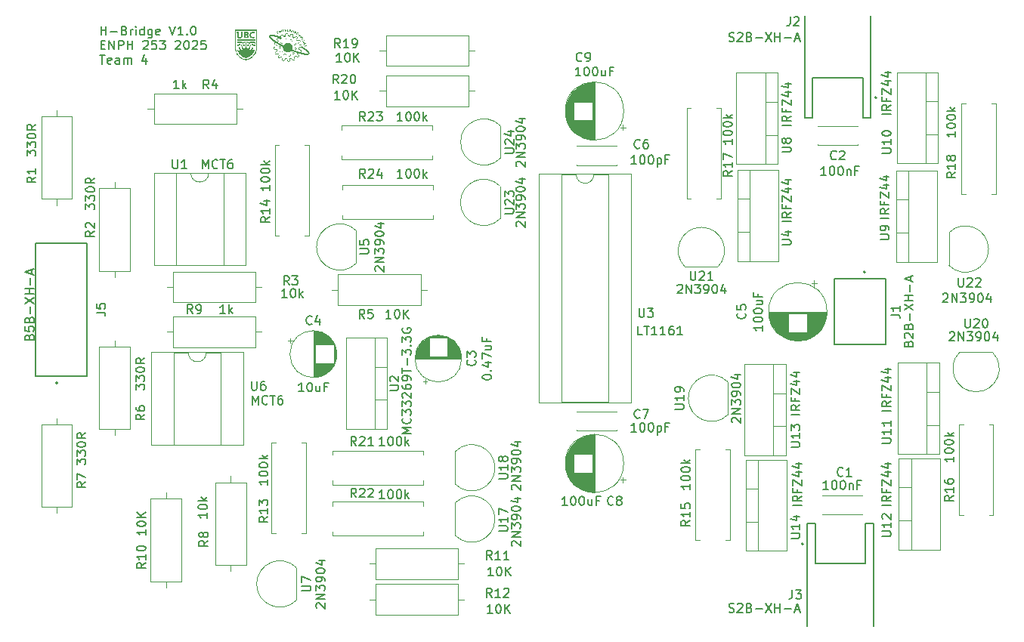
<source format=gbr>
%TF.GenerationSoftware,KiCad,Pcbnew,9.0.2*%
%TF.CreationDate,2025-07-08T23:56:41-07:00*%
%TF.ProjectId,h-bridge,682d6272-6964-4676-952e-6b696361645f,V1.0*%
%TF.SameCoordinates,Original*%
%TF.FileFunction,Legend,Top*%
%TF.FilePolarity,Positive*%
%FSLAX46Y46*%
G04 Gerber Fmt 4.6, Leading zero omitted, Abs format (unit mm)*
G04 Created by KiCad (PCBNEW 9.0.2) date 2025-07-08 23:56:41*
%MOMM*%
%LPD*%
G01*
G04 APERTURE LIST*
%ADD10C,0.200000*%
%ADD11C,0.150000*%
%ADD12C,0.000000*%
%ADD13C,0.120000*%
%ADD14C,0.127000*%
G04 APERTURE END LIST*
D10*
X96919673Y-67147331D02*
X96919673Y-66147331D01*
X96919673Y-66623521D02*
X97491101Y-66623521D01*
X97491101Y-67147331D02*
X97491101Y-66147331D01*
X97967292Y-66766378D02*
X98729197Y-66766378D01*
X99538720Y-66623521D02*
X99681577Y-66671140D01*
X99681577Y-66671140D02*
X99729196Y-66718759D01*
X99729196Y-66718759D02*
X99776815Y-66813997D01*
X99776815Y-66813997D02*
X99776815Y-66956854D01*
X99776815Y-66956854D02*
X99729196Y-67052092D01*
X99729196Y-67052092D02*
X99681577Y-67099712D01*
X99681577Y-67099712D02*
X99586339Y-67147331D01*
X99586339Y-67147331D02*
X99205387Y-67147331D01*
X99205387Y-67147331D02*
X99205387Y-66147331D01*
X99205387Y-66147331D02*
X99538720Y-66147331D01*
X99538720Y-66147331D02*
X99633958Y-66194950D01*
X99633958Y-66194950D02*
X99681577Y-66242569D01*
X99681577Y-66242569D02*
X99729196Y-66337807D01*
X99729196Y-66337807D02*
X99729196Y-66433045D01*
X99729196Y-66433045D02*
X99681577Y-66528283D01*
X99681577Y-66528283D02*
X99633958Y-66575902D01*
X99633958Y-66575902D02*
X99538720Y-66623521D01*
X99538720Y-66623521D02*
X99205387Y-66623521D01*
X100205387Y-67147331D02*
X100205387Y-66480664D01*
X100205387Y-66671140D02*
X100253006Y-66575902D01*
X100253006Y-66575902D02*
X100300625Y-66528283D01*
X100300625Y-66528283D02*
X100395863Y-66480664D01*
X100395863Y-66480664D02*
X100491101Y-66480664D01*
X100824435Y-67147331D02*
X100824435Y-66480664D01*
X100824435Y-66147331D02*
X100776816Y-66194950D01*
X100776816Y-66194950D02*
X100824435Y-66242569D01*
X100824435Y-66242569D02*
X100872054Y-66194950D01*
X100872054Y-66194950D02*
X100824435Y-66147331D01*
X100824435Y-66147331D02*
X100824435Y-66242569D01*
X101729196Y-67147331D02*
X101729196Y-66147331D01*
X101729196Y-67099712D02*
X101633958Y-67147331D01*
X101633958Y-67147331D02*
X101443482Y-67147331D01*
X101443482Y-67147331D02*
X101348244Y-67099712D01*
X101348244Y-67099712D02*
X101300625Y-67052092D01*
X101300625Y-67052092D02*
X101253006Y-66956854D01*
X101253006Y-66956854D02*
X101253006Y-66671140D01*
X101253006Y-66671140D02*
X101300625Y-66575902D01*
X101300625Y-66575902D02*
X101348244Y-66528283D01*
X101348244Y-66528283D02*
X101443482Y-66480664D01*
X101443482Y-66480664D02*
X101633958Y-66480664D01*
X101633958Y-66480664D02*
X101729196Y-66528283D01*
X102633958Y-66480664D02*
X102633958Y-67290188D01*
X102633958Y-67290188D02*
X102586339Y-67385426D01*
X102586339Y-67385426D02*
X102538720Y-67433045D01*
X102538720Y-67433045D02*
X102443482Y-67480664D01*
X102443482Y-67480664D02*
X102300625Y-67480664D01*
X102300625Y-67480664D02*
X102205387Y-67433045D01*
X102633958Y-67099712D02*
X102538720Y-67147331D01*
X102538720Y-67147331D02*
X102348244Y-67147331D01*
X102348244Y-67147331D02*
X102253006Y-67099712D01*
X102253006Y-67099712D02*
X102205387Y-67052092D01*
X102205387Y-67052092D02*
X102157768Y-66956854D01*
X102157768Y-66956854D02*
X102157768Y-66671140D01*
X102157768Y-66671140D02*
X102205387Y-66575902D01*
X102205387Y-66575902D02*
X102253006Y-66528283D01*
X102253006Y-66528283D02*
X102348244Y-66480664D01*
X102348244Y-66480664D02*
X102538720Y-66480664D01*
X102538720Y-66480664D02*
X102633958Y-66528283D01*
X103491101Y-67099712D02*
X103395863Y-67147331D01*
X103395863Y-67147331D02*
X103205387Y-67147331D01*
X103205387Y-67147331D02*
X103110149Y-67099712D01*
X103110149Y-67099712D02*
X103062530Y-67004473D01*
X103062530Y-67004473D02*
X103062530Y-66623521D01*
X103062530Y-66623521D02*
X103110149Y-66528283D01*
X103110149Y-66528283D02*
X103205387Y-66480664D01*
X103205387Y-66480664D02*
X103395863Y-66480664D01*
X103395863Y-66480664D02*
X103491101Y-66528283D01*
X103491101Y-66528283D02*
X103538720Y-66623521D01*
X103538720Y-66623521D02*
X103538720Y-66718759D01*
X103538720Y-66718759D02*
X103062530Y-66813997D01*
X104586340Y-66147331D02*
X104919673Y-67147331D01*
X104919673Y-67147331D02*
X105253006Y-66147331D01*
X106110149Y-67147331D02*
X105538721Y-67147331D01*
X105824435Y-67147331D02*
X105824435Y-66147331D01*
X105824435Y-66147331D02*
X105729197Y-66290188D01*
X105729197Y-66290188D02*
X105633959Y-66385426D01*
X105633959Y-66385426D02*
X105538721Y-66433045D01*
X106538721Y-67052092D02*
X106586340Y-67099712D01*
X106586340Y-67099712D02*
X106538721Y-67147331D01*
X106538721Y-67147331D02*
X106491102Y-67099712D01*
X106491102Y-67099712D02*
X106538721Y-67052092D01*
X106538721Y-67052092D02*
X106538721Y-67147331D01*
X107205387Y-66147331D02*
X107300625Y-66147331D01*
X107300625Y-66147331D02*
X107395863Y-66194950D01*
X107395863Y-66194950D02*
X107443482Y-66242569D01*
X107443482Y-66242569D02*
X107491101Y-66337807D01*
X107491101Y-66337807D02*
X107538720Y-66528283D01*
X107538720Y-66528283D02*
X107538720Y-66766378D01*
X107538720Y-66766378D02*
X107491101Y-66956854D01*
X107491101Y-66956854D02*
X107443482Y-67052092D01*
X107443482Y-67052092D02*
X107395863Y-67099712D01*
X107395863Y-67099712D02*
X107300625Y-67147331D01*
X107300625Y-67147331D02*
X107205387Y-67147331D01*
X107205387Y-67147331D02*
X107110149Y-67099712D01*
X107110149Y-67099712D02*
X107062530Y-67052092D01*
X107062530Y-67052092D02*
X107014911Y-66956854D01*
X107014911Y-66956854D02*
X106967292Y-66766378D01*
X106967292Y-66766378D02*
X106967292Y-66528283D01*
X106967292Y-66528283D02*
X107014911Y-66337807D01*
X107014911Y-66337807D02*
X107062530Y-66242569D01*
X107062530Y-66242569D02*
X107110149Y-66194950D01*
X107110149Y-66194950D02*
X107205387Y-66147331D01*
X96919673Y-68233465D02*
X97253006Y-68233465D01*
X97395863Y-68757275D02*
X96919673Y-68757275D01*
X96919673Y-68757275D02*
X96919673Y-67757275D01*
X96919673Y-67757275D02*
X97395863Y-67757275D01*
X97824435Y-68757275D02*
X97824435Y-67757275D01*
X97824435Y-67757275D02*
X98395863Y-68757275D01*
X98395863Y-68757275D02*
X98395863Y-67757275D01*
X98872054Y-68757275D02*
X98872054Y-67757275D01*
X98872054Y-67757275D02*
X99253006Y-67757275D01*
X99253006Y-67757275D02*
X99348244Y-67804894D01*
X99348244Y-67804894D02*
X99395863Y-67852513D01*
X99395863Y-67852513D02*
X99443482Y-67947751D01*
X99443482Y-67947751D02*
X99443482Y-68090608D01*
X99443482Y-68090608D02*
X99395863Y-68185846D01*
X99395863Y-68185846D02*
X99348244Y-68233465D01*
X99348244Y-68233465D02*
X99253006Y-68281084D01*
X99253006Y-68281084D02*
X98872054Y-68281084D01*
X99872054Y-68757275D02*
X99872054Y-67757275D01*
X99872054Y-68233465D02*
X100443482Y-68233465D01*
X100443482Y-68757275D02*
X100443482Y-67757275D01*
X101633959Y-67852513D02*
X101681578Y-67804894D01*
X101681578Y-67804894D02*
X101776816Y-67757275D01*
X101776816Y-67757275D02*
X102014911Y-67757275D01*
X102014911Y-67757275D02*
X102110149Y-67804894D01*
X102110149Y-67804894D02*
X102157768Y-67852513D01*
X102157768Y-67852513D02*
X102205387Y-67947751D01*
X102205387Y-67947751D02*
X102205387Y-68042989D01*
X102205387Y-68042989D02*
X102157768Y-68185846D01*
X102157768Y-68185846D02*
X101586340Y-68757275D01*
X101586340Y-68757275D02*
X102205387Y-68757275D01*
X103110149Y-67757275D02*
X102633959Y-67757275D01*
X102633959Y-67757275D02*
X102586340Y-68233465D01*
X102586340Y-68233465D02*
X102633959Y-68185846D01*
X102633959Y-68185846D02*
X102729197Y-68138227D01*
X102729197Y-68138227D02*
X102967292Y-68138227D01*
X102967292Y-68138227D02*
X103062530Y-68185846D01*
X103062530Y-68185846D02*
X103110149Y-68233465D01*
X103110149Y-68233465D02*
X103157768Y-68328703D01*
X103157768Y-68328703D02*
X103157768Y-68566798D01*
X103157768Y-68566798D02*
X103110149Y-68662036D01*
X103110149Y-68662036D02*
X103062530Y-68709656D01*
X103062530Y-68709656D02*
X102967292Y-68757275D01*
X102967292Y-68757275D02*
X102729197Y-68757275D01*
X102729197Y-68757275D02*
X102633959Y-68709656D01*
X102633959Y-68709656D02*
X102586340Y-68662036D01*
X103491102Y-67757275D02*
X104110149Y-67757275D01*
X104110149Y-67757275D02*
X103776816Y-68138227D01*
X103776816Y-68138227D02*
X103919673Y-68138227D01*
X103919673Y-68138227D02*
X104014911Y-68185846D01*
X104014911Y-68185846D02*
X104062530Y-68233465D01*
X104062530Y-68233465D02*
X104110149Y-68328703D01*
X104110149Y-68328703D02*
X104110149Y-68566798D01*
X104110149Y-68566798D02*
X104062530Y-68662036D01*
X104062530Y-68662036D02*
X104014911Y-68709656D01*
X104014911Y-68709656D02*
X103919673Y-68757275D01*
X103919673Y-68757275D02*
X103633959Y-68757275D01*
X103633959Y-68757275D02*
X103538721Y-68709656D01*
X103538721Y-68709656D02*
X103491102Y-68662036D01*
X105253007Y-67852513D02*
X105300626Y-67804894D01*
X105300626Y-67804894D02*
X105395864Y-67757275D01*
X105395864Y-67757275D02*
X105633959Y-67757275D01*
X105633959Y-67757275D02*
X105729197Y-67804894D01*
X105729197Y-67804894D02*
X105776816Y-67852513D01*
X105776816Y-67852513D02*
X105824435Y-67947751D01*
X105824435Y-67947751D02*
X105824435Y-68042989D01*
X105824435Y-68042989D02*
X105776816Y-68185846D01*
X105776816Y-68185846D02*
X105205388Y-68757275D01*
X105205388Y-68757275D02*
X105824435Y-68757275D01*
X106443483Y-67757275D02*
X106538721Y-67757275D01*
X106538721Y-67757275D02*
X106633959Y-67804894D01*
X106633959Y-67804894D02*
X106681578Y-67852513D01*
X106681578Y-67852513D02*
X106729197Y-67947751D01*
X106729197Y-67947751D02*
X106776816Y-68138227D01*
X106776816Y-68138227D02*
X106776816Y-68376322D01*
X106776816Y-68376322D02*
X106729197Y-68566798D01*
X106729197Y-68566798D02*
X106681578Y-68662036D01*
X106681578Y-68662036D02*
X106633959Y-68709656D01*
X106633959Y-68709656D02*
X106538721Y-68757275D01*
X106538721Y-68757275D02*
X106443483Y-68757275D01*
X106443483Y-68757275D02*
X106348245Y-68709656D01*
X106348245Y-68709656D02*
X106300626Y-68662036D01*
X106300626Y-68662036D02*
X106253007Y-68566798D01*
X106253007Y-68566798D02*
X106205388Y-68376322D01*
X106205388Y-68376322D02*
X106205388Y-68138227D01*
X106205388Y-68138227D02*
X106253007Y-67947751D01*
X106253007Y-67947751D02*
X106300626Y-67852513D01*
X106300626Y-67852513D02*
X106348245Y-67804894D01*
X106348245Y-67804894D02*
X106443483Y-67757275D01*
X107157769Y-67852513D02*
X107205388Y-67804894D01*
X107205388Y-67804894D02*
X107300626Y-67757275D01*
X107300626Y-67757275D02*
X107538721Y-67757275D01*
X107538721Y-67757275D02*
X107633959Y-67804894D01*
X107633959Y-67804894D02*
X107681578Y-67852513D01*
X107681578Y-67852513D02*
X107729197Y-67947751D01*
X107729197Y-67947751D02*
X107729197Y-68042989D01*
X107729197Y-68042989D02*
X107681578Y-68185846D01*
X107681578Y-68185846D02*
X107110150Y-68757275D01*
X107110150Y-68757275D02*
X107729197Y-68757275D01*
X108633959Y-67757275D02*
X108157769Y-67757275D01*
X108157769Y-67757275D02*
X108110150Y-68233465D01*
X108110150Y-68233465D02*
X108157769Y-68185846D01*
X108157769Y-68185846D02*
X108253007Y-68138227D01*
X108253007Y-68138227D02*
X108491102Y-68138227D01*
X108491102Y-68138227D02*
X108586340Y-68185846D01*
X108586340Y-68185846D02*
X108633959Y-68233465D01*
X108633959Y-68233465D02*
X108681578Y-68328703D01*
X108681578Y-68328703D02*
X108681578Y-68566798D01*
X108681578Y-68566798D02*
X108633959Y-68662036D01*
X108633959Y-68662036D02*
X108586340Y-68709656D01*
X108586340Y-68709656D02*
X108491102Y-68757275D01*
X108491102Y-68757275D02*
X108253007Y-68757275D01*
X108253007Y-68757275D02*
X108157769Y-68709656D01*
X108157769Y-68709656D02*
X108110150Y-68662036D01*
X96776816Y-69367219D02*
X97348244Y-69367219D01*
X97062530Y-70367219D02*
X97062530Y-69367219D01*
X98062530Y-70319600D02*
X97967292Y-70367219D01*
X97967292Y-70367219D02*
X97776816Y-70367219D01*
X97776816Y-70367219D02*
X97681578Y-70319600D01*
X97681578Y-70319600D02*
X97633959Y-70224361D01*
X97633959Y-70224361D02*
X97633959Y-69843409D01*
X97633959Y-69843409D02*
X97681578Y-69748171D01*
X97681578Y-69748171D02*
X97776816Y-69700552D01*
X97776816Y-69700552D02*
X97967292Y-69700552D01*
X97967292Y-69700552D02*
X98062530Y-69748171D01*
X98062530Y-69748171D02*
X98110149Y-69843409D01*
X98110149Y-69843409D02*
X98110149Y-69938647D01*
X98110149Y-69938647D02*
X97633959Y-70033885D01*
X98967292Y-70367219D02*
X98967292Y-69843409D01*
X98967292Y-69843409D02*
X98919673Y-69748171D01*
X98919673Y-69748171D02*
X98824435Y-69700552D01*
X98824435Y-69700552D02*
X98633959Y-69700552D01*
X98633959Y-69700552D02*
X98538721Y-69748171D01*
X98967292Y-70319600D02*
X98872054Y-70367219D01*
X98872054Y-70367219D02*
X98633959Y-70367219D01*
X98633959Y-70367219D02*
X98538721Y-70319600D01*
X98538721Y-70319600D02*
X98491102Y-70224361D01*
X98491102Y-70224361D02*
X98491102Y-70129123D01*
X98491102Y-70129123D02*
X98538721Y-70033885D01*
X98538721Y-70033885D02*
X98633959Y-69986266D01*
X98633959Y-69986266D02*
X98872054Y-69986266D01*
X98872054Y-69986266D02*
X98967292Y-69938647D01*
X99443483Y-70367219D02*
X99443483Y-69700552D01*
X99443483Y-69795790D02*
X99491102Y-69748171D01*
X99491102Y-69748171D02*
X99586340Y-69700552D01*
X99586340Y-69700552D02*
X99729197Y-69700552D01*
X99729197Y-69700552D02*
X99824435Y-69748171D01*
X99824435Y-69748171D02*
X99872054Y-69843409D01*
X99872054Y-69843409D02*
X99872054Y-70367219D01*
X99872054Y-69843409D02*
X99919673Y-69748171D01*
X99919673Y-69748171D02*
X100014911Y-69700552D01*
X100014911Y-69700552D02*
X100157768Y-69700552D01*
X100157768Y-69700552D02*
X100253007Y-69748171D01*
X100253007Y-69748171D02*
X100300626Y-69843409D01*
X100300626Y-69843409D02*
X100300626Y-70367219D01*
X101967292Y-69700552D02*
X101967292Y-70367219D01*
X101729197Y-69319600D02*
X101491102Y-70033885D01*
X101491102Y-70033885D02*
X102110149Y-70033885D01*
D11*
X192404819Y-118774802D02*
X191928628Y-119108135D01*
X192404819Y-119346230D02*
X191404819Y-119346230D01*
X191404819Y-119346230D02*
X191404819Y-118965278D01*
X191404819Y-118965278D02*
X191452438Y-118870040D01*
X191452438Y-118870040D02*
X191500057Y-118822421D01*
X191500057Y-118822421D02*
X191595295Y-118774802D01*
X191595295Y-118774802D02*
X191738152Y-118774802D01*
X191738152Y-118774802D02*
X191833390Y-118822421D01*
X191833390Y-118822421D02*
X191881009Y-118870040D01*
X191881009Y-118870040D02*
X191928628Y-118965278D01*
X191928628Y-118965278D02*
X191928628Y-119346230D01*
X192404819Y-117822421D02*
X192404819Y-118393849D01*
X192404819Y-118108135D02*
X191404819Y-118108135D01*
X191404819Y-118108135D02*
X191547676Y-118203373D01*
X191547676Y-118203373D02*
X191642914Y-118298611D01*
X191642914Y-118298611D02*
X191690533Y-118393849D01*
X191404819Y-116965278D02*
X191404819Y-117155754D01*
X191404819Y-117155754D02*
X191452438Y-117250992D01*
X191452438Y-117250992D02*
X191500057Y-117298611D01*
X191500057Y-117298611D02*
X191642914Y-117393849D01*
X191642914Y-117393849D02*
X191833390Y-117441468D01*
X191833390Y-117441468D02*
X192214342Y-117441468D01*
X192214342Y-117441468D02*
X192309580Y-117393849D01*
X192309580Y-117393849D02*
X192357200Y-117346230D01*
X192357200Y-117346230D02*
X192404819Y-117250992D01*
X192404819Y-117250992D02*
X192404819Y-117060516D01*
X192404819Y-117060516D02*
X192357200Y-116965278D01*
X192357200Y-116965278D02*
X192309580Y-116917659D01*
X192309580Y-116917659D02*
X192214342Y-116870040D01*
X192214342Y-116870040D02*
X191976247Y-116870040D01*
X191976247Y-116870040D02*
X191881009Y-116917659D01*
X191881009Y-116917659D02*
X191833390Y-116965278D01*
X191833390Y-116965278D02*
X191785771Y-117060516D01*
X191785771Y-117060516D02*
X191785771Y-117250992D01*
X191785771Y-117250992D02*
X191833390Y-117346230D01*
X191833390Y-117346230D02*
X191881009Y-117393849D01*
X191881009Y-117393849D02*
X191976247Y-117441468D01*
X192404819Y-114403373D02*
X192404819Y-114974801D01*
X192404819Y-114689087D02*
X191404819Y-114689087D01*
X191404819Y-114689087D02*
X191547676Y-114784325D01*
X191547676Y-114784325D02*
X191642914Y-114879563D01*
X191642914Y-114879563D02*
X191690533Y-114974801D01*
X191404819Y-113784325D02*
X191404819Y-113689087D01*
X191404819Y-113689087D02*
X191452438Y-113593849D01*
X191452438Y-113593849D02*
X191500057Y-113546230D01*
X191500057Y-113546230D02*
X191595295Y-113498611D01*
X191595295Y-113498611D02*
X191785771Y-113450992D01*
X191785771Y-113450992D02*
X192023866Y-113450992D01*
X192023866Y-113450992D02*
X192214342Y-113498611D01*
X192214342Y-113498611D02*
X192309580Y-113546230D01*
X192309580Y-113546230D02*
X192357200Y-113593849D01*
X192357200Y-113593849D02*
X192404819Y-113689087D01*
X192404819Y-113689087D02*
X192404819Y-113784325D01*
X192404819Y-113784325D02*
X192357200Y-113879563D01*
X192357200Y-113879563D02*
X192309580Y-113927182D01*
X192309580Y-113927182D02*
X192214342Y-113974801D01*
X192214342Y-113974801D02*
X192023866Y-114022420D01*
X192023866Y-114022420D02*
X191785771Y-114022420D01*
X191785771Y-114022420D02*
X191595295Y-113974801D01*
X191595295Y-113974801D02*
X191500057Y-113927182D01*
X191500057Y-113927182D02*
X191452438Y-113879563D01*
X191452438Y-113879563D02*
X191404819Y-113784325D01*
X191404819Y-112831944D02*
X191404819Y-112736706D01*
X191404819Y-112736706D02*
X191452438Y-112641468D01*
X191452438Y-112641468D02*
X191500057Y-112593849D01*
X191500057Y-112593849D02*
X191595295Y-112546230D01*
X191595295Y-112546230D02*
X191785771Y-112498611D01*
X191785771Y-112498611D02*
X192023866Y-112498611D01*
X192023866Y-112498611D02*
X192214342Y-112546230D01*
X192214342Y-112546230D02*
X192309580Y-112593849D01*
X192309580Y-112593849D02*
X192357200Y-112641468D01*
X192357200Y-112641468D02*
X192404819Y-112736706D01*
X192404819Y-112736706D02*
X192404819Y-112831944D01*
X192404819Y-112831944D02*
X192357200Y-112927182D01*
X192357200Y-112927182D02*
X192309580Y-112974801D01*
X192309580Y-112974801D02*
X192214342Y-113022420D01*
X192214342Y-113022420D02*
X192023866Y-113070039D01*
X192023866Y-113070039D02*
X191785771Y-113070039D01*
X191785771Y-113070039D02*
X191595295Y-113022420D01*
X191595295Y-113022420D02*
X191500057Y-112974801D01*
X191500057Y-112974801D02*
X191452438Y-112927182D01*
X191452438Y-112927182D02*
X191404819Y-112831944D01*
X192404819Y-112070039D02*
X191404819Y-112070039D01*
X192023866Y-111974801D02*
X192404819Y-111689087D01*
X191738152Y-111689087D02*
X192119104Y-112070039D01*
X174366666Y-129354819D02*
X174366666Y-130069104D01*
X174366666Y-130069104D02*
X174319047Y-130211961D01*
X174319047Y-130211961D02*
X174223809Y-130307200D01*
X174223809Y-130307200D02*
X174080952Y-130354819D01*
X174080952Y-130354819D02*
X173985714Y-130354819D01*
X174747619Y-129354819D02*
X175366666Y-129354819D01*
X175366666Y-129354819D02*
X175033333Y-129735771D01*
X175033333Y-129735771D02*
X175176190Y-129735771D01*
X175176190Y-129735771D02*
X175271428Y-129783390D01*
X175271428Y-129783390D02*
X175319047Y-129831009D01*
X175319047Y-129831009D02*
X175366666Y-129926247D01*
X175366666Y-129926247D02*
X175366666Y-130164342D01*
X175366666Y-130164342D02*
X175319047Y-130259580D01*
X175319047Y-130259580D02*
X175271428Y-130307200D01*
X175271428Y-130307200D02*
X175176190Y-130354819D01*
X175176190Y-130354819D02*
X174890476Y-130354819D01*
X174890476Y-130354819D02*
X174795238Y-130307200D01*
X174795238Y-130307200D02*
X174747619Y-130259580D01*
X167271429Y-131807200D02*
X167414286Y-131854819D01*
X167414286Y-131854819D02*
X167652381Y-131854819D01*
X167652381Y-131854819D02*
X167747619Y-131807200D01*
X167747619Y-131807200D02*
X167795238Y-131759580D01*
X167795238Y-131759580D02*
X167842857Y-131664342D01*
X167842857Y-131664342D02*
X167842857Y-131569104D01*
X167842857Y-131569104D02*
X167795238Y-131473866D01*
X167795238Y-131473866D02*
X167747619Y-131426247D01*
X167747619Y-131426247D02*
X167652381Y-131378628D01*
X167652381Y-131378628D02*
X167461905Y-131331009D01*
X167461905Y-131331009D02*
X167366667Y-131283390D01*
X167366667Y-131283390D02*
X167319048Y-131235771D01*
X167319048Y-131235771D02*
X167271429Y-131140533D01*
X167271429Y-131140533D02*
X167271429Y-131045295D01*
X167271429Y-131045295D02*
X167319048Y-130950057D01*
X167319048Y-130950057D02*
X167366667Y-130902438D01*
X167366667Y-130902438D02*
X167461905Y-130854819D01*
X167461905Y-130854819D02*
X167700000Y-130854819D01*
X167700000Y-130854819D02*
X167842857Y-130902438D01*
X168223810Y-130950057D02*
X168271429Y-130902438D01*
X168271429Y-130902438D02*
X168366667Y-130854819D01*
X168366667Y-130854819D02*
X168604762Y-130854819D01*
X168604762Y-130854819D02*
X168700000Y-130902438D01*
X168700000Y-130902438D02*
X168747619Y-130950057D01*
X168747619Y-130950057D02*
X168795238Y-131045295D01*
X168795238Y-131045295D02*
X168795238Y-131140533D01*
X168795238Y-131140533D02*
X168747619Y-131283390D01*
X168747619Y-131283390D02*
X168176191Y-131854819D01*
X168176191Y-131854819D02*
X168795238Y-131854819D01*
X169557143Y-131331009D02*
X169700000Y-131378628D01*
X169700000Y-131378628D02*
X169747619Y-131426247D01*
X169747619Y-131426247D02*
X169795238Y-131521485D01*
X169795238Y-131521485D02*
X169795238Y-131664342D01*
X169795238Y-131664342D02*
X169747619Y-131759580D01*
X169747619Y-131759580D02*
X169700000Y-131807200D01*
X169700000Y-131807200D02*
X169604762Y-131854819D01*
X169604762Y-131854819D02*
X169223810Y-131854819D01*
X169223810Y-131854819D02*
X169223810Y-130854819D01*
X169223810Y-130854819D02*
X169557143Y-130854819D01*
X169557143Y-130854819D02*
X169652381Y-130902438D01*
X169652381Y-130902438D02*
X169700000Y-130950057D01*
X169700000Y-130950057D02*
X169747619Y-131045295D01*
X169747619Y-131045295D02*
X169747619Y-131140533D01*
X169747619Y-131140533D02*
X169700000Y-131235771D01*
X169700000Y-131235771D02*
X169652381Y-131283390D01*
X169652381Y-131283390D02*
X169557143Y-131331009D01*
X169557143Y-131331009D02*
X169223810Y-131331009D01*
X170223810Y-131473866D02*
X170985715Y-131473866D01*
X171366667Y-130854819D02*
X172033333Y-131854819D01*
X172033333Y-130854819D02*
X171366667Y-131854819D01*
X172414286Y-131854819D02*
X172414286Y-130854819D01*
X172414286Y-131331009D02*
X172985714Y-131331009D01*
X172985714Y-131854819D02*
X172985714Y-130854819D01*
X173461905Y-131473866D02*
X174223810Y-131473866D01*
X174652381Y-131569104D02*
X175128571Y-131569104D01*
X174557143Y-131854819D02*
X174890476Y-130854819D01*
X174890476Y-130854819D02*
X175223809Y-131854819D01*
X184404819Y-112888094D02*
X185214342Y-112888094D01*
X185214342Y-112888094D02*
X185309580Y-112840475D01*
X185309580Y-112840475D02*
X185357200Y-112792856D01*
X185357200Y-112792856D02*
X185404819Y-112697618D01*
X185404819Y-112697618D02*
X185404819Y-112507142D01*
X185404819Y-112507142D02*
X185357200Y-112411904D01*
X185357200Y-112411904D02*
X185309580Y-112364285D01*
X185309580Y-112364285D02*
X185214342Y-112316666D01*
X185214342Y-112316666D02*
X184404819Y-112316666D01*
X185404819Y-111316666D02*
X185404819Y-111888094D01*
X185404819Y-111602380D02*
X184404819Y-111602380D01*
X184404819Y-111602380D02*
X184547676Y-111697618D01*
X184547676Y-111697618D02*
X184642914Y-111792856D01*
X184642914Y-111792856D02*
X184690533Y-111888094D01*
X185404819Y-110364285D02*
X185404819Y-110935713D01*
X185404819Y-110649999D02*
X184404819Y-110649999D01*
X184404819Y-110649999D02*
X184547676Y-110745237D01*
X184547676Y-110745237D02*
X184642914Y-110840475D01*
X184642914Y-110840475D02*
X184690533Y-110935713D01*
X185404819Y-109257142D02*
X184404819Y-109257142D01*
X185404819Y-108209524D02*
X184928628Y-108542857D01*
X185404819Y-108780952D02*
X184404819Y-108780952D01*
X184404819Y-108780952D02*
X184404819Y-108400000D01*
X184404819Y-108400000D02*
X184452438Y-108304762D01*
X184452438Y-108304762D02*
X184500057Y-108257143D01*
X184500057Y-108257143D02*
X184595295Y-108209524D01*
X184595295Y-108209524D02*
X184738152Y-108209524D01*
X184738152Y-108209524D02*
X184833390Y-108257143D01*
X184833390Y-108257143D02*
X184881009Y-108304762D01*
X184881009Y-108304762D02*
X184928628Y-108400000D01*
X184928628Y-108400000D02*
X184928628Y-108780952D01*
X184881009Y-107447619D02*
X184881009Y-107780952D01*
X185404819Y-107780952D02*
X184404819Y-107780952D01*
X184404819Y-107780952D02*
X184404819Y-107304762D01*
X184404819Y-107019047D02*
X184404819Y-106352381D01*
X184404819Y-106352381D02*
X185404819Y-107019047D01*
X185404819Y-107019047D02*
X185404819Y-106352381D01*
X184738152Y-105542857D02*
X185404819Y-105542857D01*
X184357200Y-105780952D02*
X185071485Y-106019047D01*
X185071485Y-106019047D02*
X185071485Y-105400000D01*
X184738152Y-104590476D02*
X185404819Y-104590476D01*
X184357200Y-104828571D02*
X185071485Y-105066666D01*
X185071485Y-105066666D02*
X185071485Y-104447619D01*
X162904819Y-121542857D02*
X162428628Y-121876190D01*
X162904819Y-122114285D02*
X161904819Y-122114285D01*
X161904819Y-122114285D02*
X161904819Y-121733333D01*
X161904819Y-121733333D02*
X161952438Y-121638095D01*
X161952438Y-121638095D02*
X162000057Y-121590476D01*
X162000057Y-121590476D02*
X162095295Y-121542857D01*
X162095295Y-121542857D02*
X162238152Y-121542857D01*
X162238152Y-121542857D02*
X162333390Y-121590476D01*
X162333390Y-121590476D02*
X162381009Y-121638095D01*
X162381009Y-121638095D02*
X162428628Y-121733333D01*
X162428628Y-121733333D02*
X162428628Y-122114285D01*
X162904819Y-120590476D02*
X162904819Y-121161904D01*
X162904819Y-120876190D02*
X161904819Y-120876190D01*
X161904819Y-120876190D02*
X162047676Y-120971428D01*
X162047676Y-120971428D02*
X162142914Y-121066666D01*
X162142914Y-121066666D02*
X162190533Y-121161904D01*
X161904819Y-119685714D02*
X161904819Y-120161904D01*
X161904819Y-120161904D02*
X162381009Y-120209523D01*
X162381009Y-120209523D02*
X162333390Y-120161904D01*
X162333390Y-120161904D02*
X162285771Y-120066666D01*
X162285771Y-120066666D02*
X162285771Y-119828571D01*
X162285771Y-119828571D02*
X162333390Y-119733333D01*
X162333390Y-119733333D02*
X162381009Y-119685714D01*
X162381009Y-119685714D02*
X162476247Y-119638095D01*
X162476247Y-119638095D02*
X162714342Y-119638095D01*
X162714342Y-119638095D02*
X162809580Y-119685714D01*
X162809580Y-119685714D02*
X162857200Y-119733333D01*
X162857200Y-119733333D02*
X162904819Y-119828571D01*
X162904819Y-119828571D02*
X162904819Y-120066666D01*
X162904819Y-120066666D02*
X162857200Y-120161904D01*
X162857200Y-120161904D02*
X162809580Y-120209523D01*
X162904819Y-117471428D02*
X162904819Y-118042856D01*
X162904819Y-117757142D02*
X161904819Y-117757142D01*
X161904819Y-117757142D02*
X162047676Y-117852380D01*
X162047676Y-117852380D02*
X162142914Y-117947618D01*
X162142914Y-117947618D02*
X162190533Y-118042856D01*
X161904819Y-116852380D02*
X161904819Y-116757142D01*
X161904819Y-116757142D02*
X161952438Y-116661904D01*
X161952438Y-116661904D02*
X162000057Y-116614285D01*
X162000057Y-116614285D02*
X162095295Y-116566666D01*
X162095295Y-116566666D02*
X162285771Y-116519047D01*
X162285771Y-116519047D02*
X162523866Y-116519047D01*
X162523866Y-116519047D02*
X162714342Y-116566666D01*
X162714342Y-116566666D02*
X162809580Y-116614285D01*
X162809580Y-116614285D02*
X162857200Y-116661904D01*
X162857200Y-116661904D02*
X162904819Y-116757142D01*
X162904819Y-116757142D02*
X162904819Y-116852380D01*
X162904819Y-116852380D02*
X162857200Y-116947618D01*
X162857200Y-116947618D02*
X162809580Y-116995237D01*
X162809580Y-116995237D02*
X162714342Y-117042856D01*
X162714342Y-117042856D02*
X162523866Y-117090475D01*
X162523866Y-117090475D02*
X162285771Y-117090475D01*
X162285771Y-117090475D02*
X162095295Y-117042856D01*
X162095295Y-117042856D02*
X162000057Y-116995237D01*
X162000057Y-116995237D02*
X161952438Y-116947618D01*
X161952438Y-116947618D02*
X161904819Y-116852380D01*
X161904819Y-115899999D02*
X161904819Y-115804761D01*
X161904819Y-115804761D02*
X161952438Y-115709523D01*
X161952438Y-115709523D02*
X162000057Y-115661904D01*
X162000057Y-115661904D02*
X162095295Y-115614285D01*
X162095295Y-115614285D02*
X162285771Y-115566666D01*
X162285771Y-115566666D02*
X162523866Y-115566666D01*
X162523866Y-115566666D02*
X162714342Y-115614285D01*
X162714342Y-115614285D02*
X162809580Y-115661904D01*
X162809580Y-115661904D02*
X162857200Y-115709523D01*
X162857200Y-115709523D02*
X162904819Y-115804761D01*
X162904819Y-115804761D02*
X162904819Y-115899999D01*
X162904819Y-115899999D02*
X162857200Y-115995237D01*
X162857200Y-115995237D02*
X162809580Y-116042856D01*
X162809580Y-116042856D02*
X162714342Y-116090475D01*
X162714342Y-116090475D02*
X162523866Y-116138094D01*
X162523866Y-116138094D02*
X162285771Y-116138094D01*
X162285771Y-116138094D02*
X162095295Y-116090475D01*
X162095295Y-116090475D02*
X162000057Y-116042856D01*
X162000057Y-116042856D02*
X161952438Y-115995237D01*
X161952438Y-115995237D02*
X161904819Y-115899999D01*
X162904819Y-115138094D02*
X161904819Y-115138094D01*
X162523866Y-115042856D02*
X162904819Y-114757142D01*
X162238152Y-114757142D02*
X162619104Y-115138094D01*
X157283333Y-79759580D02*
X157235714Y-79807200D01*
X157235714Y-79807200D02*
X157092857Y-79854819D01*
X157092857Y-79854819D02*
X156997619Y-79854819D01*
X156997619Y-79854819D02*
X156854762Y-79807200D01*
X156854762Y-79807200D02*
X156759524Y-79711961D01*
X156759524Y-79711961D02*
X156711905Y-79616723D01*
X156711905Y-79616723D02*
X156664286Y-79426247D01*
X156664286Y-79426247D02*
X156664286Y-79283390D01*
X156664286Y-79283390D02*
X156711905Y-79092914D01*
X156711905Y-79092914D02*
X156759524Y-78997676D01*
X156759524Y-78997676D02*
X156854762Y-78902438D01*
X156854762Y-78902438D02*
X156997619Y-78854819D01*
X156997619Y-78854819D02*
X157092857Y-78854819D01*
X157092857Y-78854819D02*
X157235714Y-78902438D01*
X157235714Y-78902438D02*
X157283333Y-78950057D01*
X158140476Y-78854819D02*
X157950000Y-78854819D01*
X157950000Y-78854819D02*
X157854762Y-78902438D01*
X157854762Y-78902438D02*
X157807143Y-78950057D01*
X157807143Y-78950057D02*
X157711905Y-79092914D01*
X157711905Y-79092914D02*
X157664286Y-79283390D01*
X157664286Y-79283390D02*
X157664286Y-79664342D01*
X157664286Y-79664342D02*
X157711905Y-79759580D01*
X157711905Y-79759580D02*
X157759524Y-79807200D01*
X157759524Y-79807200D02*
X157854762Y-79854819D01*
X157854762Y-79854819D02*
X158045238Y-79854819D01*
X158045238Y-79854819D02*
X158140476Y-79807200D01*
X158140476Y-79807200D02*
X158188095Y-79759580D01*
X158188095Y-79759580D02*
X158235714Y-79664342D01*
X158235714Y-79664342D02*
X158235714Y-79426247D01*
X158235714Y-79426247D02*
X158188095Y-79331009D01*
X158188095Y-79331009D02*
X158140476Y-79283390D01*
X158140476Y-79283390D02*
X158045238Y-79235771D01*
X158045238Y-79235771D02*
X157854762Y-79235771D01*
X157854762Y-79235771D02*
X157759524Y-79283390D01*
X157759524Y-79283390D02*
X157711905Y-79331009D01*
X157711905Y-79331009D02*
X157664286Y-79426247D01*
X156902380Y-81604819D02*
X156330952Y-81604819D01*
X156616666Y-81604819D02*
X156616666Y-80604819D01*
X156616666Y-80604819D02*
X156521428Y-80747676D01*
X156521428Y-80747676D02*
X156426190Y-80842914D01*
X156426190Y-80842914D02*
X156330952Y-80890533D01*
X157521428Y-80604819D02*
X157616666Y-80604819D01*
X157616666Y-80604819D02*
X157711904Y-80652438D01*
X157711904Y-80652438D02*
X157759523Y-80700057D01*
X157759523Y-80700057D02*
X157807142Y-80795295D01*
X157807142Y-80795295D02*
X157854761Y-80985771D01*
X157854761Y-80985771D02*
X157854761Y-81223866D01*
X157854761Y-81223866D02*
X157807142Y-81414342D01*
X157807142Y-81414342D02*
X157759523Y-81509580D01*
X157759523Y-81509580D02*
X157711904Y-81557200D01*
X157711904Y-81557200D02*
X157616666Y-81604819D01*
X157616666Y-81604819D02*
X157521428Y-81604819D01*
X157521428Y-81604819D02*
X157426190Y-81557200D01*
X157426190Y-81557200D02*
X157378571Y-81509580D01*
X157378571Y-81509580D02*
X157330952Y-81414342D01*
X157330952Y-81414342D02*
X157283333Y-81223866D01*
X157283333Y-81223866D02*
X157283333Y-80985771D01*
X157283333Y-80985771D02*
X157330952Y-80795295D01*
X157330952Y-80795295D02*
X157378571Y-80700057D01*
X157378571Y-80700057D02*
X157426190Y-80652438D01*
X157426190Y-80652438D02*
X157521428Y-80604819D01*
X158473809Y-80604819D02*
X158569047Y-80604819D01*
X158569047Y-80604819D02*
X158664285Y-80652438D01*
X158664285Y-80652438D02*
X158711904Y-80700057D01*
X158711904Y-80700057D02*
X158759523Y-80795295D01*
X158759523Y-80795295D02*
X158807142Y-80985771D01*
X158807142Y-80985771D02*
X158807142Y-81223866D01*
X158807142Y-81223866D02*
X158759523Y-81414342D01*
X158759523Y-81414342D02*
X158711904Y-81509580D01*
X158711904Y-81509580D02*
X158664285Y-81557200D01*
X158664285Y-81557200D02*
X158569047Y-81604819D01*
X158569047Y-81604819D02*
X158473809Y-81604819D01*
X158473809Y-81604819D02*
X158378571Y-81557200D01*
X158378571Y-81557200D02*
X158330952Y-81509580D01*
X158330952Y-81509580D02*
X158283333Y-81414342D01*
X158283333Y-81414342D02*
X158235714Y-81223866D01*
X158235714Y-81223866D02*
X158235714Y-80985771D01*
X158235714Y-80985771D02*
X158283333Y-80795295D01*
X158283333Y-80795295D02*
X158330952Y-80700057D01*
X158330952Y-80700057D02*
X158378571Y-80652438D01*
X158378571Y-80652438D02*
X158473809Y-80604819D01*
X159235714Y-80938152D02*
X159235714Y-81938152D01*
X159235714Y-80985771D02*
X159330952Y-80938152D01*
X159330952Y-80938152D02*
X159521428Y-80938152D01*
X159521428Y-80938152D02*
X159616666Y-80985771D01*
X159616666Y-80985771D02*
X159664285Y-81033390D01*
X159664285Y-81033390D02*
X159711904Y-81128628D01*
X159711904Y-81128628D02*
X159711904Y-81414342D01*
X159711904Y-81414342D02*
X159664285Y-81509580D01*
X159664285Y-81509580D02*
X159616666Y-81557200D01*
X159616666Y-81557200D02*
X159521428Y-81604819D01*
X159521428Y-81604819D02*
X159330952Y-81604819D01*
X159330952Y-81604819D02*
X159235714Y-81557200D01*
X160473809Y-81081009D02*
X160140476Y-81081009D01*
X160140476Y-81604819D02*
X160140476Y-80604819D01*
X160140476Y-80604819D02*
X160616666Y-80604819D01*
X174204819Y-113338094D02*
X175014342Y-113338094D01*
X175014342Y-113338094D02*
X175109580Y-113290475D01*
X175109580Y-113290475D02*
X175157200Y-113242856D01*
X175157200Y-113242856D02*
X175204819Y-113147618D01*
X175204819Y-113147618D02*
X175204819Y-112957142D01*
X175204819Y-112957142D02*
X175157200Y-112861904D01*
X175157200Y-112861904D02*
X175109580Y-112814285D01*
X175109580Y-112814285D02*
X175014342Y-112766666D01*
X175014342Y-112766666D02*
X174204819Y-112766666D01*
X175204819Y-111766666D02*
X175204819Y-112338094D01*
X175204819Y-112052380D02*
X174204819Y-112052380D01*
X174204819Y-112052380D02*
X174347676Y-112147618D01*
X174347676Y-112147618D02*
X174442914Y-112242856D01*
X174442914Y-112242856D02*
X174490533Y-112338094D01*
X174204819Y-111433332D02*
X174204819Y-110814285D01*
X174204819Y-110814285D02*
X174585771Y-111147618D01*
X174585771Y-111147618D02*
X174585771Y-111004761D01*
X174585771Y-111004761D02*
X174633390Y-110909523D01*
X174633390Y-110909523D02*
X174681009Y-110861904D01*
X174681009Y-110861904D02*
X174776247Y-110814285D01*
X174776247Y-110814285D02*
X175014342Y-110814285D01*
X175014342Y-110814285D02*
X175109580Y-110861904D01*
X175109580Y-110861904D02*
X175157200Y-110909523D01*
X175157200Y-110909523D02*
X175204819Y-111004761D01*
X175204819Y-111004761D02*
X175204819Y-111290475D01*
X175204819Y-111290475D02*
X175157200Y-111385713D01*
X175157200Y-111385713D02*
X175109580Y-111433332D01*
X175204819Y-109657142D02*
X174204819Y-109657142D01*
X175204819Y-108609524D02*
X174728628Y-108942857D01*
X175204819Y-109180952D02*
X174204819Y-109180952D01*
X174204819Y-109180952D02*
X174204819Y-108800000D01*
X174204819Y-108800000D02*
X174252438Y-108704762D01*
X174252438Y-108704762D02*
X174300057Y-108657143D01*
X174300057Y-108657143D02*
X174395295Y-108609524D01*
X174395295Y-108609524D02*
X174538152Y-108609524D01*
X174538152Y-108609524D02*
X174633390Y-108657143D01*
X174633390Y-108657143D02*
X174681009Y-108704762D01*
X174681009Y-108704762D02*
X174728628Y-108800000D01*
X174728628Y-108800000D02*
X174728628Y-109180952D01*
X174681009Y-107847619D02*
X174681009Y-108180952D01*
X175204819Y-108180952D02*
X174204819Y-108180952D01*
X174204819Y-108180952D02*
X174204819Y-107704762D01*
X174204819Y-107419047D02*
X174204819Y-106752381D01*
X174204819Y-106752381D02*
X175204819Y-107419047D01*
X175204819Y-107419047D02*
X175204819Y-106752381D01*
X174538152Y-105942857D02*
X175204819Y-105942857D01*
X174157200Y-106180952D02*
X174871485Y-106419047D01*
X174871485Y-106419047D02*
X174871485Y-105800000D01*
X174538152Y-104990476D02*
X175204819Y-104990476D01*
X174157200Y-105228571D02*
X174871485Y-105466666D01*
X174871485Y-105466666D02*
X174871485Y-104847619D01*
X192961905Y-94354819D02*
X192961905Y-95164342D01*
X192961905Y-95164342D02*
X193009524Y-95259580D01*
X193009524Y-95259580D02*
X193057143Y-95307200D01*
X193057143Y-95307200D02*
X193152381Y-95354819D01*
X193152381Y-95354819D02*
X193342857Y-95354819D01*
X193342857Y-95354819D02*
X193438095Y-95307200D01*
X193438095Y-95307200D02*
X193485714Y-95259580D01*
X193485714Y-95259580D02*
X193533333Y-95164342D01*
X193533333Y-95164342D02*
X193533333Y-94354819D01*
X193961905Y-94450057D02*
X194009524Y-94402438D01*
X194009524Y-94402438D02*
X194104762Y-94354819D01*
X194104762Y-94354819D02*
X194342857Y-94354819D01*
X194342857Y-94354819D02*
X194438095Y-94402438D01*
X194438095Y-94402438D02*
X194485714Y-94450057D01*
X194485714Y-94450057D02*
X194533333Y-94545295D01*
X194533333Y-94545295D02*
X194533333Y-94640533D01*
X194533333Y-94640533D02*
X194485714Y-94783390D01*
X194485714Y-94783390D02*
X193914286Y-95354819D01*
X193914286Y-95354819D02*
X194533333Y-95354819D01*
X194914286Y-94450057D02*
X194961905Y-94402438D01*
X194961905Y-94402438D02*
X195057143Y-94354819D01*
X195057143Y-94354819D02*
X195295238Y-94354819D01*
X195295238Y-94354819D02*
X195390476Y-94402438D01*
X195390476Y-94402438D02*
X195438095Y-94450057D01*
X195438095Y-94450057D02*
X195485714Y-94545295D01*
X195485714Y-94545295D02*
X195485714Y-94640533D01*
X195485714Y-94640533D02*
X195438095Y-94783390D01*
X195438095Y-94783390D02*
X194866667Y-95354819D01*
X194866667Y-95354819D02*
X195485714Y-95354819D01*
X191235714Y-96200057D02*
X191283333Y-96152438D01*
X191283333Y-96152438D02*
X191378571Y-96104819D01*
X191378571Y-96104819D02*
X191616666Y-96104819D01*
X191616666Y-96104819D02*
X191711904Y-96152438D01*
X191711904Y-96152438D02*
X191759523Y-96200057D01*
X191759523Y-96200057D02*
X191807142Y-96295295D01*
X191807142Y-96295295D02*
X191807142Y-96390533D01*
X191807142Y-96390533D02*
X191759523Y-96533390D01*
X191759523Y-96533390D02*
X191188095Y-97104819D01*
X191188095Y-97104819D02*
X191807142Y-97104819D01*
X192235714Y-97104819D02*
X192235714Y-96104819D01*
X192235714Y-96104819D02*
X192807142Y-97104819D01*
X192807142Y-97104819D02*
X192807142Y-96104819D01*
X193188095Y-96104819D02*
X193807142Y-96104819D01*
X193807142Y-96104819D02*
X193473809Y-96485771D01*
X193473809Y-96485771D02*
X193616666Y-96485771D01*
X193616666Y-96485771D02*
X193711904Y-96533390D01*
X193711904Y-96533390D02*
X193759523Y-96581009D01*
X193759523Y-96581009D02*
X193807142Y-96676247D01*
X193807142Y-96676247D02*
X193807142Y-96914342D01*
X193807142Y-96914342D02*
X193759523Y-97009580D01*
X193759523Y-97009580D02*
X193711904Y-97057200D01*
X193711904Y-97057200D02*
X193616666Y-97104819D01*
X193616666Y-97104819D02*
X193330952Y-97104819D01*
X193330952Y-97104819D02*
X193235714Y-97057200D01*
X193235714Y-97057200D02*
X193188095Y-97009580D01*
X194283333Y-97104819D02*
X194473809Y-97104819D01*
X194473809Y-97104819D02*
X194569047Y-97057200D01*
X194569047Y-97057200D02*
X194616666Y-97009580D01*
X194616666Y-97009580D02*
X194711904Y-96866723D01*
X194711904Y-96866723D02*
X194759523Y-96676247D01*
X194759523Y-96676247D02*
X194759523Y-96295295D01*
X194759523Y-96295295D02*
X194711904Y-96200057D01*
X194711904Y-96200057D02*
X194664285Y-96152438D01*
X194664285Y-96152438D02*
X194569047Y-96104819D01*
X194569047Y-96104819D02*
X194378571Y-96104819D01*
X194378571Y-96104819D02*
X194283333Y-96152438D01*
X194283333Y-96152438D02*
X194235714Y-96200057D01*
X194235714Y-96200057D02*
X194188095Y-96295295D01*
X194188095Y-96295295D02*
X194188095Y-96533390D01*
X194188095Y-96533390D02*
X194235714Y-96628628D01*
X194235714Y-96628628D02*
X194283333Y-96676247D01*
X194283333Y-96676247D02*
X194378571Y-96723866D01*
X194378571Y-96723866D02*
X194569047Y-96723866D01*
X194569047Y-96723866D02*
X194664285Y-96676247D01*
X194664285Y-96676247D02*
X194711904Y-96628628D01*
X194711904Y-96628628D02*
X194759523Y-96533390D01*
X195378571Y-96104819D02*
X195473809Y-96104819D01*
X195473809Y-96104819D02*
X195569047Y-96152438D01*
X195569047Y-96152438D02*
X195616666Y-96200057D01*
X195616666Y-96200057D02*
X195664285Y-96295295D01*
X195664285Y-96295295D02*
X195711904Y-96485771D01*
X195711904Y-96485771D02*
X195711904Y-96723866D01*
X195711904Y-96723866D02*
X195664285Y-96914342D01*
X195664285Y-96914342D02*
X195616666Y-97009580D01*
X195616666Y-97009580D02*
X195569047Y-97057200D01*
X195569047Y-97057200D02*
X195473809Y-97104819D01*
X195473809Y-97104819D02*
X195378571Y-97104819D01*
X195378571Y-97104819D02*
X195283333Y-97057200D01*
X195283333Y-97057200D02*
X195235714Y-97009580D01*
X195235714Y-97009580D02*
X195188095Y-96914342D01*
X195188095Y-96914342D02*
X195140476Y-96723866D01*
X195140476Y-96723866D02*
X195140476Y-96485771D01*
X195140476Y-96485771D02*
X195188095Y-96295295D01*
X195188095Y-96295295D02*
X195235714Y-96200057D01*
X195235714Y-96200057D02*
X195283333Y-96152438D01*
X195283333Y-96152438D02*
X195378571Y-96104819D01*
X196569047Y-96438152D02*
X196569047Y-97104819D01*
X196330952Y-96057200D02*
X196092857Y-96771485D01*
X196092857Y-96771485D02*
X196711904Y-96771485D01*
X180033333Y-116509580D02*
X179985714Y-116557200D01*
X179985714Y-116557200D02*
X179842857Y-116604819D01*
X179842857Y-116604819D02*
X179747619Y-116604819D01*
X179747619Y-116604819D02*
X179604762Y-116557200D01*
X179604762Y-116557200D02*
X179509524Y-116461961D01*
X179509524Y-116461961D02*
X179461905Y-116366723D01*
X179461905Y-116366723D02*
X179414286Y-116176247D01*
X179414286Y-116176247D02*
X179414286Y-116033390D01*
X179414286Y-116033390D02*
X179461905Y-115842914D01*
X179461905Y-115842914D02*
X179509524Y-115747676D01*
X179509524Y-115747676D02*
X179604762Y-115652438D01*
X179604762Y-115652438D02*
X179747619Y-115604819D01*
X179747619Y-115604819D02*
X179842857Y-115604819D01*
X179842857Y-115604819D02*
X179985714Y-115652438D01*
X179985714Y-115652438D02*
X180033333Y-115700057D01*
X180985714Y-116604819D02*
X180414286Y-116604819D01*
X180700000Y-116604819D02*
X180700000Y-115604819D01*
X180700000Y-115604819D02*
X180604762Y-115747676D01*
X180604762Y-115747676D02*
X180509524Y-115842914D01*
X180509524Y-115842914D02*
X180414286Y-115890533D01*
X178402380Y-118054819D02*
X177830952Y-118054819D01*
X178116666Y-118054819D02*
X178116666Y-117054819D01*
X178116666Y-117054819D02*
X178021428Y-117197676D01*
X178021428Y-117197676D02*
X177926190Y-117292914D01*
X177926190Y-117292914D02*
X177830952Y-117340533D01*
X179021428Y-117054819D02*
X179116666Y-117054819D01*
X179116666Y-117054819D02*
X179211904Y-117102438D01*
X179211904Y-117102438D02*
X179259523Y-117150057D01*
X179259523Y-117150057D02*
X179307142Y-117245295D01*
X179307142Y-117245295D02*
X179354761Y-117435771D01*
X179354761Y-117435771D02*
X179354761Y-117673866D01*
X179354761Y-117673866D02*
X179307142Y-117864342D01*
X179307142Y-117864342D02*
X179259523Y-117959580D01*
X179259523Y-117959580D02*
X179211904Y-118007200D01*
X179211904Y-118007200D02*
X179116666Y-118054819D01*
X179116666Y-118054819D02*
X179021428Y-118054819D01*
X179021428Y-118054819D02*
X178926190Y-118007200D01*
X178926190Y-118007200D02*
X178878571Y-117959580D01*
X178878571Y-117959580D02*
X178830952Y-117864342D01*
X178830952Y-117864342D02*
X178783333Y-117673866D01*
X178783333Y-117673866D02*
X178783333Y-117435771D01*
X178783333Y-117435771D02*
X178830952Y-117245295D01*
X178830952Y-117245295D02*
X178878571Y-117150057D01*
X178878571Y-117150057D02*
X178926190Y-117102438D01*
X178926190Y-117102438D02*
X179021428Y-117054819D01*
X179973809Y-117054819D02*
X180069047Y-117054819D01*
X180069047Y-117054819D02*
X180164285Y-117102438D01*
X180164285Y-117102438D02*
X180211904Y-117150057D01*
X180211904Y-117150057D02*
X180259523Y-117245295D01*
X180259523Y-117245295D02*
X180307142Y-117435771D01*
X180307142Y-117435771D02*
X180307142Y-117673866D01*
X180307142Y-117673866D02*
X180259523Y-117864342D01*
X180259523Y-117864342D02*
X180211904Y-117959580D01*
X180211904Y-117959580D02*
X180164285Y-118007200D01*
X180164285Y-118007200D02*
X180069047Y-118054819D01*
X180069047Y-118054819D02*
X179973809Y-118054819D01*
X179973809Y-118054819D02*
X179878571Y-118007200D01*
X179878571Y-118007200D02*
X179830952Y-117959580D01*
X179830952Y-117959580D02*
X179783333Y-117864342D01*
X179783333Y-117864342D02*
X179735714Y-117673866D01*
X179735714Y-117673866D02*
X179735714Y-117435771D01*
X179735714Y-117435771D02*
X179783333Y-117245295D01*
X179783333Y-117245295D02*
X179830952Y-117150057D01*
X179830952Y-117150057D02*
X179878571Y-117102438D01*
X179878571Y-117102438D02*
X179973809Y-117054819D01*
X180735714Y-117388152D02*
X180735714Y-118054819D01*
X180735714Y-117483390D02*
X180783333Y-117435771D01*
X180783333Y-117435771D02*
X180878571Y-117388152D01*
X180878571Y-117388152D02*
X181021428Y-117388152D01*
X181021428Y-117388152D02*
X181116666Y-117435771D01*
X181116666Y-117435771D02*
X181164285Y-117531009D01*
X181164285Y-117531009D02*
X181164285Y-118054819D01*
X181973809Y-117531009D02*
X181640476Y-117531009D01*
X181640476Y-118054819D02*
X181640476Y-117054819D01*
X181640476Y-117054819D02*
X182116666Y-117054819D01*
X162941905Y-93604819D02*
X162941905Y-94414342D01*
X162941905Y-94414342D02*
X162989524Y-94509580D01*
X162989524Y-94509580D02*
X163037143Y-94557200D01*
X163037143Y-94557200D02*
X163132381Y-94604819D01*
X163132381Y-94604819D02*
X163322857Y-94604819D01*
X163322857Y-94604819D02*
X163418095Y-94557200D01*
X163418095Y-94557200D02*
X163465714Y-94509580D01*
X163465714Y-94509580D02*
X163513333Y-94414342D01*
X163513333Y-94414342D02*
X163513333Y-93604819D01*
X163941905Y-93700057D02*
X163989524Y-93652438D01*
X163989524Y-93652438D02*
X164084762Y-93604819D01*
X164084762Y-93604819D02*
X164322857Y-93604819D01*
X164322857Y-93604819D02*
X164418095Y-93652438D01*
X164418095Y-93652438D02*
X164465714Y-93700057D01*
X164465714Y-93700057D02*
X164513333Y-93795295D01*
X164513333Y-93795295D02*
X164513333Y-93890533D01*
X164513333Y-93890533D02*
X164465714Y-94033390D01*
X164465714Y-94033390D02*
X163894286Y-94604819D01*
X163894286Y-94604819D02*
X164513333Y-94604819D01*
X165465714Y-94604819D02*
X164894286Y-94604819D01*
X165180000Y-94604819D02*
X165180000Y-93604819D01*
X165180000Y-93604819D02*
X165084762Y-93747676D01*
X165084762Y-93747676D02*
X164989524Y-93842914D01*
X164989524Y-93842914D02*
X164894286Y-93890533D01*
D10*
X161485714Y-95197457D02*
X161533333Y-95149838D01*
X161533333Y-95149838D02*
X161628571Y-95102219D01*
X161628571Y-95102219D02*
X161866666Y-95102219D01*
X161866666Y-95102219D02*
X161961904Y-95149838D01*
X161961904Y-95149838D02*
X162009523Y-95197457D01*
X162009523Y-95197457D02*
X162057142Y-95292695D01*
X162057142Y-95292695D02*
X162057142Y-95387933D01*
X162057142Y-95387933D02*
X162009523Y-95530790D01*
X162009523Y-95530790D02*
X161438095Y-96102219D01*
X161438095Y-96102219D02*
X162057142Y-96102219D01*
X162485714Y-96102219D02*
X162485714Y-95102219D01*
X162485714Y-95102219D02*
X163057142Y-96102219D01*
X163057142Y-96102219D02*
X163057142Y-95102219D01*
X163438095Y-95102219D02*
X164057142Y-95102219D01*
X164057142Y-95102219D02*
X163723809Y-95483171D01*
X163723809Y-95483171D02*
X163866666Y-95483171D01*
X163866666Y-95483171D02*
X163961904Y-95530790D01*
X163961904Y-95530790D02*
X164009523Y-95578409D01*
X164009523Y-95578409D02*
X164057142Y-95673647D01*
X164057142Y-95673647D02*
X164057142Y-95911742D01*
X164057142Y-95911742D02*
X164009523Y-96006980D01*
X164009523Y-96006980D02*
X163961904Y-96054600D01*
X163961904Y-96054600D02*
X163866666Y-96102219D01*
X163866666Y-96102219D02*
X163580952Y-96102219D01*
X163580952Y-96102219D02*
X163485714Y-96054600D01*
X163485714Y-96054600D02*
X163438095Y-96006980D01*
X164533333Y-96102219D02*
X164723809Y-96102219D01*
X164723809Y-96102219D02*
X164819047Y-96054600D01*
X164819047Y-96054600D02*
X164866666Y-96006980D01*
X164866666Y-96006980D02*
X164961904Y-95864123D01*
X164961904Y-95864123D02*
X165009523Y-95673647D01*
X165009523Y-95673647D02*
X165009523Y-95292695D01*
X165009523Y-95292695D02*
X164961904Y-95197457D01*
X164961904Y-95197457D02*
X164914285Y-95149838D01*
X164914285Y-95149838D02*
X164819047Y-95102219D01*
X164819047Y-95102219D02*
X164628571Y-95102219D01*
X164628571Y-95102219D02*
X164533333Y-95149838D01*
X164533333Y-95149838D02*
X164485714Y-95197457D01*
X164485714Y-95197457D02*
X164438095Y-95292695D01*
X164438095Y-95292695D02*
X164438095Y-95530790D01*
X164438095Y-95530790D02*
X164485714Y-95626028D01*
X164485714Y-95626028D02*
X164533333Y-95673647D01*
X164533333Y-95673647D02*
X164628571Y-95721266D01*
X164628571Y-95721266D02*
X164819047Y-95721266D01*
X164819047Y-95721266D02*
X164914285Y-95673647D01*
X164914285Y-95673647D02*
X164961904Y-95626028D01*
X164961904Y-95626028D02*
X165009523Y-95530790D01*
X165628571Y-95102219D02*
X165723809Y-95102219D01*
X165723809Y-95102219D02*
X165819047Y-95149838D01*
X165819047Y-95149838D02*
X165866666Y-95197457D01*
X165866666Y-95197457D02*
X165914285Y-95292695D01*
X165914285Y-95292695D02*
X165961904Y-95483171D01*
X165961904Y-95483171D02*
X165961904Y-95721266D01*
X165961904Y-95721266D02*
X165914285Y-95911742D01*
X165914285Y-95911742D02*
X165866666Y-96006980D01*
X165866666Y-96006980D02*
X165819047Y-96054600D01*
X165819047Y-96054600D02*
X165723809Y-96102219D01*
X165723809Y-96102219D02*
X165628571Y-96102219D01*
X165628571Y-96102219D02*
X165533333Y-96054600D01*
X165533333Y-96054600D02*
X165485714Y-96006980D01*
X165485714Y-96006980D02*
X165438095Y-95911742D01*
X165438095Y-95911742D02*
X165390476Y-95721266D01*
X165390476Y-95721266D02*
X165390476Y-95483171D01*
X165390476Y-95483171D02*
X165438095Y-95292695D01*
X165438095Y-95292695D02*
X165485714Y-95197457D01*
X165485714Y-95197457D02*
X165533333Y-95149838D01*
X165533333Y-95149838D02*
X165628571Y-95102219D01*
X166819047Y-95435552D02*
X166819047Y-96102219D01*
X166580952Y-95054600D02*
X166342857Y-95768885D01*
X166342857Y-95768885D02*
X166961904Y-95768885D01*
D11*
X96404819Y-98233333D02*
X97119104Y-98233333D01*
X97119104Y-98233333D02*
X97261961Y-98280952D01*
X97261961Y-98280952D02*
X97357200Y-98376190D01*
X97357200Y-98376190D02*
X97404819Y-98519047D01*
X97404819Y-98519047D02*
X97404819Y-98614285D01*
X96404819Y-97280952D02*
X96404819Y-97757142D01*
X96404819Y-97757142D02*
X96881009Y-97804761D01*
X96881009Y-97804761D02*
X96833390Y-97757142D01*
X96833390Y-97757142D02*
X96785771Y-97661904D01*
X96785771Y-97661904D02*
X96785771Y-97423809D01*
X96785771Y-97423809D02*
X96833390Y-97328571D01*
X96833390Y-97328571D02*
X96881009Y-97280952D01*
X96881009Y-97280952D02*
X96976247Y-97233333D01*
X96976247Y-97233333D02*
X97214342Y-97233333D01*
X97214342Y-97233333D02*
X97309580Y-97280952D01*
X97309580Y-97280952D02*
X97357200Y-97328571D01*
X97357200Y-97328571D02*
X97404819Y-97423809D01*
X97404819Y-97423809D02*
X97404819Y-97661904D01*
X97404819Y-97661904D02*
X97357200Y-97757142D01*
X97357200Y-97757142D02*
X97309580Y-97804761D01*
X88881009Y-100971428D02*
X88928628Y-100828571D01*
X88928628Y-100828571D02*
X88976247Y-100780952D01*
X88976247Y-100780952D02*
X89071485Y-100733333D01*
X89071485Y-100733333D02*
X89214342Y-100733333D01*
X89214342Y-100733333D02*
X89309580Y-100780952D01*
X89309580Y-100780952D02*
X89357200Y-100828571D01*
X89357200Y-100828571D02*
X89404819Y-100923809D01*
X89404819Y-100923809D02*
X89404819Y-101304761D01*
X89404819Y-101304761D02*
X88404819Y-101304761D01*
X88404819Y-101304761D02*
X88404819Y-100971428D01*
X88404819Y-100971428D02*
X88452438Y-100876190D01*
X88452438Y-100876190D02*
X88500057Y-100828571D01*
X88500057Y-100828571D02*
X88595295Y-100780952D01*
X88595295Y-100780952D02*
X88690533Y-100780952D01*
X88690533Y-100780952D02*
X88785771Y-100828571D01*
X88785771Y-100828571D02*
X88833390Y-100876190D01*
X88833390Y-100876190D02*
X88881009Y-100971428D01*
X88881009Y-100971428D02*
X88881009Y-101304761D01*
X88404819Y-99828571D02*
X88404819Y-100304761D01*
X88404819Y-100304761D02*
X88881009Y-100352380D01*
X88881009Y-100352380D02*
X88833390Y-100304761D01*
X88833390Y-100304761D02*
X88785771Y-100209523D01*
X88785771Y-100209523D02*
X88785771Y-99971428D01*
X88785771Y-99971428D02*
X88833390Y-99876190D01*
X88833390Y-99876190D02*
X88881009Y-99828571D01*
X88881009Y-99828571D02*
X88976247Y-99780952D01*
X88976247Y-99780952D02*
X89214342Y-99780952D01*
X89214342Y-99780952D02*
X89309580Y-99828571D01*
X89309580Y-99828571D02*
X89357200Y-99876190D01*
X89357200Y-99876190D02*
X89404819Y-99971428D01*
X89404819Y-99971428D02*
X89404819Y-100209523D01*
X89404819Y-100209523D02*
X89357200Y-100304761D01*
X89357200Y-100304761D02*
X89309580Y-100352380D01*
X88881009Y-99019047D02*
X88928628Y-98876190D01*
X88928628Y-98876190D02*
X88976247Y-98828571D01*
X88976247Y-98828571D02*
X89071485Y-98780952D01*
X89071485Y-98780952D02*
X89214342Y-98780952D01*
X89214342Y-98780952D02*
X89309580Y-98828571D01*
X89309580Y-98828571D02*
X89357200Y-98876190D01*
X89357200Y-98876190D02*
X89404819Y-98971428D01*
X89404819Y-98971428D02*
X89404819Y-99352380D01*
X89404819Y-99352380D02*
X88404819Y-99352380D01*
X88404819Y-99352380D02*
X88404819Y-99019047D01*
X88404819Y-99019047D02*
X88452438Y-98923809D01*
X88452438Y-98923809D02*
X88500057Y-98876190D01*
X88500057Y-98876190D02*
X88595295Y-98828571D01*
X88595295Y-98828571D02*
X88690533Y-98828571D01*
X88690533Y-98828571D02*
X88785771Y-98876190D01*
X88785771Y-98876190D02*
X88833390Y-98923809D01*
X88833390Y-98923809D02*
X88881009Y-99019047D01*
X88881009Y-99019047D02*
X88881009Y-99352380D01*
X89023866Y-98352380D02*
X89023866Y-97590476D01*
X88404819Y-97209523D02*
X89404819Y-96542857D01*
X88404819Y-96542857D02*
X89404819Y-97209523D01*
X89404819Y-96161904D02*
X88404819Y-96161904D01*
X88881009Y-96161904D02*
X88881009Y-95590476D01*
X89404819Y-95590476D02*
X88404819Y-95590476D01*
X89023866Y-95114285D02*
X89023866Y-94352381D01*
X89119104Y-93923809D02*
X89119104Y-93447619D01*
X89404819Y-94019047D02*
X88404819Y-93685714D01*
X88404819Y-93685714D02*
X89404819Y-93352381D01*
X119404819Y-129461904D02*
X120214342Y-129461904D01*
X120214342Y-129461904D02*
X120309580Y-129414285D01*
X120309580Y-129414285D02*
X120357200Y-129366666D01*
X120357200Y-129366666D02*
X120404819Y-129271428D01*
X120404819Y-129271428D02*
X120404819Y-129080952D01*
X120404819Y-129080952D02*
X120357200Y-128985714D01*
X120357200Y-128985714D02*
X120309580Y-128938095D01*
X120309580Y-128938095D02*
X120214342Y-128890476D01*
X120214342Y-128890476D02*
X119404819Y-128890476D01*
X119404819Y-128509523D02*
X119404819Y-127842857D01*
X119404819Y-127842857D02*
X120404819Y-128271428D01*
X121100057Y-131384285D02*
X121052438Y-131336666D01*
X121052438Y-131336666D02*
X121004819Y-131241428D01*
X121004819Y-131241428D02*
X121004819Y-131003333D01*
X121004819Y-131003333D02*
X121052438Y-130908095D01*
X121052438Y-130908095D02*
X121100057Y-130860476D01*
X121100057Y-130860476D02*
X121195295Y-130812857D01*
X121195295Y-130812857D02*
X121290533Y-130812857D01*
X121290533Y-130812857D02*
X121433390Y-130860476D01*
X121433390Y-130860476D02*
X122004819Y-131431904D01*
X122004819Y-131431904D02*
X122004819Y-130812857D01*
X122004819Y-130384285D02*
X121004819Y-130384285D01*
X121004819Y-130384285D02*
X122004819Y-129812857D01*
X122004819Y-129812857D02*
X121004819Y-129812857D01*
X121004819Y-129431904D02*
X121004819Y-128812857D01*
X121004819Y-128812857D02*
X121385771Y-129146190D01*
X121385771Y-129146190D02*
X121385771Y-129003333D01*
X121385771Y-129003333D02*
X121433390Y-128908095D01*
X121433390Y-128908095D02*
X121481009Y-128860476D01*
X121481009Y-128860476D02*
X121576247Y-128812857D01*
X121576247Y-128812857D02*
X121814342Y-128812857D01*
X121814342Y-128812857D02*
X121909580Y-128860476D01*
X121909580Y-128860476D02*
X121957200Y-128908095D01*
X121957200Y-128908095D02*
X122004819Y-129003333D01*
X122004819Y-129003333D02*
X122004819Y-129289047D01*
X122004819Y-129289047D02*
X121957200Y-129384285D01*
X121957200Y-129384285D02*
X121909580Y-129431904D01*
X122004819Y-128336666D02*
X122004819Y-128146190D01*
X122004819Y-128146190D02*
X121957200Y-128050952D01*
X121957200Y-128050952D02*
X121909580Y-128003333D01*
X121909580Y-128003333D02*
X121766723Y-127908095D01*
X121766723Y-127908095D02*
X121576247Y-127860476D01*
X121576247Y-127860476D02*
X121195295Y-127860476D01*
X121195295Y-127860476D02*
X121100057Y-127908095D01*
X121100057Y-127908095D02*
X121052438Y-127955714D01*
X121052438Y-127955714D02*
X121004819Y-128050952D01*
X121004819Y-128050952D02*
X121004819Y-128241428D01*
X121004819Y-128241428D02*
X121052438Y-128336666D01*
X121052438Y-128336666D02*
X121100057Y-128384285D01*
X121100057Y-128384285D02*
X121195295Y-128431904D01*
X121195295Y-128431904D02*
X121433390Y-128431904D01*
X121433390Y-128431904D02*
X121528628Y-128384285D01*
X121528628Y-128384285D02*
X121576247Y-128336666D01*
X121576247Y-128336666D02*
X121623866Y-128241428D01*
X121623866Y-128241428D02*
X121623866Y-128050952D01*
X121623866Y-128050952D02*
X121576247Y-127955714D01*
X121576247Y-127955714D02*
X121528628Y-127908095D01*
X121528628Y-127908095D02*
X121433390Y-127860476D01*
X121004819Y-127241428D02*
X121004819Y-127146190D01*
X121004819Y-127146190D02*
X121052438Y-127050952D01*
X121052438Y-127050952D02*
X121100057Y-127003333D01*
X121100057Y-127003333D02*
X121195295Y-126955714D01*
X121195295Y-126955714D02*
X121385771Y-126908095D01*
X121385771Y-126908095D02*
X121623866Y-126908095D01*
X121623866Y-126908095D02*
X121814342Y-126955714D01*
X121814342Y-126955714D02*
X121909580Y-127003333D01*
X121909580Y-127003333D02*
X121957200Y-127050952D01*
X121957200Y-127050952D02*
X122004819Y-127146190D01*
X122004819Y-127146190D02*
X122004819Y-127241428D01*
X122004819Y-127241428D02*
X121957200Y-127336666D01*
X121957200Y-127336666D02*
X121909580Y-127384285D01*
X121909580Y-127384285D02*
X121814342Y-127431904D01*
X121814342Y-127431904D02*
X121623866Y-127479523D01*
X121623866Y-127479523D02*
X121385771Y-127479523D01*
X121385771Y-127479523D02*
X121195295Y-127431904D01*
X121195295Y-127431904D02*
X121100057Y-127384285D01*
X121100057Y-127384285D02*
X121052438Y-127336666D01*
X121052438Y-127336666D02*
X121004819Y-127241428D01*
X121338152Y-126050952D02*
X122004819Y-126050952D01*
X120957200Y-126289047D02*
X121671485Y-126527142D01*
X121671485Y-126527142D02*
X121671485Y-125908095D01*
X142154819Y-87138094D02*
X142964342Y-87138094D01*
X142964342Y-87138094D02*
X143059580Y-87090475D01*
X143059580Y-87090475D02*
X143107200Y-87042856D01*
X143107200Y-87042856D02*
X143154819Y-86947618D01*
X143154819Y-86947618D02*
X143154819Y-86757142D01*
X143154819Y-86757142D02*
X143107200Y-86661904D01*
X143107200Y-86661904D02*
X143059580Y-86614285D01*
X143059580Y-86614285D02*
X142964342Y-86566666D01*
X142964342Y-86566666D02*
X142154819Y-86566666D01*
X142250057Y-86138094D02*
X142202438Y-86090475D01*
X142202438Y-86090475D02*
X142154819Y-85995237D01*
X142154819Y-85995237D02*
X142154819Y-85757142D01*
X142154819Y-85757142D02*
X142202438Y-85661904D01*
X142202438Y-85661904D02*
X142250057Y-85614285D01*
X142250057Y-85614285D02*
X142345295Y-85566666D01*
X142345295Y-85566666D02*
X142440533Y-85566666D01*
X142440533Y-85566666D02*
X142583390Y-85614285D01*
X142583390Y-85614285D02*
X143154819Y-86185713D01*
X143154819Y-86185713D02*
X143154819Y-85566666D01*
X142154819Y-85233332D02*
X142154819Y-84614285D01*
X142154819Y-84614285D02*
X142535771Y-84947618D01*
X142535771Y-84947618D02*
X142535771Y-84804761D01*
X142535771Y-84804761D02*
X142583390Y-84709523D01*
X142583390Y-84709523D02*
X142631009Y-84661904D01*
X142631009Y-84661904D02*
X142726247Y-84614285D01*
X142726247Y-84614285D02*
X142964342Y-84614285D01*
X142964342Y-84614285D02*
X143059580Y-84661904D01*
X143059580Y-84661904D02*
X143107200Y-84709523D01*
X143107200Y-84709523D02*
X143154819Y-84804761D01*
X143154819Y-84804761D02*
X143154819Y-85090475D01*
X143154819Y-85090475D02*
X143107200Y-85185713D01*
X143107200Y-85185713D02*
X143059580Y-85233332D01*
X143500057Y-88614285D02*
X143452438Y-88566666D01*
X143452438Y-88566666D02*
X143404819Y-88471428D01*
X143404819Y-88471428D02*
X143404819Y-88233333D01*
X143404819Y-88233333D02*
X143452438Y-88138095D01*
X143452438Y-88138095D02*
X143500057Y-88090476D01*
X143500057Y-88090476D02*
X143595295Y-88042857D01*
X143595295Y-88042857D02*
X143690533Y-88042857D01*
X143690533Y-88042857D02*
X143833390Y-88090476D01*
X143833390Y-88090476D02*
X144404819Y-88661904D01*
X144404819Y-88661904D02*
X144404819Y-88042857D01*
X144404819Y-87614285D02*
X143404819Y-87614285D01*
X143404819Y-87614285D02*
X144404819Y-87042857D01*
X144404819Y-87042857D02*
X143404819Y-87042857D01*
X143404819Y-86661904D02*
X143404819Y-86042857D01*
X143404819Y-86042857D02*
X143785771Y-86376190D01*
X143785771Y-86376190D02*
X143785771Y-86233333D01*
X143785771Y-86233333D02*
X143833390Y-86138095D01*
X143833390Y-86138095D02*
X143881009Y-86090476D01*
X143881009Y-86090476D02*
X143976247Y-86042857D01*
X143976247Y-86042857D02*
X144214342Y-86042857D01*
X144214342Y-86042857D02*
X144309580Y-86090476D01*
X144309580Y-86090476D02*
X144357200Y-86138095D01*
X144357200Y-86138095D02*
X144404819Y-86233333D01*
X144404819Y-86233333D02*
X144404819Y-86519047D01*
X144404819Y-86519047D02*
X144357200Y-86614285D01*
X144357200Y-86614285D02*
X144309580Y-86661904D01*
X144404819Y-85566666D02*
X144404819Y-85376190D01*
X144404819Y-85376190D02*
X144357200Y-85280952D01*
X144357200Y-85280952D02*
X144309580Y-85233333D01*
X144309580Y-85233333D02*
X144166723Y-85138095D01*
X144166723Y-85138095D02*
X143976247Y-85090476D01*
X143976247Y-85090476D02*
X143595295Y-85090476D01*
X143595295Y-85090476D02*
X143500057Y-85138095D01*
X143500057Y-85138095D02*
X143452438Y-85185714D01*
X143452438Y-85185714D02*
X143404819Y-85280952D01*
X143404819Y-85280952D02*
X143404819Y-85471428D01*
X143404819Y-85471428D02*
X143452438Y-85566666D01*
X143452438Y-85566666D02*
X143500057Y-85614285D01*
X143500057Y-85614285D02*
X143595295Y-85661904D01*
X143595295Y-85661904D02*
X143833390Y-85661904D01*
X143833390Y-85661904D02*
X143928628Y-85614285D01*
X143928628Y-85614285D02*
X143976247Y-85566666D01*
X143976247Y-85566666D02*
X144023866Y-85471428D01*
X144023866Y-85471428D02*
X144023866Y-85280952D01*
X144023866Y-85280952D02*
X143976247Y-85185714D01*
X143976247Y-85185714D02*
X143928628Y-85138095D01*
X143928628Y-85138095D02*
X143833390Y-85090476D01*
X143404819Y-84471428D02*
X143404819Y-84376190D01*
X143404819Y-84376190D02*
X143452438Y-84280952D01*
X143452438Y-84280952D02*
X143500057Y-84233333D01*
X143500057Y-84233333D02*
X143595295Y-84185714D01*
X143595295Y-84185714D02*
X143785771Y-84138095D01*
X143785771Y-84138095D02*
X144023866Y-84138095D01*
X144023866Y-84138095D02*
X144214342Y-84185714D01*
X144214342Y-84185714D02*
X144309580Y-84233333D01*
X144309580Y-84233333D02*
X144357200Y-84280952D01*
X144357200Y-84280952D02*
X144404819Y-84376190D01*
X144404819Y-84376190D02*
X144404819Y-84471428D01*
X144404819Y-84471428D02*
X144357200Y-84566666D01*
X144357200Y-84566666D02*
X144309580Y-84614285D01*
X144309580Y-84614285D02*
X144214342Y-84661904D01*
X144214342Y-84661904D02*
X144023866Y-84709523D01*
X144023866Y-84709523D02*
X143785771Y-84709523D01*
X143785771Y-84709523D02*
X143595295Y-84661904D01*
X143595295Y-84661904D02*
X143500057Y-84614285D01*
X143500057Y-84614285D02*
X143452438Y-84566666D01*
X143452438Y-84566666D02*
X143404819Y-84471428D01*
X143738152Y-83280952D02*
X144404819Y-83280952D01*
X143357200Y-83519047D02*
X144071485Y-83757142D01*
X144071485Y-83757142D02*
X144071485Y-83138095D01*
X104938095Y-81104819D02*
X104938095Y-81914342D01*
X104938095Y-81914342D02*
X104985714Y-82009580D01*
X104985714Y-82009580D02*
X105033333Y-82057200D01*
X105033333Y-82057200D02*
X105128571Y-82104819D01*
X105128571Y-82104819D02*
X105319047Y-82104819D01*
X105319047Y-82104819D02*
X105414285Y-82057200D01*
X105414285Y-82057200D02*
X105461904Y-82009580D01*
X105461904Y-82009580D02*
X105509523Y-81914342D01*
X105509523Y-81914342D02*
X105509523Y-81104819D01*
X106509523Y-82104819D02*
X105938095Y-82104819D01*
X106223809Y-82104819D02*
X106223809Y-81104819D01*
X106223809Y-81104819D02*
X106128571Y-81247676D01*
X106128571Y-81247676D02*
X106033333Y-81342914D01*
X106033333Y-81342914D02*
X105938095Y-81390533D01*
X108259524Y-82104819D02*
X108259524Y-81104819D01*
X108259524Y-81104819D02*
X108592857Y-81819104D01*
X108592857Y-81819104D02*
X108926190Y-81104819D01*
X108926190Y-81104819D02*
X108926190Y-82104819D01*
X109973809Y-82009580D02*
X109926190Y-82057200D01*
X109926190Y-82057200D02*
X109783333Y-82104819D01*
X109783333Y-82104819D02*
X109688095Y-82104819D01*
X109688095Y-82104819D02*
X109545238Y-82057200D01*
X109545238Y-82057200D02*
X109450000Y-81961961D01*
X109450000Y-81961961D02*
X109402381Y-81866723D01*
X109402381Y-81866723D02*
X109354762Y-81676247D01*
X109354762Y-81676247D02*
X109354762Y-81533390D01*
X109354762Y-81533390D02*
X109402381Y-81342914D01*
X109402381Y-81342914D02*
X109450000Y-81247676D01*
X109450000Y-81247676D02*
X109545238Y-81152438D01*
X109545238Y-81152438D02*
X109688095Y-81104819D01*
X109688095Y-81104819D02*
X109783333Y-81104819D01*
X109783333Y-81104819D02*
X109926190Y-81152438D01*
X109926190Y-81152438D02*
X109973809Y-81200057D01*
X110259524Y-81104819D02*
X110830952Y-81104819D01*
X110545238Y-82104819D02*
X110545238Y-81104819D01*
X111592857Y-81104819D02*
X111402381Y-81104819D01*
X111402381Y-81104819D02*
X111307143Y-81152438D01*
X111307143Y-81152438D02*
X111259524Y-81200057D01*
X111259524Y-81200057D02*
X111164286Y-81342914D01*
X111164286Y-81342914D02*
X111116667Y-81533390D01*
X111116667Y-81533390D02*
X111116667Y-81914342D01*
X111116667Y-81914342D02*
X111164286Y-82009580D01*
X111164286Y-82009580D02*
X111211905Y-82057200D01*
X111211905Y-82057200D02*
X111307143Y-82104819D01*
X111307143Y-82104819D02*
X111497619Y-82104819D01*
X111497619Y-82104819D02*
X111592857Y-82057200D01*
X111592857Y-82057200D02*
X111640476Y-82009580D01*
X111640476Y-82009580D02*
X111688095Y-81914342D01*
X111688095Y-81914342D02*
X111688095Y-81676247D01*
X111688095Y-81676247D02*
X111640476Y-81581009D01*
X111640476Y-81581009D02*
X111592857Y-81533390D01*
X111592857Y-81533390D02*
X111497619Y-81485771D01*
X111497619Y-81485771D02*
X111307143Y-81485771D01*
X111307143Y-81485771D02*
X111211905Y-81533390D01*
X111211905Y-81533390D02*
X111164286Y-81581009D01*
X111164286Y-81581009D02*
X111116667Y-81676247D01*
X141464819Y-116888094D02*
X142274342Y-116888094D01*
X142274342Y-116888094D02*
X142369580Y-116840475D01*
X142369580Y-116840475D02*
X142417200Y-116792856D01*
X142417200Y-116792856D02*
X142464819Y-116697618D01*
X142464819Y-116697618D02*
X142464819Y-116507142D01*
X142464819Y-116507142D02*
X142417200Y-116411904D01*
X142417200Y-116411904D02*
X142369580Y-116364285D01*
X142369580Y-116364285D02*
X142274342Y-116316666D01*
X142274342Y-116316666D02*
X141464819Y-116316666D01*
X142464819Y-115316666D02*
X142464819Y-115888094D01*
X142464819Y-115602380D02*
X141464819Y-115602380D01*
X141464819Y-115602380D02*
X141607676Y-115697618D01*
X141607676Y-115697618D02*
X141702914Y-115792856D01*
X141702914Y-115792856D02*
X141750533Y-115888094D01*
X141893390Y-114745237D02*
X141845771Y-114840475D01*
X141845771Y-114840475D02*
X141798152Y-114888094D01*
X141798152Y-114888094D02*
X141702914Y-114935713D01*
X141702914Y-114935713D02*
X141655295Y-114935713D01*
X141655295Y-114935713D02*
X141560057Y-114888094D01*
X141560057Y-114888094D02*
X141512438Y-114840475D01*
X141512438Y-114840475D02*
X141464819Y-114745237D01*
X141464819Y-114745237D02*
X141464819Y-114554761D01*
X141464819Y-114554761D02*
X141512438Y-114459523D01*
X141512438Y-114459523D02*
X141560057Y-114411904D01*
X141560057Y-114411904D02*
X141655295Y-114364285D01*
X141655295Y-114364285D02*
X141702914Y-114364285D01*
X141702914Y-114364285D02*
X141798152Y-114411904D01*
X141798152Y-114411904D02*
X141845771Y-114459523D01*
X141845771Y-114459523D02*
X141893390Y-114554761D01*
X141893390Y-114554761D02*
X141893390Y-114745237D01*
X141893390Y-114745237D02*
X141941009Y-114840475D01*
X141941009Y-114840475D02*
X141988628Y-114888094D01*
X141988628Y-114888094D02*
X142083866Y-114935713D01*
X142083866Y-114935713D02*
X142274342Y-114935713D01*
X142274342Y-114935713D02*
X142369580Y-114888094D01*
X142369580Y-114888094D02*
X142417200Y-114840475D01*
X142417200Y-114840475D02*
X142464819Y-114745237D01*
X142464819Y-114745237D02*
X142464819Y-114554761D01*
X142464819Y-114554761D02*
X142417200Y-114459523D01*
X142417200Y-114459523D02*
X142369580Y-114411904D01*
X142369580Y-114411904D02*
X142274342Y-114364285D01*
X142274342Y-114364285D02*
X142083866Y-114364285D01*
X142083866Y-114364285D02*
X141988628Y-114411904D01*
X141988628Y-114411904D02*
X141941009Y-114459523D01*
X141941009Y-114459523D02*
X141893390Y-114554761D01*
X143000057Y-118114285D02*
X142952438Y-118066666D01*
X142952438Y-118066666D02*
X142904819Y-117971428D01*
X142904819Y-117971428D02*
X142904819Y-117733333D01*
X142904819Y-117733333D02*
X142952438Y-117638095D01*
X142952438Y-117638095D02*
X143000057Y-117590476D01*
X143000057Y-117590476D02*
X143095295Y-117542857D01*
X143095295Y-117542857D02*
X143190533Y-117542857D01*
X143190533Y-117542857D02*
X143333390Y-117590476D01*
X143333390Y-117590476D02*
X143904819Y-118161904D01*
X143904819Y-118161904D02*
X143904819Y-117542857D01*
X143904819Y-117114285D02*
X142904819Y-117114285D01*
X142904819Y-117114285D02*
X143904819Y-116542857D01*
X143904819Y-116542857D02*
X142904819Y-116542857D01*
X142904819Y-116161904D02*
X142904819Y-115542857D01*
X142904819Y-115542857D02*
X143285771Y-115876190D01*
X143285771Y-115876190D02*
X143285771Y-115733333D01*
X143285771Y-115733333D02*
X143333390Y-115638095D01*
X143333390Y-115638095D02*
X143381009Y-115590476D01*
X143381009Y-115590476D02*
X143476247Y-115542857D01*
X143476247Y-115542857D02*
X143714342Y-115542857D01*
X143714342Y-115542857D02*
X143809580Y-115590476D01*
X143809580Y-115590476D02*
X143857200Y-115638095D01*
X143857200Y-115638095D02*
X143904819Y-115733333D01*
X143904819Y-115733333D02*
X143904819Y-116019047D01*
X143904819Y-116019047D02*
X143857200Y-116114285D01*
X143857200Y-116114285D02*
X143809580Y-116161904D01*
X143904819Y-115066666D02*
X143904819Y-114876190D01*
X143904819Y-114876190D02*
X143857200Y-114780952D01*
X143857200Y-114780952D02*
X143809580Y-114733333D01*
X143809580Y-114733333D02*
X143666723Y-114638095D01*
X143666723Y-114638095D02*
X143476247Y-114590476D01*
X143476247Y-114590476D02*
X143095295Y-114590476D01*
X143095295Y-114590476D02*
X143000057Y-114638095D01*
X143000057Y-114638095D02*
X142952438Y-114685714D01*
X142952438Y-114685714D02*
X142904819Y-114780952D01*
X142904819Y-114780952D02*
X142904819Y-114971428D01*
X142904819Y-114971428D02*
X142952438Y-115066666D01*
X142952438Y-115066666D02*
X143000057Y-115114285D01*
X143000057Y-115114285D02*
X143095295Y-115161904D01*
X143095295Y-115161904D02*
X143333390Y-115161904D01*
X143333390Y-115161904D02*
X143428628Y-115114285D01*
X143428628Y-115114285D02*
X143476247Y-115066666D01*
X143476247Y-115066666D02*
X143523866Y-114971428D01*
X143523866Y-114971428D02*
X143523866Y-114780952D01*
X143523866Y-114780952D02*
X143476247Y-114685714D01*
X143476247Y-114685714D02*
X143428628Y-114638095D01*
X143428628Y-114638095D02*
X143333390Y-114590476D01*
X142904819Y-113971428D02*
X142904819Y-113876190D01*
X142904819Y-113876190D02*
X142952438Y-113780952D01*
X142952438Y-113780952D02*
X143000057Y-113733333D01*
X143000057Y-113733333D02*
X143095295Y-113685714D01*
X143095295Y-113685714D02*
X143285771Y-113638095D01*
X143285771Y-113638095D02*
X143523866Y-113638095D01*
X143523866Y-113638095D02*
X143714342Y-113685714D01*
X143714342Y-113685714D02*
X143809580Y-113733333D01*
X143809580Y-113733333D02*
X143857200Y-113780952D01*
X143857200Y-113780952D02*
X143904819Y-113876190D01*
X143904819Y-113876190D02*
X143904819Y-113971428D01*
X143904819Y-113971428D02*
X143857200Y-114066666D01*
X143857200Y-114066666D02*
X143809580Y-114114285D01*
X143809580Y-114114285D02*
X143714342Y-114161904D01*
X143714342Y-114161904D02*
X143523866Y-114209523D01*
X143523866Y-114209523D02*
X143285771Y-114209523D01*
X143285771Y-114209523D02*
X143095295Y-114161904D01*
X143095295Y-114161904D02*
X143000057Y-114114285D01*
X143000057Y-114114285D02*
X142952438Y-114066666D01*
X142952438Y-114066666D02*
X142904819Y-113971428D01*
X143238152Y-112780952D02*
X143904819Y-112780952D01*
X142857200Y-113019047D02*
X143571485Y-113257142D01*
X143571485Y-113257142D02*
X143571485Y-112638095D01*
X184404819Y-80388094D02*
X185214342Y-80388094D01*
X185214342Y-80388094D02*
X185309580Y-80340475D01*
X185309580Y-80340475D02*
X185357200Y-80292856D01*
X185357200Y-80292856D02*
X185404819Y-80197618D01*
X185404819Y-80197618D02*
X185404819Y-80007142D01*
X185404819Y-80007142D02*
X185357200Y-79911904D01*
X185357200Y-79911904D02*
X185309580Y-79864285D01*
X185309580Y-79864285D02*
X185214342Y-79816666D01*
X185214342Y-79816666D02*
X184404819Y-79816666D01*
X185404819Y-78816666D02*
X185404819Y-79388094D01*
X185404819Y-79102380D02*
X184404819Y-79102380D01*
X184404819Y-79102380D02*
X184547676Y-79197618D01*
X184547676Y-79197618D02*
X184642914Y-79292856D01*
X184642914Y-79292856D02*
X184690533Y-79388094D01*
X184404819Y-78197618D02*
X184404819Y-78102380D01*
X184404819Y-78102380D02*
X184452438Y-78007142D01*
X184452438Y-78007142D02*
X184500057Y-77959523D01*
X184500057Y-77959523D02*
X184595295Y-77911904D01*
X184595295Y-77911904D02*
X184785771Y-77864285D01*
X184785771Y-77864285D02*
X185023866Y-77864285D01*
X185023866Y-77864285D02*
X185214342Y-77911904D01*
X185214342Y-77911904D02*
X185309580Y-77959523D01*
X185309580Y-77959523D02*
X185357200Y-78007142D01*
X185357200Y-78007142D02*
X185404819Y-78102380D01*
X185404819Y-78102380D02*
X185404819Y-78197618D01*
X185404819Y-78197618D02*
X185357200Y-78292856D01*
X185357200Y-78292856D02*
X185309580Y-78340475D01*
X185309580Y-78340475D02*
X185214342Y-78388094D01*
X185214342Y-78388094D02*
X185023866Y-78435713D01*
X185023866Y-78435713D02*
X184785771Y-78435713D01*
X184785771Y-78435713D02*
X184595295Y-78388094D01*
X184595295Y-78388094D02*
X184500057Y-78340475D01*
X184500057Y-78340475D02*
X184452438Y-78292856D01*
X184452438Y-78292856D02*
X184404819Y-78197618D01*
X185404819Y-76007142D02*
X184404819Y-76007142D01*
X185404819Y-74959524D02*
X184928628Y-75292857D01*
X185404819Y-75530952D02*
X184404819Y-75530952D01*
X184404819Y-75530952D02*
X184404819Y-75150000D01*
X184404819Y-75150000D02*
X184452438Y-75054762D01*
X184452438Y-75054762D02*
X184500057Y-75007143D01*
X184500057Y-75007143D02*
X184595295Y-74959524D01*
X184595295Y-74959524D02*
X184738152Y-74959524D01*
X184738152Y-74959524D02*
X184833390Y-75007143D01*
X184833390Y-75007143D02*
X184881009Y-75054762D01*
X184881009Y-75054762D02*
X184928628Y-75150000D01*
X184928628Y-75150000D02*
X184928628Y-75530952D01*
X184881009Y-74197619D02*
X184881009Y-74530952D01*
X185404819Y-74530952D02*
X184404819Y-74530952D01*
X184404819Y-74530952D02*
X184404819Y-74054762D01*
X184404819Y-73769047D02*
X184404819Y-73102381D01*
X184404819Y-73102381D02*
X185404819Y-73769047D01*
X185404819Y-73769047D02*
X185404819Y-73102381D01*
X184738152Y-72292857D02*
X185404819Y-72292857D01*
X184357200Y-72530952D02*
X185071485Y-72769047D01*
X185071485Y-72769047D02*
X185071485Y-72150000D01*
X184738152Y-71340476D02*
X185404819Y-71340476D01*
X184357200Y-71578571D02*
X185071485Y-71816666D01*
X185071485Y-71816666D02*
X185071485Y-71197619D01*
X125904819Y-91661904D02*
X126714342Y-91661904D01*
X126714342Y-91661904D02*
X126809580Y-91614285D01*
X126809580Y-91614285D02*
X126857200Y-91566666D01*
X126857200Y-91566666D02*
X126904819Y-91471428D01*
X126904819Y-91471428D02*
X126904819Y-91280952D01*
X126904819Y-91280952D02*
X126857200Y-91185714D01*
X126857200Y-91185714D02*
X126809580Y-91138095D01*
X126809580Y-91138095D02*
X126714342Y-91090476D01*
X126714342Y-91090476D02*
X125904819Y-91090476D01*
X125904819Y-90138095D02*
X125904819Y-90614285D01*
X125904819Y-90614285D02*
X126381009Y-90661904D01*
X126381009Y-90661904D02*
X126333390Y-90614285D01*
X126333390Y-90614285D02*
X126285771Y-90519047D01*
X126285771Y-90519047D02*
X126285771Y-90280952D01*
X126285771Y-90280952D02*
X126333390Y-90185714D01*
X126333390Y-90185714D02*
X126381009Y-90138095D01*
X126381009Y-90138095D02*
X126476247Y-90090476D01*
X126476247Y-90090476D02*
X126714342Y-90090476D01*
X126714342Y-90090476D02*
X126809580Y-90138095D01*
X126809580Y-90138095D02*
X126857200Y-90185714D01*
X126857200Y-90185714D02*
X126904819Y-90280952D01*
X126904819Y-90280952D02*
X126904819Y-90519047D01*
X126904819Y-90519047D02*
X126857200Y-90614285D01*
X126857200Y-90614285D02*
X126809580Y-90661904D01*
X127700057Y-93614285D02*
X127652438Y-93566666D01*
X127652438Y-93566666D02*
X127604819Y-93471428D01*
X127604819Y-93471428D02*
X127604819Y-93233333D01*
X127604819Y-93233333D02*
X127652438Y-93138095D01*
X127652438Y-93138095D02*
X127700057Y-93090476D01*
X127700057Y-93090476D02*
X127795295Y-93042857D01*
X127795295Y-93042857D02*
X127890533Y-93042857D01*
X127890533Y-93042857D02*
X128033390Y-93090476D01*
X128033390Y-93090476D02*
X128604819Y-93661904D01*
X128604819Y-93661904D02*
X128604819Y-93042857D01*
X128604819Y-92614285D02*
X127604819Y-92614285D01*
X127604819Y-92614285D02*
X128604819Y-92042857D01*
X128604819Y-92042857D02*
X127604819Y-92042857D01*
X127604819Y-91661904D02*
X127604819Y-91042857D01*
X127604819Y-91042857D02*
X127985771Y-91376190D01*
X127985771Y-91376190D02*
X127985771Y-91233333D01*
X127985771Y-91233333D02*
X128033390Y-91138095D01*
X128033390Y-91138095D02*
X128081009Y-91090476D01*
X128081009Y-91090476D02*
X128176247Y-91042857D01*
X128176247Y-91042857D02*
X128414342Y-91042857D01*
X128414342Y-91042857D02*
X128509580Y-91090476D01*
X128509580Y-91090476D02*
X128557200Y-91138095D01*
X128557200Y-91138095D02*
X128604819Y-91233333D01*
X128604819Y-91233333D02*
X128604819Y-91519047D01*
X128604819Y-91519047D02*
X128557200Y-91614285D01*
X128557200Y-91614285D02*
X128509580Y-91661904D01*
X128604819Y-90566666D02*
X128604819Y-90376190D01*
X128604819Y-90376190D02*
X128557200Y-90280952D01*
X128557200Y-90280952D02*
X128509580Y-90233333D01*
X128509580Y-90233333D02*
X128366723Y-90138095D01*
X128366723Y-90138095D02*
X128176247Y-90090476D01*
X128176247Y-90090476D02*
X127795295Y-90090476D01*
X127795295Y-90090476D02*
X127700057Y-90138095D01*
X127700057Y-90138095D02*
X127652438Y-90185714D01*
X127652438Y-90185714D02*
X127604819Y-90280952D01*
X127604819Y-90280952D02*
X127604819Y-90471428D01*
X127604819Y-90471428D02*
X127652438Y-90566666D01*
X127652438Y-90566666D02*
X127700057Y-90614285D01*
X127700057Y-90614285D02*
X127795295Y-90661904D01*
X127795295Y-90661904D02*
X128033390Y-90661904D01*
X128033390Y-90661904D02*
X128128628Y-90614285D01*
X128128628Y-90614285D02*
X128176247Y-90566666D01*
X128176247Y-90566666D02*
X128223866Y-90471428D01*
X128223866Y-90471428D02*
X128223866Y-90280952D01*
X128223866Y-90280952D02*
X128176247Y-90185714D01*
X128176247Y-90185714D02*
X128128628Y-90138095D01*
X128128628Y-90138095D02*
X128033390Y-90090476D01*
X127604819Y-89471428D02*
X127604819Y-89376190D01*
X127604819Y-89376190D02*
X127652438Y-89280952D01*
X127652438Y-89280952D02*
X127700057Y-89233333D01*
X127700057Y-89233333D02*
X127795295Y-89185714D01*
X127795295Y-89185714D02*
X127985771Y-89138095D01*
X127985771Y-89138095D02*
X128223866Y-89138095D01*
X128223866Y-89138095D02*
X128414342Y-89185714D01*
X128414342Y-89185714D02*
X128509580Y-89233333D01*
X128509580Y-89233333D02*
X128557200Y-89280952D01*
X128557200Y-89280952D02*
X128604819Y-89376190D01*
X128604819Y-89376190D02*
X128604819Y-89471428D01*
X128604819Y-89471428D02*
X128557200Y-89566666D01*
X128557200Y-89566666D02*
X128509580Y-89614285D01*
X128509580Y-89614285D02*
X128414342Y-89661904D01*
X128414342Y-89661904D02*
X128223866Y-89709523D01*
X128223866Y-89709523D02*
X127985771Y-89709523D01*
X127985771Y-89709523D02*
X127795295Y-89661904D01*
X127795295Y-89661904D02*
X127700057Y-89614285D01*
X127700057Y-89614285D02*
X127652438Y-89566666D01*
X127652438Y-89566666D02*
X127604819Y-89471428D01*
X127938152Y-88280952D02*
X128604819Y-88280952D01*
X127557200Y-88519047D02*
X128271485Y-88757142D01*
X128271485Y-88757142D02*
X128271485Y-88138095D01*
X174204819Y-123538094D02*
X175014342Y-123538094D01*
X175014342Y-123538094D02*
X175109580Y-123490475D01*
X175109580Y-123490475D02*
X175157200Y-123442856D01*
X175157200Y-123442856D02*
X175204819Y-123347618D01*
X175204819Y-123347618D02*
X175204819Y-123157142D01*
X175204819Y-123157142D02*
X175157200Y-123061904D01*
X175157200Y-123061904D02*
X175109580Y-123014285D01*
X175109580Y-123014285D02*
X175014342Y-122966666D01*
X175014342Y-122966666D02*
X174204819Y-122966666D01*
X175204819Y-121966666D02*
X175204819Y-122538094D01*
X175204819Y-122252380D02*
X174204819Y-122252380D01*
X174204819Y-122252380D02*
X174347676Y-122347618D01*
X174347676Y-122347618D02*
X174442914Y-122442856D01*
X174442914Y-122442856D02*
X174490533Y-122538094D01*
X174538152Y-121109523D02*
X175204819Y-121109523D01*
X174157200Y-121347618D02*
X174871485Y-121585713D01*
X174871485Y-121585713D02*
X174871485Y-120966666D01*
X175404819Y-119857142D02*
X174404819Y-119857142D01*
X175404819Y-118809524D02*
X174928628Y-119142857D01*
X175404819Y-119380952D02*
X174404819Y-119380952D01*
X174404819Y-119380952D02*
X174404819Y-119000000D01*
X174404819Y-119000000D02*
X174452438Y-118904762D01*
X174452438Y-118904762D02*
X174500057Y-118857143D01*
X174500057Y-118857143D02*
X174595295Y-118809524D01*
X174595295Y-118809524D02*
X174738152Y-118809524D01*
X174738152Y-118809524D02*
X174833390Y-118857143D01*
X174833390Y-118857143D02*
X174881009Y-118904762D01*
X174881009Y-118904762D02*
X174928628Y-119000000D01*
X174928628Y-119000000D02*
X174928628Y-119380952D01*
X174881009Y-118047619D02*
X174881009Y-118380952D01*
X175404819Y-118380952D02*
X174404819Y-118380952D01*
X174404819Y-118380952D02*
X174404819Y-117904762D01*
X174404819Y-117619047D02*
X174404819Y-116952381D01*
X174404819Y-116952381D02*
X175404819Y-117619047D01*
X175404819Y-117619047D02*
X175404819Y-116952381D01*
X174738152Y-116142857D02*
X175404819Y-116142857D01*
X174357200Y-116380952D02*
X175071485Y-116619047D01*
X175071485Y-116619047D02*
X175071485Y-116000000D01*
X174738152Y-115190476D02*
X175404819Y-115190476D01*
X174357200Y-115428571D02*
X175071485Y-115666666D01*
X175071485Y-115666666D02*
X175071485Y-115047619D01*
X113788095Y-105954819D02*
X113788095Y-106764342D01*
X113788095Y-106764342D02*
X113835714Y-106859580D01*
X113835714Y-106859580D02*
X113883333Y-106907200D01*
X113883333Y-106907200D02*
X113978571Y-106954819D01*
X113978571Y-106954819D02*
X114169047Y-106954819D01*
X114169047Y-106954819D02*
X114264285Y-106907200D01*
X114264285Y-106907200D02*
X114311904Y-106859580D01*
X114311904Y-106859580D02*
X114359523Y-106764342D01*
X114359523Y-106764342D02*
X114359523Y-105954819D01*
X115264285Y-105954819D02*
X115073809Y-105954819D01*
X115073809Y-105954819D02*
X114978571Y-106002438D01*
X114978571Y-106002438D02*
X114930952Y-106050057D01*
X114930952Y-106050057D02*
X114835714Y-106192914D01*
X114835714Y-106192914D02*
X114788095Y-106383390D01*
X114788095Y-106383390D02*
X114788095Y-106764342D01*
X114788095Y-106764342D02*
X114835714Y-106859580D01*
X114835714Y-106859580D02*
X114883333Y-106907200D01*
X114883333Y-106907200D02*
X114978571Y-106954819D01*
X114978571Y-106954819D02*
X115169047Y-106954819D01*
X115169047Y-106954819D02*
X115264285Y-106907200D01*
X115264285Y-106907200D02*
X115311904Y-106859580D01*
X115311904Y-106859580D02*
X115359523Y-106764342D01*
X115359523Y-106764342D02*
X115359523Y-106526247D01*
X115359523Y-106526247D02*
X115311904Y-106431009D01*
X115311904Y-106431009D02*
X115264285Y-106383390D01*
X115264285Y-106383390D02*
X115169047Y-106335771D01*
X115169047Y-106335771D02*
X114978571Y-106335771D01*
X114978571Y-106335771D02*
X114883333Y-106383390D01*
X114883333Y-106383390D02*
X114835714Y-106431009D01*
X114835714Y-106431009D02*
X114788095Y-106526247D01*
X113859524Y-108554819D02*
X113859524Y-107554819D01*
X113859524Y-107554819D02*
X114192857Y-108269104D01*
X114192857Y-108269104D02*
X114526190Y-107554819D01*
X114526190Y-107554819D02*
X114526190Y-108554819D01*
X115573809Y-108459580D02*
X115526190Y-108507200D01*
X115526190Y-108507200D02*
X115383333Y-108554819D01*
X115383333Y-108554819D02*
X115288095Y-108554819D01*
X115288095Y-108554819D02*
X115145238Y-108507200D01*
X115145238Y-108507200D02*
X115050000Y-108411961D01*
X115050000Y-108411961D02*
X115002381Y-108316723D01*
X115002381Y-108316723D02*
X114954762Y-108126247D01*
X114954762Y-108126247D02*
X114954762Y-107983390D01*
X114954762Y-107983390D02*
X115002381Y-107792914D01*
X115002381Y-107792914D02*
X115050000Y-107697676D01*
X115050000Y-107697676D02*
X115145238Y-107602438D01*
X115145238Y-107602438D02*
X115288095Y-107554819D01*
X115288095Y-107554819D02*
X115383333Y-107554819D01*
X115383333Y-107554819D02*
X115526190Y-107602438D01*
X115526190Y-107602438D02*
X115573809Y-107650057D01*
X115859524Y-107554819D02*
X116430952Y-107554819D01*
X116145238Y-108554819D02*
X116145238Y-107554819D01*
X117192857Y-107554819D02*
X117002381Y-107554819D01*
X117002381Y-107554819D02*
X116907143Y-107602438D01*
X116907143Y-107602438D02*
X116859524Y-107650057D01*
X116859524Y-107650057D02*
X116764286Y-107792914D01*
X116764286Y-107792914D02*
X116716667Y-107983390D01*
X116716667Y-107983390D02*
X116716667Y-108364342D01*
X116716667Y-108364342D02*
X116764286Y-108459580D01*
X116764286Y-108459580D02*
X116811905Y-108507200D01*
X116811905Y-108507200D02*
X116907143Y-108554819D01*
X116907143Y-108554819D02*
X117097619Y-108554819D01*
X117097619Y-108554819D02*
X117192857Y-108507200D01*
X117192857Y-108507200D02*
X117240476Y-108459580D01*
X117240476Y-108459580D02*
X117288095Y-108364342D01*
X117288095Y-108364342D02*
X117288095Y-108126247D01*
X117288095Y-108126247D02*
X117240476Y-108031009D01*
X117240476Y-108031009D02*
X117192857Y-107983390D01*
X117192857Y-107983390D02*
X117097619Y-107935771D01*
X117097619Y-107935771D02*
X116907143Y-107935771D01*
X116907143Y-107935771D02*
X116811905Y-107983390D01*
X116811905Y-107983390D02*
X116764286Y-108031009D01*
X116764286Y-108031009D02*
X116716667Y-108126247D01*
X126433333Y-98904819D02*
X126100000Y-98428628D01*
X125861905Y-98904819D02*
X125861905Y-97904819D01*
X125861905Y-97904819D02*
X126242857Y-97904819D01*
X126242857Y-97904819D02*
X126338095Y-97952438D01*
X126338095Y-97952438D02*
X126385714Y-98000057D01*
X126385714Y-98000057D02*
X126433333Y-98095295D01*
X126433333Y-98095295D02*
X126433333Y-98238152D01*
X126433333Y-98238152D02*
X126385714Y-98333390D01*
X126385714Y-98333390D02*
X126338095Y-98381009D01*
X126338095Y-98381009D02*
X126242857Y-98428628D01*
X126242857Y-98428628D02*
X125861905Y-98428628D01*
X127338095Y-97904819D02*
X126861905Y-97904819D01*
X126861905Y-97904819D02*
X126814286Y-98381009D01*
X126814286Y-98381009D02*
X126861905Y-98333390D01*
X126861905Y-98333390D02*
X126957143Y-98285771D01*
X126957143Y-98285771D02*
X127195238Y-98285771D01*
X127195238Y-98285771D02*
X127290476Y-98333390D01*
X127290476Y-98333390D02*
X127338095Y-98381009D01*
X127338095Y-98381009D02*
X127385714Y-98476247D01*
X127385714Y-98476247D02*
X127385714Y-98714342D01*
X127385714Y-98714342D02*
X127338095Y-98809580D01*
X127338095Y-98809580D02*
X127290476Y-98857200D01*
X127290476Y-98857200D02*
X127195238Y-98904819D01*
X127195238Y-98904819D02*
X126957143Y-98904819D01*
X126957143Y-98904819D02*
X126861905Y-98857200D01*
X126861905Y-98857200D02*
X126814286Y-98809580D01*
X129409523Y-98904819D02*
X128838095Y-98904819D01*
X129123809Y-98904819D02*
X129123809Y-97904819D01*
X129123809Y-97904819D02*
X129028571Y-98047676D01*
X129028571Y-98047676D02*
X128933333Y-98142914D01*
X128933333Y-98142914D02*
X128838095Y-98190533D01*
X130028571Y-97904819D02*
X130123809Y-97904819D01*
X130123809Y-97904819D02*
X130219047Y-97952438D01*
X130219047Y-97952438D02*
X130266666Y-98000057D01*
X130266666Y-98000057D02*
X130314285Y-98095295D01*
X130314285Y-98095295D02*
X130361904Y-98285771D01*
X130361904Y-98285771D02*
X130361904Y-98523866D01*
X130361904Y-98523866D02*
X130314285Y-98714342D01*
X130314285Y-98714342D02*
X130266666Y-98809580D01*
X130266666Y-98809580D02*
X130219047Y-98857200D01*
X130219047Y-98857200D02*
X130123809Y-98904819D01*
X130123809Y-98904819D02*
X130028571Y-98904819D01*
X130028571Y-98904819D02*
X129933333Y-98857200D01*
X129933333Y-98857200D02*
X129885714Y-98809580D01*
X129885714Y-98809580D02*
X129838095Y-98714342D01*
X129838095Y-98714342D02*
X129790476Y-98523866D01*
X129790476Y-98523866D02*
X129790476Y-98285771D01*
X129790476Y-98285771D02*
X129838095Y-98095295D01*
X129838095Y-98095295D02*
X129885714Y-98000057D01*
X129885714Y-98000057D02*
X129933333Y-97952438D01*
X129933333Y-97952438D02*
X130028571Y-97904819D01*
X130790476Y-98904819D02*
X130790476Y-97904819D01*
X131361904Y-98904819D02*
X130933333Y-98333390D01*
X131361904Y-97904819D02*
X130790476Y-98476247D01*
X142154819Y-80388094D02*
X142964342Y-80388094D01*
X142964342Y-80388094D02*
X143059580Y-80340475D01*
X143059580Y-80340475D02*
X143107200Y-80292856D01*
X143107200Y-80292856D02*
X143154819Y-80197618D01*
X143154819Y-80197618D02*
X143154819Y-80007142D01*
X143154819Y-80007142D02*
X143107200Y-79911904D01*
X143107200Y-79911904D02*
X143059580Y-79864285D01*
X143059580Y-79864285D02*
X142964342Y-79816666D01*
X142964342Y-79816666D02*
X142154819Y-79816666D01*
X142250057Y-79388094D02*
X142202438Y-79340475D01*
X142202438Y-79340475D02*
X142154819Y-79245237D01*
X142154819Y-79245237D02*
X142154819Y-79007142D01*
X142154819Y-79007142D02*
X142202438Y-78911904D01*
X142202438Y-78911904D02*
X142250057Y-78864285D01*
X142250057Y-78864285D02*
X142345295Y-78816666D01*
X142345295Y-78816666D02*
X142440533Y-78816666D01*
X142440533Y-78816666D02*
X142583390Y-78864285D01*
X142583390Y-78864285D02*
X143154819Y-79435713D01*
X143154819Y-79435713D02*
X143154819Y-78816666D01*
X142488152Y-77959523D02*
X143154819Y-77959523D01*
X142107200Y-78197618D02*
X142821485Y-78435713D01*
X142821485Y-78435713D02*
X142821485Y-77816666D01*
X143500057Y-81864285D02*
X143452438Y-81816666D01*
X143452438Y-81816666D02*
X143404819Y-81721428D01*
X143404819Y-81721428D02*
X143404819Y-81483333D01*
X143404819Y-81483333D02*
X143452438Y-81388095D01*
X143452438Y-81388095D02*
X143500057Y-81340476D01*
X143500057Y-81340476D02*
X143595295Y-81292857D01*
X143595295Y-81292857D02*
X143690533Y-81292857D01*
X143690533Y-81292857D02*
X143833390Y-81340476D01*
X143833390Y-81340476D02*
X144404819Y-81911904D01*
X144404819Y-81911904D02*
X144404819Y-81292857D01*
X144404819Y-80864285D02*
X143404819Y-80864285D01*
X143404819Y-80864285D02*
X144404819Y-80292857D01*
X144404819Y-80292857D02*
X143404819Y-80292857D01*
X143404819Y-79911904D02*
X143404819Y-79292857D01*
X143404819Y-79292857D02*
X143785771Y-79626190D01*
X143785771Y-79626190D02*
X143785771Y-79483333D01*
X143785771Y-79483333D02*
X143833390Y-79388095D01*
X143833390Y-79388095D02*
X143881009Y-79340476D01*
X143881009Y-79340476D02*
X143976247Y-79292857D01*
X143976247Y-79292857D02*
X144214342Y-79292857D01*
X144214342Y-79292857D02*
X144309580Y-79340476D01*
X144309580Y-79340476D02*
X144357200Y-79388095D01*
X144357200Y-79388095D02*
X144404819Y-79483333D01*
X144404819Y-79483333D02*
X144404819Y-79769047D01*
X144404819Y-79769047D02*
X144357200Y-79864285D01*
X144357200Y-79864285D02*
X144309580Y-79911904D01*
X144404819Y-78816666D02*
X144404819Y-78626190D01*
X144404819Y-78626190D02*
X144357200Y-78530952D01*
X144357200Y-78530952D02*
X144309580Y-78483333D01*
X144309580Y-78483333D02*
X144166723Y-78388095D01*
X144166723Y-78388095D02*
X143976247Y-78340476D01*
X143976247Y-78340476D02*
X143595295Y-78340476D01*
X143595295Y-78340476D02*
X143500057Y-78388095D01*
X143500057Y-78388095D02*
X143452438Y-78435714D01*
X143452438Y-78435714D02*
X143404819Y-78530952D01*
X143404819Y-78530952D02*
X143404819Y-78721428D01*
X143404819Y-78721428D02*
X143452438Y-78816666D01*
X143452438Y-78816666D02*
X143500057Y-78864285D01*
X143500057Y-78864285D02*
X143595295Y-78911904D01*
X143595295Y-78911904D02*
X143833390Y-78911904D01*
X143833390Y-78911904D02*
X143928628Y-78864285D01*
X143928628Y-78864285D02*
X143976247Y-78816666D01*
X143976247Y-78816666D02*
X144023866Y-78721428D01*
X144023866Y-78721428D02*
X144023866Y-78530952D01*
X144023866Y-78530952D02*
X143976247Y-78435714D01*
X143976247Y-78435714D02*
X143928628Y-78388095D01*
X143928628Y-78388095D02*
X143833390Y-78340476D01*
X143404819Y-77721428D02*
X143404819Y-77626190D01*
X143404819Y-77626190D02*
X143452438Y-77530952D01*
X143452438Y-77530952D02*
X143500057Y-77483333D01*
X143500057Y-77483333D02*
X143595295Y-77435714D01*
X143595295Y-77435714D02*
X143785771Y-77388095D01*
X143785771Y-77388095D02*
X144023866Y-77388095D01*
X144023866Y-77388095D02*
X144214342Y-77435714D01*
X144214342Y-77435714D02*
X144309580Y-77483333D01*
X144309580Y-77483333D02*
X144357200Y-77530952D01*
X144357200Y-77530952D02*
X144404819Y-77626190D01*
X144404819Y-77626190D02*
X144404819Y-77721428D01*
X144404819Y-77721428D02*
X144357200Y-77816666D01*
X144357200Y-77816666D02*
X144309580Y-77864285D01*
X144309580Y-77864285D02*
X144214342Y-77911904D01*
X144214342Y-77911904D02*
X144023866Y-77959523D01*
X144023866Y-77959523D02*
X143785771Y-77959523D01*
X143785771Y-77959523D02*
X143595295Y-77911904D01*
X143595295Y-77911904D02*
X143500057Y-77864285D01*
X143500057Y-77864285D02*
X143452438Y-77816666D01*
X143452438Y-77816666D02*
X143404819Y-77721428D01*
X143738152Y-76530952D02*
X144404819Y-76530952D01*
X143357200Y-76769047D02*
X144071485Y-77007142D01*
X144071485Y-77007142D02*
X144071485Y-76388095D01*
X173204819Y-90661904D02*
X174014342Y-90661904D01*
X174014342Y-90661904D02*
X174109580Y-90614285D01*
X174109580Y-90614285D02*
X174157200Y-90566666D01*
X174157200Y-90566666D02*
X174204819Y-90471428D01*
X174204819Y-90471428D02*
X174204819Y-90280952D01*
X174204819Y-90280952D02*
X174157200Y-90185714D01*
X174157200Y-90185714D02*
X174109580Y-90138095D01*
X174109580Y-90138095D02*
X174014342Y-90090476D01*
X174014342Y-90090476D02*
X173204819Y-90090476D01*
X173538152Y-89185714D02*
X174204819Y-89185714D01*
X173157200Y-89423809D02*
X173871485Y-89661904D01*
X173871485Y-89661904D02*
X173871485Y-89042857D01*
X174204819Y-88057142D02*
X173204819Y-88057142D01*
X174204819Y-87009524D02*
X173728628Y-87342857D01*
X174204819Y-87580952D02*
X173204819Y-87580952D01*
X173204819Y-87580952D02*
X173204819Y-87200000D01*
X173204819Y-87200000D02*
X173252438Y-87104762D01*
X173252438Y-87104762D02*
X173300057Y-87057143D01*
X173300057Y-87057143D02*
X173395295Y-87009524D01*
X173395295Y-87009524D02*
X173538152Y-87009524D01*
X173538152Y-87009524D02*
X173633390Y-87057143D01*
X173633390Y-87057143D02*
X173681009Y-87104762D01*
X173681009Y-87104762D02*
X173728628Y-87200000D01*
X173728628Y-87200000D02*
X173728628Y-87580952D01*
X173681009Y-86247619D02*
X173681009Y-86580952D01*
X174204819Y-86580952D02*
X173204819Y-86580952D01*
X173204819Y-86580952D02*
X173204819Y-86104762D01*
X173204819Y-85819047D02*
X173204819Y-85152381D01*
X173204819Y-85152381D02*
X174204819Y-85819047D01*
X174204819Y-85819047D02*
X174204819Y-85152381D01*
X173538152Y-84342857D02*
X174204819Y-84342857D01*
X173157200Y-84580952D02*
X173871485Y-84819047D01*
X173871485Y-84819047D02*
X173871485Y-84200000D01*
X173538152Y-83390476D02*
X174204819Y-83390476D01*
X173157200Y-83628571D02*
X173871485Y-83866666D01*
X173871485Y-83866666D02*
X173871485Y-83247619D01*
X107183333Y-98354819D02*
X106850000Y-97878628D01*
X106611905Y-98354819D02*
X106611905Y-97354819D01*
X106611905Y-97354819D02*
X106992857Y-97354819D01*
X106992857Y-97354819D02*
X107088095Y-97402438D01*
X107088095Y-97402438D02*
X107135714Y-97450057D01*
X107135714Y-97450057D02*
X107183333Y-97545295D01*
X107183333Y-97545295D02*
X107183333Y-97688152D01*
X107183333Y-97688152D02*
X107135714Y-97783390D01*
X107135714Y-97783390D02*
X107088095Y-97831009D01*
X107088095Y-97831009D02*
X106992857Y-97878628D01*
X106992857Y-97878628D02*
X106611905Y-97878628D01*
X107659524Y-98354819D02*
X107850000Y-98354819D01*
X107850000Y-98354819D02*
X107945238Y-98307200D01*
X107945238Y-98307200D02*
X107992857Y-98259580D01*
X107992857Y-98259580D02*
X108088095Y-98116723D01*
X108088095Y-98116723D02*
X108135714Y-97926247D01*
X108135714Y-97926247D02*
X108135714Y-97545295D01*
X108135714Y-97545295D02*
X108088095Y-97450057D01*
X108088095Y-97450057D02*
X108040476Y-97402438D01*
X108040476Y-97402438D02*
X107945238Y-97354819D01*
X107945238Y-97354819D02*
X107754762Y-97354819D01*
X107754762Y-97354819D02*
X107659524Y-97402438D01*
X107659524Y-97402438D02*
X107611905Y-97450057D01*
X107611905Y-97450057D02*
X107564286Y-97545295D01*
X107564286Y-97545295D02*
X107564286Y-97783390D01*
X107564286Y-97783390D02*
X107611905Y-97878628D01*
X107611905Y-97878628D02*
X107659524Y-97926247D01*
X107659524Y-97926247D02*
X107754762Y-97973866D01*
X107754762Y-97973866D02*
X107945238Y-97973866D01*
X107945238Y-97973866D02*
X108040476Y-97926247D01*
X108040476Y-97926247D02*
X108088095Y-97878628D01*
X108088095Y-97878628D02*
X108135714Y-97783390D01*
X110830952Y-98354819D02*
X110259524Y-98354819D01*
X110545238Y-98354819D02*
X110545238Y-97354819D01*
X110545238Y-97354819D02*
X110450000Y-97497676D01*
X110450000Y-97497676D02*
X110354762Y-97592914D01*
X110354762Y-97592914D02*
X110259524Y-97640533D01*
X111259524Y-98354819D02*
X111259524Y-97354819D01*
X111354762Y-97973866D02*
X111640476Y-98354819D01*
X111640476Y-97688152D02*
X111259524Y-98069104D01*
X108904819Y-123816666D02*
X108428628Y-124149999D01*
X108904819Y-124388094D02*
X107904819Y-124388094D01*
X107904819Y-124388094D02*
X107904819Y-124007142D01*
X107904819Y-124007142D02*
X107952438Y-123911904D01*
X107952438Y-123911904D02*
X108000057Y-123864285D01*
X108000057Y-123864285D02*
X108095295Y-123816666D01*
X108095295Y-123816666D02*
X108238152Y-123816666D01*
X108238152Y-123816666D02*
X108333390Y-123864285D01*
X108333390Y-123864285D02*
X108381009Y-123911904D01*
X108381009Y-123911904D02*
X108428628Y-124007142D01*
X108428628Y-124007142D02*
X108428628Y-124388094D01*
X108333390Y-123245237D02*
X108285771Y-123340475D01*
X108285771Y-123340475D02*
X108238152Y-123388094D01*
X108238152Y-123388094D02*
X108142914Y-123435713D01*
X108142914Y-123435713D02*
X108095295Y-123435713D01*
X108095295Y-123435713D02*
X108000057Y-123388094D01*
X108000057Y-123388094D02*
X107952438Y-123340475D01*
X107952438Y-123340475D02*
X107904819Y-123245237D01*
X107904819Y-123245237D02*
X107904819Y-123054761D01*
X107904819Y-123054761D02*
X107952438Y-122959523D01*
X107952438Y-122959523D02*
X108000057Y-122911904D01*
X108000057Y-122911904D02*
X108095295Y-122864285D01*
X108095295Y-122864285D02*
X108142914Y-122864285D01*
X108142914Y-122864285D02*
X108238152Y-122911904D01*
X108238152Y-122911904D02*
X108285771Y-122959523D01*
X108285771Y-122959523D02*
X108333390Y-123054761D01*
X108333390Y-123054761D02*
X108333390Y-123245237D01*
X108333390Y-123245237D02*
X108381009Y-123340475D01*
X108381009Y-123340475D02*
X108428628Y-123388094D01*
X108428628Y-123388094D02*
X108523866Y-123435713D01*
X108523866Y-123435713D02*
X108714342Y-123435713D01*
X108714342Y-123435713D02*
X108809580Y-123388094D01*
X108809580Y-123388094D02*
X108857200Y-123340475D01*
X108857200Y-123340475D02*
X108904819Y-123245237D01*
X108904819Y-123245237D02*
X108904819Y-123054761D01*
X108904819Y-123054761D02*
X108857200Y-122959523D01*
X108857200Y-122959523D02*
X108809580Y-122911904D01*
X108809580Y-122911904D02*
X108714342Y-122864285D01*
X108714342Y-122864285D02*
X108523866Y-122864285D01*
X108523866Y-122864285D02*
X108428628Y-122911904D01*
X108428628Y-122911904D02*
X108381009Y-122959523D01*
X108381009Y-122959523D02*
X108333390Y-123054761D01*
X108804819Y-120695238D02*
X108804819Y-121266666D01*
X108804819Y-120980952D02*
X107804819Y-120980952D01*
X107804819Y-120980952D02*
X107947676Y-121076190D01*
X107947676Y-121076190D02*
X108042914Y-121171428D01*
X108042914Y-121171428D02*
X108090533Y-121266666D01*
X107804819Y-120076190D02*
X107804819Y-119980952D01*
X107804819Y-119980952D02*
X107852438Y-119885714D01*
X107852438Y-119885714D02*
X107900057Y-119838095D01*
X107900057Y-119838095D02*
X107995295Y-119790476D01*
X107995295Y-119790476D02*
X108185771Y-119742857D01*
X108185771Y-119742857D02*
X108423866Y-119742857D01*
X108423866Y-119742857D02*
X108614342Y-119790476D01*
X108614342Y-119790476D02*
X108709580Y-119838095D01*
X108709580Y-119838095D02*
X108757200Y-119885714D01*
X108757200Y-119885714D02*
X108804819Y-119980952D01*
X108804819Y-119980952D02*
X108804819Y-120076190D01*
X108804819Y-120076190D02*
X108757200Y-120171428D01*
X108757200Y-120171428D02*
X108709580Y-120219047D01*
X108709580Y-120219047D02*
X108614342Y-120266666D01*
X108614342Y-120266666D02*
X108423866Y-120314285D01*
X108423866Y-120314285D02*
X108185771Y-120314285D01*
X108185771Y-120314285D02*
X107995295Y-120266666D01*
X107995295Y-120266666D02*
X107900057Y-120219047D01*
X107900057Y-120219047D02*
X107852438Y-120171428D01*
X107852438Y-120171428D02*
X107804819Y-120076190D01*
X108804819Y-119314285D02*
X107804819Y-119314285D01*
X108423866Y-119219047D02*
X108804819Y-118933333D01*
X108138152Y-118933333D02*
X108519104Y-119314285D01*
X125507142Y-118954819D02*
X125173809Y-118478628D01*
X124935714Y-118954819D02*
X124935714Y-117954819D01*
X124935714Y-117954819D02*
X125316666Y-117954819D01*
X125316666Y-117954819D02*
X125411904Y-118002438D01*
X125411904Y-118002438D02*
X125459523Y-118050057D01*
X125459523Y-118050057D02*
X125507142Y-118145295D01*
X125507142Y-118145295D02*
X125507142Y-118288152D01*
X125507142Y-118288152D02*
X125459523Y-118383390D01*
X125459523Y-118383390D02*
X125411904Y-118431009D01*
X125411904Y-118431009D02*
X125316666Y-118478628D01*
X125316666Y-118478628D02*
X124935714Y-118478628D01*
X125888095Y-118050057D02*
X125935714Y-118002438D01*
X125935714Y-118002438D02*
X126030952Y-117954819D01*
X126030952Y-117954819D02*
X126269047Y-117954819D01*
X126269047Y-117954819D02*
X126364285Y-118002438D01*
X126364285Y-118002438D02*
X126411904Y-118050057D01*
X126411904Y-118050057D02*
X126459523Y-118145295D01*
X126459523Y-118145295D02*
X126459523Y-118240533D01*
X126459523Y-118240533D02*
X126411904Y-118383390D01*
X126411904Y-118383390D02*
X125840476Y-118954819D01*
X125840476Y-118954819D02*
X126459523Y-118954819D01*
X126840476Y-118050057D02*
X126888095Y-118002438D01*
X126888095Y-118002438D02*
X126983333Y-117954819D01*
X126983333Y-117954819D02*
X127221428Y-117954819D01*
X127221428Y-117954819D02*
X127316666Y-118002438D01*
X127316666Y-118002438D02*
X127364285Y-118050057D01*
X127364285Y-118050057D02*
X127411904Y-118145295D01*
X127411904Y-118145295D02*
X127411904Y-118240533D01*
X127411904Y-118240533D02*
X127364285Y-118383390D01*
X127364285Y-118383390D02*
X126792857Y-118954819D01*
X126792857Y-118954819D02*
X127411904Y-118954819D01*
X128678571Y-119104819D02*
X128107143Y-119104819D01*
X128392857Y-119104819D02*
X128392857Y-118104819D01*
X128392857Y-118104819D02*
X128297619Y-118247676D01*
X128297619Y-118247676D02*
X128202381Y-118342914D01*
X128202381Y-118342914D02*
X128107143Y-118390533D01*
X129297619Y-118104819D02*
X129392857Y-118104819D01*
X129392857Y-118104819D02*
X129488095Y-118152438D01*
X129488095Y-118152438D02*
X129535714Y-118200057D01*
X129535714Y-118200057D02*
X129583333Y-118295295D01*
X129583333Y-118295295D02*
X129630952Y-118485771D01*
X129630952Y-118485771D02*
X129630952Y-118723866D01*
X129630952Y-118723866D02*
X129583333Y-118914342D01*
X129583333Y-118914342D02*
X129535714Y-119009580D01*
X129535714Y-119009580D02*
X129488095Y-119057200D01*
X129488095Y-119057200D02*
X129392857Y-119104819D01*
X129392857Y-119104819D02*
X129297619Y-119104819D01*
X129297619Y-119104819D02*
X129202381Y-119057200D01*
X129202381Y-119057200D02*
X129154762Y-119009580D01*
X129154762Y-119009580D02*
X129107143Y-118914342D01*
X129107143Y-118914342D02*
X129059524Y-118723866D01*
X129059524Y-118723866D02*
X129059524Y-118485771D01*
X129059524Y-118485771D02*
X129107143Y-118295295D01*
X129107143Y-118295295D02*
X129154762Y-118200057D01*
X129154762Y-118200057D02*
X129202381Y-118152438D01*
X129202381Y-118152438D02*
X129297619Y-118104819D01*
X130250000Y-118104819D02*
X130345238Y-118104819D01*
X130345238Y-118104819D02*
X130440476Y-118152438D01*
X130440476Y-118152438D02*
X130488095Y-118200057D01*
X130488095Y-118200057D02*
X130535714Y-118295295D01*
X130535714Y-118295295D02*
X130583333Y-118485771D01*
X130583333Y-118485771D02*
X130583333Y-118723866D01*
X130583333Y-118723866D02*
X130535714Y-118914342D01*
X130535714Y-118914342D02*
X130488095Y-119009580D01*
X130488095Y-119009580D02*
X130440476Y-119057200D01*
X130440476Y-119057200D02*
X130345238Y-119104819D01*
X130345238Y-119104819D02*
X130250000Y-119104819D01*
X130250000Y-119104819D02*
X130154762Y-119057200D01*
X130154762Y-119057200D02*
X130107143Y-119009580D01*
X130107143Y-119009580D02*
X130059524Y-118914342D01*
X130059524Y-118914342D02*
X130011905Y-118723866D01*
X130011905Y-118723866D02*
X130011905Y-118485771D01*
X130011905Y-118485771D02*
X130059524Y-118295295D01*
X130059524Y-118295295D02*
X130107143Y-118200057D01*
X130107143Y-118200057D02*
X130154762Y-118152438D01*
X130154762Y-118152438D02*
X130250000Y-118104819D01*
X131011905Y-119104819D02*
X131011905Y-118104819D01*
X131107143Y-118723866D02*
X131392857Y-119104819D01*
X131392857Y-118438152D02*
X131011905Y-118819104D01*
X161204819Y-109098094D02*
X162014342Y-109098094D01*
X162014342Y-109098094D02*
X162109580Y-109050475D01*
X162109580Y-109050475D02*
X162157200Y-109002856D01*
X162157200Y-109002856D02*
X162204819Y-108907618D01*
X162204819Y-108907618D02*
X162204819Y-108717142D01*
X162204819Y-108717142D02*
X162157200Y-108621904D01*
X162157200Y-108621904D02*
X162109580Y-108574285D01*
X162109580Y-108574285D02*
X162014342Y-108526666D01*
X162014342Y-108526666D02*
X161204819Y-108526666D01*
X162204819Y-107526666D02*
X162204819Y-108098094D01*
X162204819Y-107812380D02*
X161204819Y-107812380D01*
X161204819Y-107812380D02*
X161347676Y-107907618D01*
X161347676Y-107907618D02*
X161442914Y-108002856D01*
X161442914Y-108002856D02*
X161490533Y-108098094D01*
X162204819Y-107050475D02*
X162204819Y-106859999D01*
X162204819Y-106859999D02*
X162157200Y-106764761D01*
X162157200Y-106764761D02*
X162109580Y-106717142D01*
X162109580Y-106717142D02*
X161966723Y-106621904D01*
X161966723Y-106621904D02*
X161776247Y-106574285D01*
X161776247Y-106574285D02*
X161395295Y-106574285D01*
X161395295Y-106574285D02*
X161300057Y-106621904D01*
X161300057Y-106621904D02*
X161252438Y-106669523D01*
X161252438Y-106669523D02*
X161204819Y-106764761D01*
X161204819Y-106764761D02*
X161204819Y-106955237D01*
X161204819Y-106955237D02*
X161252438Y-107050475D01*
X161252438Y-107050475D02*
X161300057Y-107098094D01*
X161300057Y-107098094D02*
X161395295Y-107145713D01*
X161395295Y-107145713D02*
X161633390Y-107145713D01*
X161633390Y-107145713D02*
X161728628Y-107098094D01*
X161728628Y-107098094D02*
X161776247Y-107050475D01*
X161776247Y-107050475D02*
X161823866Y-106955237D01*
X161823866Y-106955237D02*
X161823866Y-106764761D01*
X161823866Y-106764761D02*
X161776247Y-106669523D01*
X161776247Y-106669523D02*
X161728628Y-106621904D01*
X161728628Y-106621904D02*
X161633390Y-106574285D01*
X167650057Y-110574285D02*
X167602438Y-110526666D01*
X167602438Y-110526666D02*
X167554819Y-110431428D01*
X167554819Y-110431428D02*
X167554819Y-110193333D01*
X167554819Y-110193333D02*
X167602438Y-110098095D01*
X167602438Y-110098095D02*
X167650057Y-110050476D01*
X167650057Y-110050476D02*
X167745295Y-110002857D01*
X167745295Y-110002857D02*
X167840533Y-110002857D01*
X167840533Y-110002857D02*
X167983390Y-110050476D01*
X167983390Y-110050476D02*
X168554819Y-110621904D01*
X168554819Y-110621904D02*
X168554819Y-110002857D01*
X168554819Y-109574285D02*
X167554819Y-109574285D01*
X167554819Y-109574285D02*
X168554819Y-109002857D01*
X168554819Y-109002857D02*
X167554819Y-109002857D01*
X167554819Y-108621904D02*
X167554819Y-108002857D01*
X167554819Y-108002857D02*
X167935771Y-108336190D01*
X167935771Y-108336190D02*
X167935771Y-108193333D01*
X167935771Y-108193333D02*
X167983390Y-108098095D01*
X167983390Y-108098095D02*
X168031009Y-108050476D01*
X168031009Y-108050476D02*
X168126247Y-108002857D01*
X168126247Y-108002857D02*
X168364342Y-108002857D01*
X168364342Y-108002857D02*
X168459580Y-108050476D01*
X168459580Y-108050476D02*
X168507200Y-108098095D01*
X168507200Y-108098095D02*
X168554819Y-108193333D01*
X168554819Y-108193333D02*
X168554819Y-108479047D01*
X168554819Y-108479047D02*
X168507200Y-108574285D01*
X168507200Y-108574285D02*
X168459580Y-108621904D01*
X168554819Y-107526666D02*
X168554819Y-107336190D01*
X168554819Y-107336190D02*
X168507200Y-107240952D01*
X168507200Y-107240952D02*
X168459580Y-107193333D01*
X168459580Y-107193333D02*
X168316723Y-107098095D01*
X168316723Y-107098095D02*
X168126247Y-107050476D01*
X168126247Y-107050476D02*
X167745295Y-107050476D01*
X167745295Y-107050476D02*
X167650057Y-107098095D01*
X167650057Y-107098095D02*
X167602438Y-107145714D01*
X167602438Y-107145714D02*
X167554819Y-107240952D01*
X167554819Y-107240952D02*
X167554819Y-107431428D01*
X167554819Y-107431428D02*
X167602438Y-107526666D01*
X167602438Y-107526666D02*
X167650057Y-107574285D01*
X167650057Y-107574285D02*
X167745295Y-107621904D01*
X167745295Y-107621904D02*
X167983390Y-107621904D01*
X167983390Y-107621904D02*
X168078628Y-107574285D01*
X168078628Y-107574285D02*
X168126247Y-107526666D01*
X168126247Y-107526666D02*
X168173866Y-107431428D01*
X168173866Y-107431428D02*
X168173866Y-107240952D01*
X168173866Y-107240952D02*
X168126247Y-107145714D01*
X168126247Y-107145714D02*
X168078628Y-107098095D01*
X168078628Y-107098095D02*
X167983390Y-107050476D01*
X167554819Y-106431428D02*
X167554819Y-106336190D01*
X167554819Y-106336190D02*
X167602438Y-106240952D01*
X167602438Y-106240952D02*
X167650057Y-106193333D01*
X167650057Y-106193333D02*
X167745295Y-106145714D01*
X167745295Y-106145714D02*
X167935771Y-106098095D01*
X167935771Y-106098095D02*
X168173866Y-106098095D01*
X168173866Y-106098095D02*
X168364342Y-106145714D01*
X168364342Y-106145714D02*
X168459580Y-106193333D01*
X168459580Y-106193333D02*
X168507200Y-106240952D01*
X168507200Y-106240952D02*
X168554819Y-106336190D01*
X168554819Y-106336190D02*
X168554819Y-106431428D01*
X168554819Y-106431428D02*
X168507200Y-106526666D01*
X168507200Y-106526666D02*
X168459580Y-106574285D01*
X168459580Y-106574285D02*
X168364342Y-106621904D01*
X168364342Y-106621904D02*
X168173866Y-106669523D01*
X168173866Y-106669523D02*
X167935771Y-106669523D01*
X167935771Y-106669523D02*
X167745295Y-106621904D01*
X167745295Y-106621904D02*
X167650057Y-106574285D01*
X167650057Y-106574285D02*
X167602438Y-106526666D01*
X167602438Y-106526666D02*
X167554819Y-106431428D01*
X167888152Y-105240952D02*
X168554819Y-105240952D01*
X167507200Y-105479047D02*
X168221485Y-105717142D01*
X168221485Y-105717142D02*
X168221485Y-105098095D01*
X129254819Y-106951904D02*
X130064342Y-106951904D01*
X130064342Y-106951904D02*
X130159580Y-106904285D01*
X130159580Y-106904285D02*
X130207200Y-106856666D01*
X130207200Y-106856666D02*
X130254819Y-106761428D01*
X130254819Y-106761428D02*
X130254819Y-106570952D01*
X130254819Y-106570952D02*
X130207200Y-106475714D01*
X130207200Y-106475714D02*
X130159580Y-106428095D01*
X130159580Y-106428095D02*
X130064342Y-106380476D01*
X130064342Y-106380476D02*
X129254819Y-106380476D01*
X129350057Y-105951904D02*
X129302438Y-105904285D01*
X129302438Y-105904285D02*
X129254819Y-105809047D01*
X129254819Y-105809047D02*
X129254819Y-105570952D01*
X129254819Y-105570952D02*
X129302438Y-105475714D01*
X129302438Y-105475714D02*
X129350057Y-105428095D01*
X129350057Y-105428095D02*
X129445295Y-105380476D01*
X129445295Y-105380476D02*
X129540533Y-105380476D01*
X129540533Y-105380476D02*
X129683390Y-105428095D01*
X129683390Y-105428095D02*
X130254819Y-105999523D01*
X130254819Y-105999523D02*
X130254819Y-105380476D01*
X131654819Y-111804761D02*
X130654819Y-111804761D01*
X130654819Y-111804761D02*
X131369104Y-111471428D01*
X131369104Y-111471428D02*
X130654819Y-111138095D01*
X130654819Y-111138095D02*
X131654819Y-111138095D01*
X131559580Y-110090476D02*
X131607200Y-110138095D01*
X131607200Y-110138095D02*
X131654819Y-110280952D01*
X131654819Y-110280952D02*
X131654819Y-110376190D01*
X131654819Y-110376190D02*
X131607200Y-110519047D01*
X131607200Y-110519047D02*
X131511961Y-110614285D01*
X131511961Y-110614285D02*
X131416723Y-110661904D01*
X131416723Y-110661904D02*
X131226247Y-110709523D01*
X131226247Y-110709523D02*
X131083390Y-110709523D01*
X131083390Y-110709523D02*
X130892914Y-110661904D01*
X130892914Y-110661904D02*
X130797676Y-110614285D01*
X130797676Y-110614285D02*
X130702438Y-110519047D01*
X130702438Y-110519047D02*
X130654819Y-110376190D01*
X130654819Y-110376190D02*
X130654819Y-110280952D01*
X130654819Y-110280952D02*
X130702438Y-110138095D01*
X130702438Y-110138095D02*
X130750057Y-110090476D01*
X130654819Y-109757142D02*
X130654819Y-109138095D01*
X130654819Y-109138095D02*
X131035771Y-109471428D01*
X131035771Y-109471428D02*
X131035771Y-109328571D01*
X131035771Y-109328571D02*
X131083390Y-109233333D01*
X131083390Y-109233333D02*
X131131009Y-109185714D01*
X131131009Y-109185714D02*
X131226247Y-109138095D01*
X131226247Y-109138095D02*
X131464342Y-109138095D01*
X131464342Y-109138095D02*
X131559580Y-109185714D01*
X131559580Y-109185714D02*
X131607200Y-109233333D01*
X131607200Y-109233333D02*
X131654819Y-109328571D01*
X131654819Y-109328571D02*
X131654819Y-109614285D01*
X131654819Y-109614285D02*
X131607200Y-109709523D01*
X131607200Y-109709523D02*
X131559580Y-109757142D01*
X130654819Y-108804761D02*
X130654819Y-108185714D01*
X130654819Y-108185714D02*
X131035771Y-108519047D01*
X131035771Y-108519047D02*
X131035771Y-108376190D01*
X131035771Y-108376190D02*
X131083390Y-108280952D01*
X131083390Y-108280952D02*
X131131009Y-108233333D01*
X131131009Y-108233333D02*
X131226247Y-108185714D01*
X131226247Y-108185714D02*
X131464342Y-108185714D01*
X131464342Y-108185714D02*
X131559580Y-108233333D01*
X131559580Y-108233333D02*
X131607200Y-108280952D01*
X131607200Y-108280952D02*
X131654819Y-108376190D01*
X131654819Y-108376190D02*
X131654819Y-108661904D01*
X131654819Y-108661904D02*
X131607200Y-108757142D01*
X131607200Y-108757142D02*
X131559580Y-108804761D01*
X130750057Y-107804761D02*
X130702438Y-107757142D01*
X130702438Y-107757142D02*
X130654819Y-107661904D01*
X130654819Y-107661904D02*
X130654819Y-107423809D01*
X130654819Y-107423809D02*
X130702438Y-107328571D01*
X130702438Y-107328571D02*
X130750057Y-107280952D01*
X130750057Y-107280952D02*
X130845295Y-107233333D01*
X130845295Y-107233333D02*
X130940533Y-107233333D01*
X130940533Y-107233333D02*
X131083390Y-107280952D01*
X131083390Y-107280952D02*
X131654819Y-107852380D01*
X131654819Y-107852380D02*
X131654819Y-107233333D01*
X130654819Y-106376190D02*
X130654819Y-106566666D01*
X130654819Y-106566666D02*
X130702438Y-106661904D01*
X130702438Y-106661904D02*
X130750057Y-106709523D01*
X130750057Y-106709523D02*
X130892914Y-106804761D01*
X130892914Y-106804761D02*
X131083390Y-106852380D01*
X131083390Y-106852380D02*
X131464342Y-106852380D01*
X131464342Y-106852380D02*
X131559580Y-106804761D01*
X131559580Y-106804761D02*
X131607200Y-106757142D01*
X131607200Y-106757142D02*
X131654819Y-106661904D01*
X131654819Y-106661904D02*
X131654819Y-106471428D01*
X131654819Y-106471428D02*
X131607200Y-106376190D01*
X131607200Y-106376190D02*
X131559580Y-106328571D01*
X131559580Y-106328571D02*
X131464342Y-106280952D01*
X131464342Y-106280952D02*
X131226247Y-106280952D01*
X131226247Y-106280952D02*
X131131009Y-106328571D01*
X131131009Y-106328571D02*
X131083390Y-106376190D01*
X131083390Y-106376190D02*
X131035771Y-106471428D01*
X131035771Y-106471428D02*
X131035771Y-106661904D01*
X131035771Y-106661904D02*
X131083390Y-106757142D01*
X131083390Y-106757142D02*
X131131009Y-106804761D01*
X131131009Y-106804761D02*
X131226247Y-106852380D01*
X131654819Y-105804761D02*
X131654819Y-105614285D01*
X131654819Y-105614285D02*
X131607200Y-105519047D01*
X131607200Y-105519047D02*
X131559580Y-105471428D01*
X131559580Y-105471428D02*
X131416723Y-105376190D01*
X131416723Y-105376190D02*
X131226247Y-105328571D01*
X131226247Y-105328571D02*
X130845295Y-105328571D01*
X130845295Y-105328571D02*
X130750057Y-105376190D01*
X130750057Y-105376190D02*
X130702438Y-105423809D01*
X130702438Y-105423809D02*
X130654819Y-105519047D01*
X130654819Y-105519047D02*
X130654819Y-105709523D01*
X130654819Y-105709523D02*
X130702438Y-105804761D01*
X130702438Y-105804761D02*
X130750057Y-105852380D01*
X130750057Y-105852380D02*
X130845295Y-105899999D01*
X130845295Y-105899999D02*
X131083390Y-105899999D01*
X131083390Y-105899999D02*
X131178628Y-105852380D01*
X131178628Y-105852380D02*
X131226247Y-105804761D01*
X131226247Y-105804761D02*
X131273866Y-105709523D01*
X131273866Y-105709523D02*
X131273866Y-105519047D01*
X131273866Y-105519047D02*
X131226247Y-105423809D01*
X131226247Y-105423809D02*
X131178628Y-105376190D01*
X131178628Y-105376190D02*
X131083390Y-105328571D01*
X130654819Y-105042856D02*
X130654819Y-104471428D01*
X131654819Y-104757142D02*
X130654819Y-104757142D01*
X131273866Y-104138094D02*
X131273866Y-103376190D01*
X130654819Y-102995237D02*
X130654819Y-102376190D01*
X130654819Y-102376190D02*
X131035771Y-102709523D01*
X131035771Y-102709523D02*
X131035771Y-102566666D01*
X131035771Y-102566666D02*
X131083390Y-102471428D01*
X131083390Y-102471428D02*
X131131009Y-102423809D01*
X131131009Y-102423809D02*
X131226247Y-102376190D01*
X131226247Y-102376190D02*
X131464342Y-102376190D01*
X131464342Y-102376190D02*
X131559580Y-102423809D01*
X131559580Y-102423809D02*
X131607200Y-102471428D01*
X131607200Y-102471428D02*
X131654819Y-102566666D01*
X131654819Y-102566666D02*
X131654819Y-102852380D01*
X131654819Y-102852380D02*
X131607200Y-102947618D01*
X131607200Y-102947618D02*
X131559580Y-102995237D01*
X131559580Y-101947618D02*
X131607200Y-101899999D01*
X131607200Y-101899999D02*
X131654819Y-101947618D01*
X131654819Y-101947618D02*
X131607200Y-101995237D01*
X131607200Y-101995237D02*
X131559580Y-101947618D01*
X131559580Y-101947618D02*
X131654819Y-101947618D01*
X130654819Y-101566666D02*
X130654819Y-100947619D01*
X130654819Y-100947619D02*
X131035771Y-101280952D01*
X131035771Y-101280952D02*
X131035771Y-101138095D01*
X131035771Y-101138095D02*
X131083390Y-101042857D01*
X131083390Y-101042857D02*
X131131009Y-100995238D01*
X131131009Y-100995238D02*
X131226247Y-100947619D01*
X131226247Y-100947619D02*
X131464342Y-100947619D01*
X131464342Y-100947619D02*
X131559580Y-100995238D01*
X131559580Y-100995238D02*
X131607200Y-101042857D01*
X131607200Y-101042857D02*
X131654819Y-101138095D01*
X131654819Y-101138095D02*
X131654819Y-101423809D01*
X131654819Y-101423809D02*
X131607200Y-101519047D01*
X131607200Y-101519047D02*
X131559580Y-101566666D01*
X130702438Y-99995238D02*
X130654819Y-100090476D01*
X130654819Y-100090476D02*
X130654819Y-100233333D01*
X130654819Y-100233333D02*
X130702438Y-100376190D01*
X130702438Y-100376190D02*
X130797676Y-100471428D01*
X130797676Y-100471428D02*
X130892914Y-100519047D01*
X130892914Y-100519047D02*
X131083390Y-100566666D01*
X131083390Y-100566666D02*
X131226247Y-100566666D01*
X131226247Y-100566666D02*
X131416723Y-100519047D01*
X131416723Y-100519047D02*
X131511961Y-100471428D01*
X131511961Y-100471428D02*
X131607200Y-100376190D01*
X131607200Y-100376190D02*
X131654819Y-100233333D01*
X131654819Y-100233333D02*
X131654819Y-100138095D01*
X131654819Y-100138095D02*
X131607200Y-99995238D01*
X131607200Y-99995238D02*
X131559580Y-99947619D01*
X131559580Y-99947619D02*
X131226247Y-99947619D01*
X131226247Y-99947619D02*
X131226247Y-100138095D01*
X126507142Y-83154819D02*
X126173809Y-82678628D01*
X125935714Y-83154819D02*
X125935714Y-82154819D01*
X125935714Y-82154819D02*
X126316666Y-82154819D01*
X126316666Y-82154819D02*
X126411904Y-82202438D01*
X126411904Y-82202438D02*
X126459523Y-82250057D01*
X126459523Y-82250057D02*
X126507142Y-82345295D01*
X126507142Y-82345295D02*
X126507142Y-82488152D01*
X126507142Y-82488152D02*
X126459523Y-82583390D01*
X126459523Y-82583390D02*
X126411904Y-82631009D01*
X126411904Y-82631009D02*
X126316666Y-82678628D01*
X126316666Y-82678628D02*
X125935714Y-82678628D01*
X126888095Y-82250057D02*
X126935714Y-82202438D01*
X126935714Y-82202438D02*
X127030952Y-82154819D01*
X127030952Y-82154819D02*
X127269047Y-82154819D01*
X127269047Y-82154819D02*
X127364285Y-82202438D01*
X127364285Y-82202438D02*
X127411904Y-82250057D01*
X127411904Y-82250057D02*
X127459523Y-82345295D01*
X127459523Y-82345295D02*
X127459523Y-82440533D01*
X127459523Y-82440533D02*
X127411904Y-82583390D01*
X127411904Y-82583390D02*
X126840476Y-83154819D01*
X126840476Y-83154819D02*
X127459523Y-83154819D01*
X128316666Y-82488152D02*
X128316666Y-83154819D01*
X128078571Y-82107200D02*
X127840476Y-82821485D01*
X127840476Y-82821485D02*
X128459523Y-82821485D01*
X130678571Y-83154819D02*
X130107143Y-83154819D01*
X130392857Y-83154819D02*
X130392857Y-82154819D01*
X130392857Y-82154819D02*
X130297619Y-82297676D01*
X130297619Y-82297676D02*
X130202381Y-82392914D01*
X130202381Y-82392914D02*
X130107143Y-82440533D01*
X131297619Y-82154819D02*
X131392857Y-82154819D01*
X131392857Y-82154819D02*
X131488095Y-82202438D01*
X131488095Y-82202438D02*
X131535714Y-82250057D01*
X131535714Y-82250057D02*
X131583333Y-82345295D01*
X131583333Y-82345295D02*
X131630952Y-82535771D01*
X131630952Y-82535771D02*
X131630952Y-82773866D01*
X131630952Y-82773866D02*
X131583333Y-82964342D01*
X131583333Y-82964342D02*
X131535714Y-83059580D01*
X131535714Y-83059580D02*
X131488095Y-83107200D01*
X131488095Y-83107200D02*
X131392857Y-83154819D01*
X131392857Y-83154819D02*
X131297619Y-83154819D01*
X131297619Y-83154819D02*
X131202381Y-83107200D01*
X131202381Y-83107200D02*
X131154762Y-83059580D01*
X131154762Y-83059580D02*
X131107143Y-82964342D01*
X131107143Y-82964342D02*
X131059524Y-82773866D01*
X131059524Y-82773866D02*
X131059524Y-82535771D01*
X131059524Y-82535771D02*
X131107143Y-82345295D01*
X131107143Y-82345295D02*
X131154762Y-82250057D01*
X131154762Y-82250057D02*
X131202381Y-82202438D01*
X131202381Y-82202438D02*
X131297619Y-82154819D01*
X132250000Y-82154819D02*
X132345238Y-82154819D01*
X132345238Y-82154819D02*
X132440476Y-82202438D01*
X132440476Y-82202438D02*
X132488095Y-82250057D01*
X132488095Y-82250057D02*
X132535714Y-82345295D01*
X132535714Y-82345295D02*
X132583333Y-82535771D01*
X132583333Y-82535771D02*
X132583333Y-82773866D01*
X132583333Y-82773866D02*
X132535714Y-82964342D01*
X132535714Y-82964342D02*
X132488095Y-83059580D01*
X132488095Y-83059580D02*
X132440476Y-83107200D01*
X132440476Y-83107200D02*
X132345238Y-83154819D01*
X132345238Y-83154819D02*
X132250000Y-83154819D01*
X132250000Y-83154819D02*
X132154762Y-83107200D01*
X132154762Y-83107200D02*
X132107143Y-83059580D01*
X132107143Y-83059580D02*
X132059524Y-82964342D01*
X132059524Y-82964342D02*
X132011905Y-82773866D01*
X132011905Y-82773866D02*
X132011905Y-82535771D01*
X132011905Y-82535771D02*
X132059524Y-82345295D01*
X132059524Y-82345295D02*
X132107143Y-82250057D01*
X132107143Y-82250057D02*
X132154762Y-82202438D01*
X132154762Y-82202438D02*
X132250000Y-82154819D01*
X133011905Y-83154819D02*
X133011905Y-82154819D01*
X133107143Y-82773866D02*
X133392857Y-83154819D01*
X133392857Y-82488152D02*
X133011905Y-82869104D01*
X95204819Y-117266666D02*
X94728628Y-117599999D01*
X95204819Y-117838094D02*
X94204819Y-117838094D01*
X94204819Y-117838094D02*
X94204819Y-117457142D01*
X94204819Y-117457142D02*
X94252438Y-117361904D01*
X94252438Y-117361904D02*
X94300057Y-117314285D01*
X94300057Y-117314285D02*
X94395295Y-117266666D01*
X94395295Y-117266666D02*
X94538152Y-117266666D01*
X94538152Y-117266666D02*
X94633390Y-117314285D01*
X94633390Y-117314285D02*
X94681009Y-117361904D01*
X94681009Y-117361904D02*
X94728628Y-117457142D01*
X94728628Y-117457142D02*
X94728628Y-117838094D01*
X94204819Y-116933332D02*
X94204819Y-116266666D01*
X94204819Y-116266666D02*
X95204819Y-116695237D01*
X94204819Y-115285713D02*
X94204819Y-114666666D01*
X94204819Y-114666666D02*
X94585771Y-114999999D01*
X94585771Y-114999999D02*
X94585771Y-114857142D01*
X94585771Y-114857142D02*
X94633390Y-114761904D01*
X94633390Y-114761904D02*
X94681009Y-114714285D01*
X94681009Y-114714285D02*
X94776247Y-114666666D01*
X94776247Y-114666666D02*
X95014342Y-114666666D01*
X95014342Y-114666666D02*
X95109580Y-114714285D01*
X95109580Y-114714285D02*
X95157200Y-114761904D01*
X95157200Y-114761904D02*
X95204819Y-114857142D01*
X95204819Y-114857142D02*
X95204819Y-115142856D01*
X95204819Y-115142856D02*
X95157200Y-115238094D01*
X95157200Y-115238094D02*
X95109580Y-115285713D01*
X94204819Y-114333332D02*
X94204819Y-113714285D01*
X94204819Y-113714285D02*
X94585771Y-114047618D01*
X94585771Y-114047618D02*
X94585771Y-113904761D01*
X94585771Y-113904761D02*
X94633390Y-113809523D01*
X94633390Y-113809523D02*
X94681009Y-113761904D01*
X94681009Y-113761904D02*
X94776247Y-113714285D01*
X94776247Y-113714285D02*
X95014342Y-113714285D01*
X95014342Y-113714285D02*
X95109580Y-113761904D01*
X95109580Y-113761904D02*
X95157200Y-113809523D01*
X95157200Y-113809523D02*
X95204819Y-113904761D01*
X95204819Y-113904761D02*
X95204819Y-114190475D01*
X95204819Y-114190475D02*
X95157200Y-114285713D01*
X95157200Y-114285713D02*
X95109580Y-114333332D01*
X94204819Y-113095237D02*
X94204819Y-112999999D01*
X94204819Y-112999999D02*
X94252438Y-112904761D01*
X94252438Y-112904761D02*
X94300057Y-112857142D01*
X94300057Y-112857142D02*
X94395295Y-112809523D01*
X94395295Y-112809523D02*
X94585771Y-112761904D01*
X94585771Y-112761904D02*
X94823866Y-112761904D01*
X94823866Y-112761904D02*
X95014342Y-112809523D01*
X95014342Y-112809523D02*
X95109580Y-112857142D01*
X95109580Y-112857142D02*
X95157200Y-112904761D01*
X95157200Y-112904761D02*
X95204819Y-112999999D01*
X95204819Y-112999999D02*
X95204819Y-113095237D01*
X95204819Y-113095237D02*
X95157200Y-113190475D01*
X95157200Y-113190475D02*
X95109580Y-113238094D01*
X95109580Y-113238094D02*
X95014342Y-113285713D01*
X95014342Y-113285713D02*
X94823866Y-113333332D01*
X94823866Y-113333332D02*
X94585771Y-113333332D01*
X94585771Y-113333332D02*
X94395295Y-113285713D01*
X94395295Y-113285713D02*
X94300057Y-113238094D01*
X94300057Y-113238094D02*
X94252438Y-113190475D01*
X94252438Y-113190475D02*
X94204819Y-113095237D01*
X95204819Y-111761904D02*
X94728628Y-112095237D01*
X95204819Y-112333332D02*
X94204819Y-112333332D01*
X94204819Y-112333332D02*
X94204819Y-111952380D01*
X94204819Y-111952380D02*
X94252438Y-111857142D01*
X94252438Y-111857142D02*
X94300057Y-111809523D01*
X94300057Y-111809523D02*
X94395295Y-111761904D01*
X94395295Y-111761904D02*
X94538152Y-111761904D01*
X94538152Y-111761904D02*
X94633390Y-111809523D01*
X94633390Y-111809523D02*
X94681009Y-111857142D01*
X94681009Y-111857142D02*
X94728628Y-111952380D01*
X94728628Y-111952380D02*
X94728628Y-112333332D01*
X184204819Y-90061904D02*
X185014342Y-90061904D01*
X185014342Y-90061904D02*
X185109580Y-90014285D01*
X185109580Y-90014285D02*
X185157200Y-89966666D01*
X185157200Y-89966666D02*
X185204819Y-89871428D01*
X185204819Y-89871428D02*
X185204819Y-89680952D01*
X185204819Y-89680952D02*
X185157200Y-89585714D01*
X185157200Y-89585714D02*
X185109580Y-89538095D01*
X185109580Y-89538095D02*
X185014342Y-89490476D01*
X185014342Y-89490476D02*
X184204819Y-89490476D01*
X185204819Y-88966666D02*
X185204819Y-88776190D01*
X185204819Y-88776190D02*
X185157200Y-88680952D01*
X185157200Y-88680952D02*
X185109580Y-88633333D01*
X185109580Y-88633333D02*
X184966723Y-88538095D01*
X184966723Y-88538095D02*
X184776247Y-88490476D01*
X184776247Y-88490476D02*
X184395295Y-88490476D01*
X184395295Y-88490476D02*
X184300057Y-88538095D01*
X184300057Y-88538095D02*
X184252438Y-88585714D01*
X184252438Y-88585714D02*
X184204819Y-88680952D01*
X184204819Y-88680952D02*
X184204819Y-88871428D01*
X184204819Y-88871428D02*
X184252438Y-88966666D01*
X184252438Y-88966666D02*
X184300057Y-89014285D01*
X184300057Y-89014285D02*
X184395295Y-89061904D01*
X184395295Y-89061904D02*
X184633390Y-89061904D01*
X184633390Y-89061904D02*
X184728628Y-89014285D01*
X184728628Y-89014285D02*
X184776247Y-88966666D01*
X184776247Y-88966666D02*
X184823866Y-88871428D01*
X184823866Y-88871428D02*
X184823866Y-88680952D01*
X184823866Y-88680952D02*
X184776247Y-88585714D01*
X184776247Y-88585714D02*
X184728628Y-88538095D01*
X184728628Y-88538095D02*
X184633390Y-88490476D01*
X185204819Y-87657142D02*
X184204819Y-87657142D01*
X185204819Y-86609524D02*
X184728628Y-86942857D01*
X185204819Y-87180952D02*
X184204819Y-87180952D01*
X184204819Y-87180952D02*
X184204819Y-86800000D01*
X184204819Y-86800000D02*
X184252438Y-86704762D01*
X184252438Y-86704762D02*
X184300057Y-86657143D01*
X184300057Y-86657143D02*
X184395295Y-86609524D01*
X184395295Y-86609524D02*
X184538152Y-86609524D01*
X184538152Y-86609524D02*
X184633390Y-86657143D01*
X184633390Y-86657143D02*
X184681009Y-86704762D01*
X184681009Y-86704762D02*
X184728628Y-86800000D01*
X184728628Y-86800000D02*
X184728628Y-87180952D01*
X184681009Y-85847619D02*
X184681009Y-86180952D01*
X185204819Y-86180952D02*
X184204819Y-86180952D01*
X184204819Y-86180952D02*
X184204819Y-85704762D01*
X184204819Y-85419047D02*
X184204819Y-84752381D01*
X184204819Y-84752381D02*
X185204819Y-85419047D01*
X185204819Y-85419047D02*
X185204819Y-84752381D01*
X184538152Y-83942857D02*
X185204819Y-83942857D01*
X184157200Y-84180952D02*
X184871485Y-84419047D01*
X184871485Y-84419047D02*
X184871485Y-83800000D01*
X184538152Y-82990476D02*
X185204819Y-82990476D01*
X184157200Y-83228571D02*
X184871485Y-83466666D01*
X184871485Y-83466666D02*
X184871485Y-82847619D01*
X154283333Y-119759580D02*
X154235714Y-119807200D01*
X154235714Y-119807200D02*
X154092857Y-119854819D01*
X154092857Y-119854819D02*
X153997619Y-119854819D01*
X153997619Y-119854819D02*
X153854762Y-119807200D01*
X153854762Y-119807200D02*
X153759524Y-119711961D01*
X153759524Y-119711961D02*
X153711905Y-119616723D01*
X153711905Y-119616723D02*
X153664286Y-119426247D01*
X153664286Y-119426247D02*
X153664286Y-119283390D01*
X153664286Y-119283390D02*
X153711905Y-119092914D01*
X153711905Y-119092914D02*
X153759524Y-118997676D01*
X153759524Y-118997676D02*
X153854762Y-118902438D01*
X153854762Y-118902438D02*
X153997619Y-118854819D01*
X153997619Y-118854819D02*
X154092857Y-118854819D01*
X154092857Y-118854819D02*
X154235714Y-118902438D01*
X154235714Y-118902438D02*
X154283333Y-118950057D01*
X154854762Y-119283390D02*
X154759524Y-119235771D01*
X154759524Y-119235771D02*
X154711905Y-119188152D01*
X154711905Y-119188152D02*
X154664286Y-119092914D01*
X154664286Y-119092914D02*
X154664286Y-119045295D01*
X154664286Y-119045295D02*
X154711905Y-118950057D01*
X154711905Y-118950057D02*
X154759524Y-118902438D01*
X154759524Y-118902438D02*
X154854762Y-118854819D01*
X154854762Y-118854819D02*
X155045238Y-118854819D01*
X155045238Y-118854819D02*
X155140476Y-118902438D01*
X155140476Y-118902438D02*
X155188095Y-118950057D01*
X155188095Y-118950057D02*
X155235714Y-119045295D01*
X155235714Y-119045295D02*
X155235714Y-119092914D01*
X155235714Y-119092914D02*
X155188095Y-119188152D01*
X155188095Y-119188152D02*
X155140476Y-119235771D01*
X155140476Y-119235771D02*
X155045238Y-119283390D01*
X155045238Y-119283390D02*
X154854762Y-119283390D01*
X154854762Y-119283390D02*
X154759524Y-119331009D01*
X154759524Y-119331009D02*
X154711905Y-119378628D01*
X154711905Y-119378628D02*
X154664286Y-119473866D01*
X154664286Y-119473866D02*
X154664286Y-119664342D01*
X154664286Y-119664342D02*
X154711905Y-119759580D01*
X154711905Y-119759580D02*
X154759524Y-119807200D01*
X154759524Y-119807200D02*
X154854762Y-119854819D01*
X154854762Y-119854819D02*
X155045238Y-119854819D01*
X155045238Y-119854819D02*
X155140476Y-119807200D01*
X155140476Y-119807200D02*
X155188095Y-119759580D01*
X155188095Y-119759580D02*
X155235714Y-119664342D01*
X155235714Y-119664342D02*
X155235714Y-119473866D01*
X155235714Y-119473866D02*
X155188095Y-119378628D01*
X155188095Y-119378628D02*
X155140476Y-119331009D01*
X155140476Y-119331009D02*
X155045238Y-119283390D01*
X149152380Y-119854819D02*
X148580952Y-119854819D01*
X148866666Y-119854819D02*
X148866666Y-118854819D01*
X148866666Y-118854819D02*
X148771428Y-118997676D01*
X148771428Y-118997676D02*
X148676190Y-119092914D01*
X148676190Y-119092914D02*
X148580952Y-119140533D01*
X149771428Y-118854819D02*
X149866666Y-118854819D01*
X149866666Y-118854819D02*
X149961904Y-118902438D01*
X149961904Y-118902438D02*
X150009523Y-118950057D01*
X150009523Y-118950057D02*
X150057142Y-119045295D01*
X150057142Y-119045295D02*
X150104761Y-119235771D01*
X150104761Y-119235771D02*
X150104761Y-119473866D01*
X150104761Y-119473866D02*
X150057142Y-119664342D01*
X150057142Y-119664342D02*
X150009523Y-119759580D01*
X150009523Y-119759580D02*
X149961904Y-119807200D01*
X149961904Y-119807200D02*
X149866666Y-119854819D01*
X149866666Y-119854819D02*
X149771428Y-119854819D01*
X149771428Y-119854819D02*
X149676190Y-119807200D01*
X149676190Y-119807200D02*
X149628571Y-119759580D01*
X149628571Y-119759580D02*
X149580952Y-119664342D01*
X149580952Y-119664342D02*
X149533333Y-119473866D01*
X149533333Y-119473866D02*
X149533333Y-119235771D01*
X149533333Y-119235771D02*
X149580952Y-119045295D01*
X149580952Y-119045295D02*
X149628571Y-118950057D01*
X149628571Y-118950057D02*
X149676190Y-118902438D01*
X149676190Y-118902438D02*
X149771428Y-118854819D01*
X150723809Y-118854819D02*
X150819047Y-118854819D01*
X150819047Y-118854819D02*
X150914285Y-118902438D01*
X150914285Y-118902438D02*
X150961904Y-118950057D01*
X150961904Y-118950057D02*
X151009523Y-119045295D01*
X151009523Y-119045295D02*
X151057142Y-119235771D01*
X151057142Y-119235771D02*
X151057142Y-119473866D01*
X151057142Y-119473866D02*
X151009523Y-119664342D01*
X151009523Y-119664342D02*
X150961904Y-119759580D01*
X150961904Y-119759580D02*
X150914285Y-119807200D01*
X150914285Y-119807200D02*
X150819047Y-119854819D01*
X150819047Y-119854819D02*
X150723809Y-119854819D01*
X150723809Y-119854819D02*
X150628571Y-119807200D01*
X150628571Y-119807200D02*
X150580952Y-119759580D01*
X150580952Y-119759580D02*
X150533333Y-119664342D01*
X150533333Y-119664342D02*
X150485714Y-119473866D01*
X150485714Y-119473866D02*
X150485714Y-119235771D01*
X150485714Y-119235771D02*
X150533333Y-119045295D01*
X150533333Y-119045295D02*
X150580952Y-118950057D01*
X150580952Y-118950057D02*
X150628571Y-118902438D01*
X150628571Y-118902438D02*
X150723809Y-118854819D01*
X151914285Y-119188152D02*
X151914285Y-119854819D01*
X151485714Y-119188152D02*
X151485714Y-119711961D01*
X151485714Y-119711961D02*
X151533333Y-119807200D01*
X151533333Y-119807200D02*
X151628571Y-119854819D01*
X151628571Y-119854819D02*
X151771428Y-119854819D01*
X151771428Y-119854819D02*
X151866666Y-119807200D01*
X151866666Y-119807200D02*
X151914285Y-119759580D01*
X152723809Y-119331009D02*
X152390476Y-119331009D01*
X152390476Y-119854819D02*
X152390476Y-118854819D01*
X152390476Y-118854819D02*
X152866666Y-118854819D01*
X123507142Y-72554819D02*
X123173809Y-72078628D01*
X122935714Y-72554819D02*
X122935714Y-71554819D01*
X122935714Y-71554819D02*
X123316666Y-71554819D01*
X123316666Y-71554819D02*
X123411904Y-71602438D01*
X123411904Y-71602438D02*
X123459523Y-71650057D01*
X123459523Y-71650057D02*
X123507142Y-71745295D01*
X123507142Y-71745295D02*
X123507142Y-71888152D01*
X123507142Y-71888152D02*
X123459523Y-71983390D01*
X123459523Y-71983390D02*
X123411904Y-72031009D01*
X123411904Y-72031009D02*
X123316666Y-72078628D01*
X123316666Y-72078628D02*
X122935714Y-72078628D01*
X123888095Y-71650057D02*
X123935714Y-71602438D01*
X123935714Y-71602438D02*
X124030952Y-71554819D01*
X124030952Y-71554819D02*
X124269047Y-71554819D01*
X124269047Y-71554819D02*
X124364285Y-71602438D01*
X124364285Y-71602438D02*
X124411904Y-71650057D01*
X124411904Y-71650057D02*
X124459523Y-71745295D01*
X124459523Y-71745295D02*
X124459523Y-71840533D01*
X124459523Y-71840533D02*
X124411904Y-71983390D01*
X124411904Y-71983390D02*
X123840476Y-72554819D01*
X123840476Y-72554819D02*
X124459523Y-72554819D01*
X125078571Y-71554819D02*
X125173809Y-71554819D01*
X125173809Y-71554819D02*
X125269047Y-71602438D01*
X125269047Y-71602438D02*
X125316666Y-71650057D01*
X125316666Y-71650057D02*
X125364285Y-71745295D01*
X125364285Y-71745295D02*
X125411904Y-71935771D01*
X125411904Y-71935771D02*
X125411904Y-72173866D01*
X125411904Y-72173866D02*
X125364285Y-72364342D01*
X125364285Y-72364342D02*
X125316666Y-72459580D01*
X125316666Y-72459580D02*
X125269047Y-72507200D01*
X125269047Y-72507200D02*
X125173809Y-72554819D01*
X125173809Y-72554819D02*
X125078571Y-72554819D01*
X125078571Y-72554819D02*
X124983333Y-72507200D01*
X124983333Y-72507200D02*
X124935714Y-72459580D01*
X124935714Y-72459580D02*
X124888095Y-72364342D01*
X124888095Y-72364342D02*
X124840476Y-72173866D01*
X124840476Y-72173866D02*
X124840476Y-71935771D01*
X124840476Y-71935771D02*
X124888095Y-71745295D01*
X124888095Y-71745295D02*
X124935714Y-71650057D01*
X124935714Y-71650057D02*
X124983333Y-71602438D01*
X124983333Y-71602438D02*
X125078571Y-71554819D01*
X123659523Y-74354819D02*
X123088095Y-74354819D01*
X123373809Y-74354819D02*
X123373809Y-73354819D01*
X123373809Y-73354819D02*
X123278571Y-73497676D01*
X123278571Y-73497676D02*
X123183333Y-73592914D01*
X123183333Y-73592914D02*
X123088095Y-73640533D01*
X124278571Y-73354819D02*
X124373809Y-73354819D01*
X124373809Y-73354819D02*
X124469047Y-73402438D01*
X124469047Y-73402438D02*
X124516666Y-73450057D01*
X124516666Y-73450057D02*
X124564285Y-73545295D01*
X124564285Y-73545295D02*
X124611904Y-73735771D01*
X124611904Y-73735771D02*
X124611904Y-73973866D01*
X124611904Y-73973866D02*
X124564285Y-74164342D01*
X124564285Y-74164342D02*
X124516666Y-74259580D01*
X124516666Y-74259580D02*
X124469047Y-74307200D01*
X124469047Y-74307200D02*
X124373809Y-74354819D01*
X124373809Y-74354819D02*
X124278571Y-74354819D01*
X124278571Y-74354819D02*
X124183333Y-74307200D01*
X124183333Y-74307200D02*
X124135714Y-74259580D01*
X124135714Y-74259580D02*
X124088095Y-74164342D01*
X124088095Y-74164342D02*
X124040476Y-73973866D01*
X124040476Y-73973866D02*
X124040476Y-73735771D01*
X124040476Y-73735771D02*
X124088095Y-73545295D01*
X124088095Y-73545295D02*
X124135714Y-73450057D01*
X124135714Y-73450057D02*
X124183333Y-73402438D01*
X124183333Y-73402438D02*
X124278571Y-73354819D01*
X125040476Y-74354819D02*
X125040476Y-73354819D01*
X125611904Y-74354819D02*
X125183333Y-73783390D01*
X125611904Y-73354819D02*
X125040476Y-73926247D01*
X126507142Y-76754819D02*
X126173809Y-76278628D01*
X125935714Y-76754819D02*
X125935714Y-75754819D01*
X125935714Y-75754819D02*
X126316666Y-75754819D01*
X126316666Y-75754819D02*
X126411904Y-75802438D01*
X126411904Y-75802438D02*
X126459523Y-75850057D01*
X126459523Y-75850057D02*
X126507142Y-75945295D01*
X126507142Y-75945295D02*
X126507142Y-76088152D01*
X126507142Y-76088152D02*
X126459523Y-76183390D01*
X126459523Y-76183390D02*
X126411904Y-76231009D01*
X126411904Y-76231009D02*
X126316666Y-76278628D01*
X126316666Y-76278628D02*
X125935714Y-76278628D01*
X126888095Y-75850057D02*
X126935714Y-75802438D01*
X126935714Y-75802438D02*
X127030952Y-75754819D01*
X127030952Y-75754819D02*
X127269047Y-75754819D01*
X127269047Y-75754819D02*
X127364285Y-75802438D01*
X127364285Y-75802438D02*
X127411904Y-75850057D01*
X127411904Y-75850057D02*
X127459523Y-75945295D01*
X127459523Y-75945295D02*
X127459523Y-76040533D01*
X127459523Y-76040533D02*
X127411904Y-76183390D01*
X127411904Y-76183390D02*
X126840476Y-76754819D01*
X126840476Y-76754819D02*
X127459523Y-76754819D01*
X127792857Y-75754819D02*
X128411904Y-75754819D01*
X128411904Y-75754819D02*
X128078571Y-76135771D01*
X128078571Y-76135771D02*
X128221428Y-76135771D01*
X128221428Y-76135771D02*
X128316666Y-76183390D01*
X128316666Y-76183390D02*
X128364285Y-76231009D01*
X128364285Y-76231009D02*
X128411904Y-76326247D01*
X128411904Y-76326247D02*
X128411904Y-76564342D01*
X128411904Y-76564342D02*
X128364285Y-76659580D01*
X128364285Y-76659580D02*
X128316666Y-76707200D01*
X128316666Y-76707200D02*
X128221428Y-76754819D01*
X128221428Y-76754819D02*
X127935714Y-76754819D01*
X127935714Y-76754819D02*
X127840476Y-76707200D01*
X127840476Y-76707200D02*
X127792857Y-76659580D01*
X130678571Y-76754819D02*
X130107143Y-76754819D01*
X130392857Y-76754819D02*
X130392857Y-75754819D01*
X130392857Y-75754819D02*
X130297619Y-75897676D01*
X130297619Y-75897676D02*
X130202381Y-75992914D01*
X130202381Y-75992914D02*
X130107143Y-76040533D01*
X131297619Y-75754819D02*
X131392857Y-75754819D01*
X131392857Y-75754819D02*
X131488095Y-75802438D01*
X131488095Y-75802438D02*
X131535714Y-75850057D01*
X131535714Y-75850057D02*
X131583333Y-75945295D01*
X131583333Y-75945295D02*
X131630952Y-76135771D01*
X131630952Y-76135771D02*
X131630952Y-76373866D01*
X131630952Y-76373866D02*
X131583333Y-76564342D01*
X131583333Y-76564342D02*
X131535714Y-76659580D01*
X131535714Y-76659580D02*
X131488095Y-76707200D01*
X131488095Y-76707200D02*
X131392857Y-76754819D01*
X131392857Y-76754819D02*
X131297619Y-76754819D01*
X131297619Y-76754819D02*
X131202381Y-76707200D01*
X131202381Y-76707200D02*
X131154762Y-76659580D01*
X131154762Y-76659580D02*
X131107143Y-76564342D01*
X131107143Y-76564342D02*
X131059524Y-76373866D01*
X131059524Y-76373866D02*
X131059524Y-76135771D01*
X131059524Y-76135771D02*
X131107143Y-75945295D01*
X131107143Y-75945295D02*
X131154762Y-75850057D01*
X131154762Y-75850057D02*
X131202381Y-75802438D01*
X131202381Y-75802438D02*
X131297619Y-75754819D01*
X132250000Y-75754819D02*
X132345238Y-75754819D01*
X132345238Y-75754819D02*
X132440476Y-75802438D01*
X132440476Y-75802438D02*
X132488095Y-75850057D01*
X132488095Y-75850057D02*
X132535714Y-75945295D01*
X132535714Y-75945295D02*
X132583333Y-76135771D01*
X132583333Y-76135771D02*
X132583333Y-76373866D01*
X132583333Y-76373866D02*
X132535714Y-76564342D01*
X132535714Y-76564342D02*
X132488095Y-76659580D01*
X132488095Y-76659580D02*
X132440476Y-76707200D01*
X132440476Y-76707200D02*
X132345238Y-76754819D01*
X132345238Y-76754819D02*
X132250000Y-76754819D01*
X132250000Y-76754819D02*
X132154762Y-76707200D01*
X132154762Y-76707200D02*
X132107143Y-76659580D01*
X132107143Y-76659580D02*
X132059524Y-76564342D01*
X132059524Y-76564342D02*
X132011905Y-76373866D01*
X132011905Y-76373866D02*
X132011905Y-76135771D01*
X132011905Y-76135771D02*
X132059524Y-75945295D01*
X132059524Y-75945295D02*
X132107143Y-75850057D01*
X132107143Y-75850057D02*
X132154762Y-75802438D01*
X132154762Y-75802438D02*
X132250000Y-75754819D01*
X133011905Y-76754819D02*
X133011905Y-75754819D01*
X133107143Y-76373866D02*
X133392857Y-76754819D01*
X133392857Y-76088152D02*
X133011905Y-76469104D01*
X125507142Y-113154819D02*
X125173809Y-112678628D01*
X124935714Y-113154819D02*
X124935714Y-112154819D01*
X124935714Y-112154819D02*
X125316666Y-112154819D01*
X125316666Y-112154819D02*
X125411904Y-112202438D01*
X125411904Y-112202438D02*
X125459523Y-112250057D01*
X125459523Y-112250057D02*
X125507142Y-112345295D01*
X125507142Y-112345295D02*
X125507142Y-112488152D01*
X125507142Y-112488152D02*
X125459523Y-112583390D01*
X125459523Y-112583390D02*
X125411904Y-112631009D01*
X125411904Y-112631009D02*
X125316666Y-112678628D01*
X125316666Y-112678628D02*
X124935714Y-112678628D01*
X125888095Y-112250057D02*
X125935714Y-112202438D01*
X125935714Y-112202438D02*
X126030952Y-112154819D01*
X126030952Y-112154819D02*
X126269047Y-112154819D01*
X126269047Y-112154819D02*
X126364285Y-112202438D01*
X126364285Y-112202438D02*
X126411904Y-112250057D01*
X126411904Y-112250057D02*
X126459523Y-112345295D01*
X126459523Y-112345295D02*
X126459523Y-112440533D01*
X126459523Y-112440533D02*
X126411904Y-112583390D01*
X126411904Y-112583390D02*
X125840476Y-113154819D01*
X125840476Y-113154819D02*
X126459523Y-113154819D01*
X127411904Y-113154819D02*
X126840476Y-113154819D01*
X127126190Y-113154819D02*
X127126190Y-112154819D01*
X127126190Y-112154819D02*
X127030952Y-112297676D01*
X127030952Y-112297676D02*
X126935714Y-112392914D01*
X126935714Y-112392914D02*
X126840476Y-112440533D01*
X128678571Y-113154819D02*
X128107143Y-113154819D01*
X128392857Y-113154819D02*
X128392857Y-112154819D01*
X128392857Y-112154819D02*
X128297619Y-112297676D01*
X128297619Y-112297676D02*
X128202381Y-112392914D01*
X128202381Y-112392914D02*
X128107143Y-112440533D01*
X129297619Y-112154819D02*
X129392857Y-112154819D01*
X129392857Y-112154819D02*
X129488095Y-112202438D01*
X129488095Y-112202438D02*
X129535714Y-112250057D01*
X129535714Y-112250057D02*
X129583333Y-112345295D01*
X129583333Y-112345295D02*
X129630952Y-112535771D01*
X129630952Y-112535771D02*
X129630952Y-112773866D01*
X129630952Y-112773866D02*
X129583333Y-112964342D01*
X129583333Y-112964342D02*
X129535714Y-113059580D01*
X129535714Y-113059580D02*
X129488095Y-113107200D01*
X129488095Y-113107200D02*
X129392857Y-113154819D01*
X129392857Y-113154819D02*
X129297619Y-113154819D01*
X129297619Y-113154819D02*
X129202381Y-113107200D01*
X129202381Y-113107200D02*
X129154762Y-113059580D01*
X129154762Y-113059580D02*
X129107143Y-112964342D01*
X129107143Y-112964342D02*
X129059524Y-112773866D01*
X129059524Y-112773866D02*
X129059524Y-112535771D01*
X129059524Y-112535771D02*
X129107143Y-112345295D01*
X129107143Y-112345295D02*
X129154762Y-112250057D01*
X129154762Y-112250057D02*
X129202381Y-112202438D01*
X129202381Y-112202438D02*
X129297619Y-112154819D01*
X130250000Y-112154819D02*
X130345238Y-112154819D01*
X130345238Y-112154819D02*
X130440476Y-112202438D01*
X130440476Y-112202438D02*
X130488095Y-112250057D01*
X130488095Y-112250057D02*
X130535714Y-112345295D01*
X130535714Y-112345295D02*
X130583333Y-112535771D01*
X130583333Y-112535771D02*
X130583333Y-112773866D01*
X130583333Y-112773866D02*
X130535714Y-112964342D01*
X130535714Y-112964342D02*
X130488095Y-113059580D01*
X130488095Y-113059580D02*
X130440476Y-113107200D01*
X130440476Y-113107200D02*
X130345238Y-113154819D01*
X130345238Y-113154819D02*
X130250000Y-113154819D01*
X130250000Y-113154819D02*
X130154762Y-113107200D01*
X130154762Y-113107200D02*
X130107143Y-113059580D01*
X130107143Y-113059580D02*
X130059524Y-112964342D01*
X130059524Y-112964342D02*
X130011905Y-112773866D01*
X130011905Y-112773866D02*
X130011905Y-112535771D01*
X130011905Y-112535771D02*
X130059524Y-112345295D01*
X130059524Y-112345295D02*
X130107143Y-112250057D01*
X130107143Y-112250057D02*
X130154762Y-112202438D01*
X130154762Y-112202438D02*
X130250000Y-112154819D01*
X131011905Y-113154819D02*
X131011905Y-112154819D01*
X131107143Y-112773866D02*
X131392857Y-113154819D01*
X131392857Y-112488152D02*
X131011905Y-112869104D01*
X141464819Y-122738094D02*
X142274342Y-122738094D01*
X142274342Y-122738094D02*
X142369580Y-122690475D01*
X142369580Y-122690475D02*
X142417200Y-122642856D01*
X142417200Y-122642856D02*
X142464819Y-122547618D01*
X142464819Y-122547618D02*
X142464819Y-122357142D01*
X142464819Y-122357142D02*
X142417200Y-122261904D01*
X142417200Y-122261904D02*
X142369580Y-122214285D01*
X142369580Y-122214285D02*
X142274342Y-122166666D01*
X142274342Y-122166666D02*
X141464819Y-122166666D01*
X142464819Y-121166666D02*
X142464819Y-121738094D01*
X142464819Y-121452380D02*
X141464819Y-121452380D01*
X141464819Y-121452380D02*
X141607676Y-121547618D01*
X141607676Y-121547618D02*
X141702914Y-121642856D01*
X141702914Y-121642856D02*
X141750533Y-121738094D01*
X141464819Y-120833332D02*
X141464819Y-120166666D01*
X141464819Y-120166666D02*
X142464819Y-120595237D01*
X143000057Y-124414285D02*
X142952438Y-124366666D01*
X142952438Y-124366666D02*
X142904819Y-124271428D01*
X142904819Y-124271428D02*
X142904819Y-124033333D01*
X142904819Y-124033333D02*
X142952438Y-123938095D01*
X142952438Y-123938095D02*
X143000057Y-123890476D01*
X143000057Y-123890476D02*
X143095295Y-123842857D01*
X143095295Y-123842857D02*
X143190533Y-123842857D01*
X143190533Y-123842857D02*
X143333390Y-123890476D01*
X143333390Y-123890476D02*
X143904819Y-124461904D01*
X143904819Y-124461904D02*
X143904819Y-123842857D01*
X143904819Y-123414285D02*
X142904819Y-123414285D01*
X142904819Y-123414285D02*
X143904819Y-122842857D01*
X143904819Y-122842857D02*
X142904819Y-122842857D01*
X142904819Y-122461904D02*
X142904819Y-121842857D01*
X142904819Y-121842857D02*
X143285771Y-122176190D01*
X143285771Y-122176190D02*
X143285771Y-122033333D01*
X143285771Y-122033333D02*
X143333390Y-121938095D01*
X143333390Y-121938095D02*
X143381009Y-121890476D01*
X143381009Y-121890476D02*
X143476247Y-121842857D01*
X143476247Y-121842857D02*
X143714342Y-121842857D01*
X143714342Y-121842857D02*
X143809580Y-121890476D01*
X143809580Y-121890476D02*
X143857200Y-121938095D01*
X143857200Y-121938095D02*
X143904819Y-122033333D01*
X143904819Y-122033333D02*
X143904819Y-122319047D01*
X143904819Y-122319047D02*
X143857200Y-122414285D01*
X143857200Y-122414285D02*
X143809580Y-122461904D01*
X143904819Y-121366666D02*
X143904819Y-121176190D01*
X143904819Y-121176190D02*
X143857200Y-121080952D01*
X143857200Y-121080952D02*
X143809580Y-121033333D01*
X143809580Y-121033333D02*
X143666723Y-120938095D01*
X143666723Y-120938095D02*
X143476247Y-120890476D01*
X143476247Y-120890476D02*
X143095295Y-120890476D01*
X143095295Y-120890476D02*
X143000057Y-120938095D01*
X143000057Y-120938095D02*
X142952438Y-120985714D01*
X142952438Y-120985714D02*
X142904819Y-121080952D01*
X142904819Y-121080952D02*
X142904819Y-121271428D01*
X142904819Y-121271428D02*
X142952438Y-121366666D01*
X142952438Y-121366666D02*
X143000057Y-121414285D01*
X143000057Y-121414285D02*
X143095295Y-121461904D01*
X143095295Y-121461904D02*
X143333390Y-121461904D01*
X143333390Y-121461904D02*
X143428628Y-121414285D01*
X143428628Y-121414285D02*
X143476247Y-121366666D01*
X143476247Y-121366666D02*
X143523866Y-121271428D01*
X143523866Y-121271428D02*
X143523866Y-121080952D01*
X143523866Y-121080952D02*
X143476247Y-120985714D01*
X143476247Y-120985714D02*
X143428628Y-120938095D01*
X143428628Y-120938095D02*
X143333390Y-120890476D01*
X142904819Y-120271428D02*
X142904819Y-120176190D01*
X142904819Y-120176190D02*
X142952438Y-120080952D01*
X142952438Y-120080952D02*
X143000057Y-120033333D01*
X143000057Y-120033333D02*
X143095295Y-119985714D01*
X143095295Y-119985714D02*
X143285771Y-119938095D01*
X143285771Y-119938095D02*
X143523866Y-119938095D01*
X143523866Y-119938095D02*
X143714342Y-119985714D01*
X143714342Y-119985714D02*
X143809580Y-120033333D01*
X143809580Y-120033333D02*
X143857200Y-120080952D01*
X143857200Y-120080952D02*
X143904819Y-120176190D01*
X143904819Y-120176190D02*
X143904819Y-120271428D01*
X143904819Y-120271428D02*
X143857200Y-120366666D01*
X143857200Y-120366666D02*
X143809580Y-120414285D01*
X143809580Y-120414285D02*
X143714342Y-120461904D01*
X143714342Y-120461904D02*
X143523866Y-120509523D01*
X143523866Y-120509523D02*
X143285771Y-120509523D01*
X143285771Y-120509523D02*
X143095295Y-120461904D01*
X143095295Y-120461904D02*
X143000057Y-120414285D01*
X143000057Y-120414285D02*
X142952438Y-120366666D01*
X142952438Y-120366666D02*
X142904819Y-120271428D01*
X143238152Y-119080952D02*
X143904819Y-119080952D01*
X142857200Y-119319047D02*
X143571485Y-119557142D01*
X143571485Y-119557142D02*
X143571485Y-118938095D01*
X192654819Y-82542857D02*
X192178628Y-82876190D01*
X192654819Y-83114285D02*
X191654819Y-83114285D01*
X191654819Y-83114285D02*
X191654819Y-82733333D01*
X191654819Y-82733333D02*
X191702438Y-82638095D01*
X191702438Y-82638095D02*
X191750057Y-82590476D01*
X191750057Y-82590476D02*
X191845295Y-82542857D01*
X191845295Y-82542857D02*
X191988152Y-82542857D01*
X191988152Y-82542857D02*
X192083390Y-82590476D01*
X192083390Y-82590476D02*
X192131009Y-82638095D01*
X192131009Y-82638095D02*
X192178628Y-82733333D01*
X192178628Y-82733333D02*
X192178628Y-83114285D01*
X192654819Y-81590476D02*
X192654819Y-82161904D01*
X192654819Y-81876190D02*
X191654819Y-81876190D01*
X191654819Y-81876190D02*
X191797676Y-81971428D01*
X191797676Y-81971428D02*
X191892914Y-82066666D01*
X191892914Y-82066666D02*
X191940533Y-82161904D01*
X192083390Y-81019047D02*
X192035771Y-81114285D01*
X192035771Y-81114285D02*
X191988152Y-81161904D01*
X191988152Y-81161904D02*
X191892914Y-81209523D01*
X191892914Y-81209523D02*
X191845295Y-81209523D01*
X191845295Y-81209523D02*
X191750057Y-81161904D01*
X191750057Y-81161904D02*
X191702438Y-81114285D01*
X191702438Y-81114285D02*
X191654819Y-81019047D01*
X191654819Y-81019047D02*
X191654819Y-80828571D01*
X191654819Y-80828571D02*
X191702438Y-80733333D01*
X191702438Y-80733333D02*
X191750057Y-80685714D01*
X191750057Y-80685714D02*
X191845295Y-80638095D01*
X191845295Y-80638095D02*
X191892914Y-80638095D01*
X191892914Y-80638095D02*
X191988152Y-80685714D01*
X191988152Y-80685714D02*
X192035771Y-80733333D01*
X192035771Y-80733333D02*
X192083390Y-80828571D01*
X192083390Y-80828571D02*
X192083390Y-81019047D01*
X192083390Y-81019047D02*
X192131009Y-81114285D01*
X192131009Y-81114285D02*
X192178628Y-81161904D01*
X192178628Y-81161904D02*
X192273866Y-81209523D01*
X192273866Y-81209523D02*
X192464342Y-81209523D01*
X192464342Y-81209523D02*
X192559580Y-81161904D01*
X192559580Y-81161904D02*
X192607200Y-81114285D01*
X192607200Y-81114285D02*
X192654819Y-81019047D01*
X192654819Y-81019047D02*
X192654819Y-80828571D01*
X192654819Y-80828571D02*
X192607200Y-80733333D01*
X192607200Y-80733333D02*
X192559580Y-80685714D01*
X192559580Y-80685714D02*
X192464342Y-80638095D01*
X192464342Y-80638095D02*
X192273866Y-80638095D01*
X192273866Y-80638095D02*
X192178628Y-80685714D01*
X192178628Y-80685714D02*
X192131009Y-80733333D01*
X192131009Y-80733333D02*
X192083390Y-80828571D01*
X192654819Y-77971428D02*
X192654819Y-78542856D01*
X192654819Y-78257142D02*
X191654819Y-78257142D01*
X191654819Y-78257142D02*
X191797676Y-78352380D01*
X191797676Y-78352380D02*
X191892914Y-78447618D01*
X191892914Y-78447618D02*
X191940533Y-78542856D01*
X191654819Y-77352380D02*
X191654819Y-77257142D01*
X191654819Y-77257142D02*
X191702438Y-77161904D01*
X191702438Y-77161904D02*
X191750057Y-77114285D01*
X191750057Y-77114285D02*
X191845295Y-77066666D01*
X191845295Y-77066666D02*
X192035771Y-77019047D01*
X192035771Y-77019047D02*
X192273866Y-77019047D01*
X192273866Y-77019047D02*
X192464342Y-77066666D01*
X192464342Y-77066666D02*
X192559580Y-77114285D01*
X192559580Y-77114285D02*
X192607200Y-77161904D01*
X192607200Y-77161904D02*
X192654819Y-77257142D01*
X192654819Y-77257142D02*
X192654819Y-77352380D01*
X192654819Y-77352380D02*
X192607200Y-77447618D01*
X192607200Y-77447618D02*
X192559580Y-77495237D01*
X192559580Y-77495237D02*
X192464342Y-77542856D01*
X192464342Y-77542856D02*
X192273866Y-77590475D01*
X192273866Y-77590475D02*
X192035771Y-77590475D01*
X192035771Y-77590475D02*
X191845295Y-77542856D01*
X191845295Y-77542856D02*
X191750057Y-77495237D01*
X191750057Y-77495237D02*
X191702438Y-77447618D01*
X191702438Y-77447618D02*
X191654819Y-77352380D01*
X191654819Y-76399999D02*
X191654819Y-76304761D01*
X191654819Y-76304761D02*
X191702438Y-76209523D01*
X191702438Y-76209523D02*
X191750057Y-76161904D01*
X191750057Y-76161904D02*
X191845295Y-76114285D01*
X191845295Y-76114285D02*
X192035771Y-76066666D01*
X192035771Y-76066666D02*
X192273866Y-76066666D01*
X192273866Y-76066666D02*
X192464342Y-76114285D01*
X192464342Y-76114285D02*
X192559580Y-76161904D01*
X192559580Y-76161904D02*
X192607200Y-76209523D01*
X192607200Y-76209523D02*
X192654819Y-76304761D01*
X192654819Y-76304761D02*
X192654819Y-76399999D01*
X192654819Y-76399999D02*
X192607200Y-76495237D01*
X192607200Y-76495237D02*
X192559580Y-76542856D01*
X192559580Y-76542856D02*
X192464342Y-76590475D01*
X192464342Y-76590475D02*
X192273866Y-76638094D01*
X192273866Y-76638094D02*
X192035771Y-76638094D01*
X192035771Y-76638094D02*
X191845295Y-76590475D01*
X191845295Y-76590475D02*
X191750057Y-76542856D01*
X191750057Y-76542856D02*
X191702438Y-76495237D01*
X191702438Y-76495237D02*
X191654819Y-76399999D01*
X192654819Y-75638094D02*
X191654819Y-75638094D01*
X192273866Y-75542856D02*
X192654819Y-75257142D01*
X191988152Y-75257142D02*
X192369104Y-75638094D01*
X101904819Y-126292857D02*
X101428628Y-126626190D01*
X101904819Y-126864285D02*
X100904819Y-126864285D01*
X100904819Y-126864285D02*
X100904819Y-126483333D01*
X100904819Y-126483333D02*
X100952438Y-126388095D01*
X100952438Y-126388095D02*
X101000057Y-126340476D01*
X101000057Y-126340476D02*
X101095295Y-126292857D01*
X101095295Y-126292857D02*
X101238152Y-126292857D01*
X101238152Y-126292857D02*
X101333390Y-126340476D01*
X101333390Y-126340476D02*
X101381009Y-126388095D01*
X101381009Y-126388095D02*
X101428628Y-126483333D01*
X101428628Y-126483333D02*
X101428628Y-126864285D01*
X101904819Y-125340476D02*
X101904819Y-125911904D01*
X101904819Y-125626190D02*
X100904819Y-125626190D01*
X100904819Y-125626190D02*
X101047676Y-125721428D01*
X101047676Y-125721428D02*
X101142914Y-125816666D01*
X101142914Y-125816666D02*
X101190533Y-125911904D01*
X100904819Y-124721428D02*
X100904819Y-124626190D01*
X100904819Y-124626190D02*
X100952438Y-124530952D01*
X100952438Y-124530952D02*
X101000057Y-124483333D01*
X101000057Y-124483333D02*
X101095295Y-124435714D01*
X101095295Y-124435714D02*
X101285771Y-124388095D01*
X101285771Y-124388095D02*
X101523866Y-124388095D01*
X101523866Y-124388095D02*
X101714342Y-124435714D01*
X101714342Y-124435714D02*
X101809580Y-124483333D01*
X101809580Y-124483333D02*
X101857200Y-124530952D01*
X101857200Y-124530952D02*
X101904819Y-124626190D01*
X101904819Y-124626190D02*
X101904819Y-124721428D01*
X101904819Y-124721428D02*
X101857200Y-124816666D01*
X101857200Y-124816666D02*
X101809580Y-124864285D01*
X101809580Y-124864285D02*
X101714342Y-124911904D01*
X101714342Y-124911904D02*
X101523866Y-124959523D01*
X101523866Y-124959523D02*
X101285771Y-124959523D01*
X101285771Y-124959523D02*
X101095295Y-124911904D01*
X101095295Y-124911904D02*
X101000057Y-124864285D01*
X101000057Y-124864285D02*
X100952438Y-124816666D01*
X100952438Y-124816666D02*
X100904819Y-124721428D01*
X101934819Y-122590476D02*
X101934819Y-123161904D01*
X101934819Y-122876190D02*
X100934819Y-122876190D01*
X100934819Y-122876190D02*
X101077676Y-122971428D01*
X101077676Y-122971428D02*
X101172914Y-123066666D01*
X101172914Y-123066666D02*
X101220533Y-123161904D01*
X100934819Y-121971428D02*
X100934819Y-121876190D01*
X100934819Y-121876190D02*
X100982438Y-121780952D01*
X100982438Y-121780952D02*
X101030057Y-121733333D01*
X101030057Y-121733333D02*
X101125295Y-121685714D01*
X101125295Y-121685714D02*
X101315771Y-121638095D01*
X101315771Y-121638095D02*
X101553866Y-121638095D01*
X101553866Y-121638095D02*
X101744342Y-121685714D01*
X101744342Y-121685714D02*
X101839580Y-121733333D01*
X101839580Y-121733333D02*
X101887200Y-121780952D01*
X101887200Y-121780952D02*
X101934819Y-121876190D01*
X101934819Y-121876190D02*
X101934819Y-121971428D01*
X101934819Y-121971428D02*
X101887200Y-122066666D01*
X101887200Y-122066666D02*
X101839580Y-122114285D01*
X101839580Y-122114285D02*
X101744342Y-122161904D01*
X101744342Y-122161904D02*
X101553866Y-122209523D01*
X101553866Y-122209523D02*
X101315771Y-122209523D01*
X101315771Y-122209523D02*
X101125295Y-122161904D01*
X101125295Y-122161904D02*
X101030057Y-122114285D01*
X101030057Y-122114285D02*
X100982438Y-122066666D01*
X100982438Y-122066666D02*
X100934819Y-121971428D01*
X101934819Y-121209523D02*
X100934819Y-121209523D01*
X101934819Y-120638095D02*
X101363390Y-121066666D01*
X100934819Y-120638095D02*
X101506247Y-121209523D01*
X179283333Y-81009580D02*
X179235714Y-81057200D01*
X179235714Y-81057200D02*
X179092857Y-81104819D01*
X179092857Y-81104819D02*
X178997619Y-81104819D01*
X178997619Y-81104819D02*
X178854762Y-81057200D01*
X178854762Y-81057200D02*
X178759524Y-80961961D01*
X178759524Y-80961961D02*
X178711905Y-80866723D01*
X178711905Y-80866723D02*
X178664286Y-80676247D01*
X178664286Y-80676247D02*
X178664286Y-80533390D01*
X178664286Y-80533390D02*
X178711905Y-80342914D01*
X178711905Y-80342914D02*
X178759524Y-80247676D01*
X178759524Y-80247676D02*
X178854762Y-80152438D01*
X178854762Y-80152438D02*
X178997619Y-80104819D01*
X178997619Y-80104819D02*
X179092857Y-80104819D01*
X179092857Y-80104819D02*
X179235714Y-80152438D01*
X179235714Y-80152438D02*
X179283333Y-80200057D01*
X179664286Y-80200057D02*
X179711905Y-80152438D01*
X179711905Y-80152438D02*
X179807143Y-80104819D01*
X179807143Y-80104819D02*
X180045238Y-80104819D01*
X180045238Y-80104819D02*
X180140476Y-80152438D01*
X180140476Y-80152438D02*
X180188095Y-80200057D01*
X180188095Y-80200057D02*
X180235714Y-80295295D01*
X180235714Y-80295295D02*
X180235714Y-80390533D01*
X180235714Y-80390533D02*
X180188095Y-80533390D01*
X180188095Y-80533390D02*
X179616667Y-81104819D01*
X179616667Y-81104819D02*
X180235714Y-81104819D01*
X178152380Y-82854819D02*
X177580952Y-82854819D01*
X177866666Y-82854819D02*
X177866666Y-81854819D01*
X177866666Y-81854819D02*
X177771428Y-81997676D01*
X177771428Y-81997676D02*
X177676190Y-82092914D01*
X177676190Y-82092914D02*
X177580952Y-82140533D01*
X178771428Y-81854819D02*
X178866666Y-81854819D01*
X178866666Y-81854819D02*
X178961904Y-81902438D01*
X178961904Y-81902438D02*
X179009523Y-81950057D01*
X179009523Y-81950057D02*
X179057142Y-82045295D01*
X179057142Y-82045295D02*
X179104761Y-82235771D01*
X179104761Y-82235771D02*
X179104761Y-82473866D01*
X179104761Y-82473866D02*
X179057142Y-82664342D01*
X179057142Y-82664342D02*
X179009523Y-82759580D01*
X179009523Y-82759580D02*
X178961904Y-82807200D01*
X178961904Y-82807200D02*
X178866666Y-82854819D01*
X178866666Y-82854819D02*
X178771428Y-82854819D01*
X178771428Y-82854819D02*
X178676190Y-82807200D01*
X178676190Y-82807200D02*
X178628571Y-82759580D01*
X178628571Y-82759580D02*
X178580952Y-82664342D01*
X178580952Y-82664342D02*
X178533333Y-82473866D01*
X178533333Y-82473866D02*
X178533333Y-82235771D01*
X178533333Y-82235771D02*
X178580952Y-82045295D01*
X178580952Y-82045295D02*
X178628571Y-81950057D01*
X178628571Y-81950057D02*
X178676190Y-81902438D01*
X178676190Y-81902438D02*
X178771428Y-81854819D01*
X179723809Y-81854819D02*
X179819047Y-81854819D01*
X179819047Y-81854819D02*
X179914285Y-81902438D01*
X179914285Y-81902438D02*
X179961904Y-81950057D01*
X179961904Y-81950057D02*
X180009523Y-82045295D01*
X180009523Y-82045295D02*
X180057142Y-82235771D01*
X180057142Y-82235771D02*
X180057142Y-82473866D01*
X180057142Y-82473866D02*
X180009523Y-82664342D01*
X180009523Y-82664342D02*
X179961904Y-82759580D01*
X179961904Y-82759580D02*
X179914285Y-82807200D01*
X179914285Y-82807200D02*
X179819047Y-82854819D01*
X179819047Y-82854819D02*
X179723809Y-82854819D01*
X179723809Y-82854819D02*
X179628571Y-82807200D01*
X179628571Y-82807200D02*
X179580952Y-82759580D01*
X179580952Y-82759580D02*
X179533333Y-82664342D01*
X179533333Y-82664342D02*
X179485714Y-82473866D01*
X179485714Y-82473866D02*
X179485714Y-82235771D01*
X179485714Y-82235771D02*
X179533333Y-82045295D01*
X179533333Y-82045295D02*
X179580952Y-81950057D01*
X179580952Y-81950057D02*
X179628571Y-81902438D01*
X179628571Y-81902438D02*
X179723809Y-81854819D01*
X180485714Y-82188152D02*
X180485714Y-82854819D01*
X180485714Y-82283390D02*
X180533333Y-82235771D01*
X180533333Y-82235771D02*
X180628571Y-82188152D01*
X180628571Y-82188152D02*
X180771428Y-82188152D01*
X180771428Y-82188152D02*
X180866666Y-82235771D01*
X180866666Y-82235771D02*
X180914285Y-82331009D01*
X180914285Y-82331009D02*
X180914285Y-82854819D01*
X181723809Y-82331009D02*
X181390476Y-82331009D01*
X181390476Y-82854819D02*
X181390476Y-81854819D01*
X181390476Y-81854819D02*
X181866666Y-81854819D01*
X169059580Y-98316666D02*
X169107200Y-98364285D01*
X169107200Y-98364285D02*
X169154819Y-98507142D01*
X169154819Y-98507142D02*
X169154819Y-98602380D01*
X169154819Y-98602380D02*
X169107200Y-98745237D01*
X169107200Y-98745237D02*
X169011961Y-98840475D01*
X169011961Y-98840475D02*
X168916723Y-98888094D01*
X168916723Y-98888094D02*
X168726247Y-98935713D01*
X168726247Y-98935713D02*
X168583390Y-98935713D01*
X168583390Y-98935713D02*
X168392914Y-98888094D01*
X168392914Y-98888094D02*
X168297676Y-98840475D01*
X168297676Y-98840475D02*
X168202438Y-98745237D01*
X168202438Y-98745237D02*
X168154819Y-98602380D01*
X168154819Y-98602380D02*
X168154819Y-98507142D01*
X168154819Y-98507142D02*
X168202438Y-98364285D01*
X168202438Y-98364285D02*
X168250057Y-98316666D01*
X168154819Y-97411904D02*
X168154819Y-97888094D01*
X168154819Y-97888094D02*
X168631009Y-97935713D01*
X168631009Y-97935713D02*
X168583390Y-97888094D01*
X168583390Y-97888094D02*
X168535771Y-97792856D01*
X168535771Y-97792856D02*
X168535771Y-97554761D01*
X168535771Y-97554761D02*
X168583390Y-97459523D01*
X168583390Y-97459523D02*
X168631009Y-97411904D01*
X168631009Y-97411904D02*
X168726247Y-97364285D01*
X168726247Y-97364285D02*
X168964342Y-97364285D01*
X168964342Y-97364285D02*
X169059580Y-97411904D01*
X169059580Y-97411904D02*
X169107200Y-97459523D01*
X169107200Y-97459523D02*
X169154819Y-97554761D01*
X169154819Y-97554761D02*
X169154819Y-97792856D01*
X169154819Y-97792856D02*
X169107200Y-97888094D01*
X169107200Y-97888094D02*
X169059580Y-97935713D01*
X171029819Y-99697619D02*
X171029819Y-100269047D01*
X171029819Y-99983333D02*
X170029819Y-99983333D01*
X170029819Y-99983333D02*
X170172676Y-100078571D01*
X170172676Y-100078571D02*
X170267914Y-100173809D01*
X170267914Y-100173809D02*
X170315533Y-100269047D01*
X170029819Y-99078571D02*
X170029819Y-98983333D01*
X170029819Y-98983333D02*
X170077438Y-98888095D01*
X170077438Y-98888095D02*
X170125057Y-98840476D01*
X170125057Y-98840476D02*
X170220295Y-98792857D01*
X170220295Y-98792857D02*
X170410771Y-98745238D01*
X170410771Y-98745238D02*
X170648866Y-98745238D01*
X170648866Y-98745238D02*
X170839342Y-98792857D01*
X170839342Y-98792857D02*
X170934580Y-98840476D01*
X170934580Y-98840476D02*
X170982200Y-98888095D01*
X170982200Y-98888095D02*
X171029819Y-98983333D01*
X171029819Y-98983333D02*
X171029819Y-99078571D01*
X171029819Y-99078571D02*
X170982200Y-99173809D01*
X170982200Y-99173809D02*
X170934580Y-99221428D01*
X170934580Y-99221428D02*
X170839342Y-99269047D01*
X170839342Y-99269047D02*
X170648866Y-99316666D01*
X170648866Y-99316666D02*
X170410771Y-99316666D01*
X170410771Y-99316666D02*
X170220295Y-99269047D01*
X170220295Y-99269047D02*
X170125057Y-99221428D01*
X170125057Y-99221428D02*
X170077438Y-99173809D01*
X170077438Y-99173809D02*
X170029819Y-99078571D01*
X170029819Y-98126190D02*
X170029819Y-98030952D01*
X170029819Y-98030952D02*
X170077438Y-97935714D01*
X170077438Y-97935714D02*
X170125057Y-97888095D01*
X170125057Y-97888095D02*
X170220295Y-97840476D01*
X170220295Y-97840476D02*
X170410771Y-97792857D01*
X170410771Y-97792857D02*
X170648866Y-97792857D01*
X170648866Y-97792857D02*
X170839342Y-97840476D01*
X170839342Y-97840476D02*
X170934580Y-97888095D01*
X170934580Y-97888095D02*
X170982200Y-97935714D01*
X170982200Y-97935714D02*
X171029819Y-98030952D01*
X171029819Y-98030952D02*
X171029819Y-98126190D01*
X171029819Y-98126190D02*
X170982200Y-98221428D01*
X170982200Y-98221428D02*
X170934580Y-98269047D01*
X170934580Y-98269047D02*
X170839342Y-98316666D01*
X170839342Y-98316666D02*
X170648866Y-98364285D01*
X170648866Y-98364285D02*
X170410771Y-98364285D01*
X170410771Y-98364285D02*
X170220295Y-98316666D01*
X170220295Y-98316666D02*
X170125057Y-98269047D01*
X170125057Y-98269047D02*
X170077438Y-98221428D01*
X170077438Y-98221428D02*
X170029819Y-98126190D01*
X170363152Y-96935714D02*
X171029819Y-96935714D01*
X170363152Y-97364285D02*
X170886961Y-97364285D01*
X170886961Y-97364285D02*
X170982200Y-97316666D01*
X170982200Y-97316666D02*
X171029819Y-97221428D01*
X171029819Y-97221428D02*
X171029819Y-97078571D01*
X171029819Y-97078571D02*
X170982200Y-96983333D01*
X170982200Y-96983333D02*
X170934580Y-96935714D01*
X170506009Y-96126190D02*
X170506009Y-96459523D01*
X171029819Y-96459523D02*
X170029819Y-96459523D01*
X170029819Y-96459523D02*
X170029819Y-95983333D01*
X157283333Y-110009580D02*
X157235714Y-110057200D01*
X157235714Y-110057200D02*
X157092857Y-110104819D01*
X157092857Y-110104819D02*
X156997619Y-110104819D01*
X156997619Y-110104819D02*
X156854762Y-110057200D01*
X156854762Y-110057200D02*
X156759524Y-109961961D01*
X156759524Y-109961961D02*
X156711905Y-109866723D01*
X156711905Y-109866723D02*
X156664286Y-109676247D01*
X156664286Y-109676247D02*
X156664286Y-109533390D01*
X156664286Y-109533390D02*
X156711905Y-109342914D01*
X156711905Y-109342914D02*
X156759524Y-109247676D01*
X156759524Y-109247676D02*
X156854762Y-109152438D01*
X156854762Y-109152438D02*
X156997619Y-109104819D01*
X156997619Y-109104819D02*
X157092857Y-109104819D01*
X157092857Y-109104819D02*
X157235714Y-109152438D01*
X157235714Y-109152438D02*
X157283333Y-109200057D01*
X157616667Y-109104819D02*
X158283333Y-109104819D01*
X158283333Y-109104819D02*
X157854762Y-110104819D01*
X156902380Y-111604819D02*
X156330952Y-111604819D01*
X156616666Y-111604819D02*
X156616666Y-110604819D01*
X156616666Y-110604819D02*
X156521428Y-110747676D01*
X156521428Y-110747676D02*
X156426190Y-110842914D01*
X156426190Y-110842914D02*
X156330952Y-110890533D01*
X157521428Y-110604819D02*
X157616666Y-110604819D01*
X157616666Y-110604819D02*
X157711904Y-110652438D01*
X157711904Y-110652438D02*
X157759523Y-110700057D01*
X157759523Y-110700057D02*
X157807142Y-110795295D01*
X157807142Y-110795295D02*
X157854761Y-110985771D01*
X157854761Y-110985771D02*
X157854761Y-111223866D01*
X157854761Y-111223866D02*
X157807142Y-111414342D01*
X157807142Y-111414342D02*
X157759523Y-111509580D01*
X157759523Y-111509580D02*
X157711904Y-111557200D01*
X157711904Y-111557200D02*
X157616666Y-111604819D01*
X157616666Y-111604819D02*
X157521428Y-111604819D01*
X157521428Y-111604819D02*
X157426190Y-111557200D01*
X157426190Y-111557200D02*
X157378571Y-111509580D01*
X157378571Y-111509580D02*
X157330952Y-111414342D01*
X157330952Y-111414342D02*
X157283333Y-111223866D01*
X157283333Y-111223866D02*
X157283333Y-110985771D01*
X157283333Y-110985771D02*
X157330952Y-110795295D01*
X157330952Y-110795295D02*
X157378571Y-110700057D01*
X157378571Y-110700057D02*
X157426190Y-110652438D01*
X157426190Y-110652438D02*
X157521428Y-110604819D01*
X158473809Y-110604819D02*
X158569047Y-110604819D01*
X158569047Y-110604819D02*
X158664285Y-110652438D01*
X158664285Y-110652438D02*
X158711904Y-110700057D01*
X158711904Y-110700057D02*
X158759523Y-110795295D01*
X158759523Y-110795295D02*
X158807142Y-110985771D01*
X158807142Y-110985771D02*
X158807142Y-111223866D01*
X158807142Y-111223866D02*
X158759523Y-111414342D01*
X158759523Y-111414342D02*
X158711904Y-111509580D01*
X158711904Y-111509580D02*
X158664285Y-111557200D01*
X158664285Y-111557200D02*
X158569047Y-111604819D01*
X158569047Y-111604819D02*
X158473809Y-111604819D01*
X158473809Y-111604819D02*
X158378571Y-111557200D01*
X158378571Y-111557200D02*
X158330952Y-111509580D01*
X158330952Y-111509580D02*
X158283333Y-111414342D01*
X158283333Y-111414342D02*
X158235714Y-111223866D01*
X158235714Y-111223866D02*
X158235714Y-110985771D01*
X158235714Y-110985771D02*
X158283333Y-110795295D01*
X158283333Y-110795295D02*
X158330952Y-110700057D01*
X158330952Y-110700057D02*
X158378571Y-110652438D01*
X158378571Y-110652438D02*
X158473809Y-110604819D01*
X159235714Y-110938152D02*
X159235714Y-111938152D01*
X159235714Y-110985771D02*
X159330952Y-110938152D01*
X159330952Y-110938152D02*
X159521428Y-110938152D01*
X159521428Y-110938152D02*
X159616666Y-110985771D01*
X159616666Y-110985771D02*
X159664285Y-111033390D01*
X159664285Y-111033390D02*
X159711904Y-111128628D01*
X159711904Y-111128628D02*
X159711904Y-111414342D01*
X159711904Y-111414342D02*
X159664285Y-111509580D01*
X159664285Y-111509580D02*
X159616666Y-111557200D01*
X159616666Y-111557200D02*
X159521428Y-111604819D01*
X159521428Y-111604819D02*
X159330952Y-111604819D01*
X159330952Y-111604819D02*
X159235714Y-111557200D01*
X160473809Y-111081009D02*
X160140476Y-111081009D01*
X160140476Y-111604819D02*
X160140476Y-110604819D01*
X160140476Y-110604819D02*
X160616666Y-110604819D01*
X157188095Y-97754819D02*
X157188095Y-98564342D01*
X157188095Y-98564342D02*
X157235714Y-98659580D01*
X157235714Y-98659580D02*
X157283333Y-98707200D01*
X157283333Y-98707200D02*
X157378571Y-98754819D01*
X157378571Y-98754819D02*
X157569047Y-98754819D01*
X157569047Y-98754819D02*
X157664285Y-98707200D01*
X157664285Y-98707200D02*
X157711904Y-98659580D01*
X157711904Y-98659580D02*
X157759523Y-98564342D01*
X157759523Y-98564342D02*
X157759523Y-97754819D01*
X158140476Y-97754819D02*
X158759523Y-97754819D01*
X158759523Y-97754819D02*
X158426190Y-98135771D01*
X158426190Y-98135771D02*
X158569047Y-98135771D01*
X158569047Y-98135771D02*
X158664285Y-98183390D01*
X158664285Y-98183390D02*
X158711904Y-98231009D01*
X158711904Y-98231009D02*
X158759523Y-98326247D01*
X158759523Y-98326247D02*
X158759523Y-98564342D01*
X158759523Y-98564342D02*
X158711904Y-98659580D01*
X158711904Y-98659580D02*
X158664285Y-98707200D01*
X158664285Y-98707200D02*
X158569047Y-98754819D01*
X158569047Y-98754819D02*
X158283333Y-98754819D01*
X158283333Y-98754819D02*
X158188095Y-98707200D01*
X158188095Y-98707200D02*
X158140476Y-98659580D01*
X157573809Y-100754819D02*
X157097619Y-100754819D01*
X157097619Y-100754819D02*
X157097619Y-99754819D01*
X157764286Y-99754819D02*
X158335714Y-99754819D01*
X158050000Y-100754819D02*
X158050000Y-99754819D01*
X159192857Y-100754819D02*
X158621429Y-100754819D01*
X158907143Y-100754819D02*
X158907143Y-99754819D01*
X158907143Y-99754819D02*
X158811905Y-99897676D01*
X158811905Y-99897676D02*
X158716667Y-99992914D01*
X158716667Y-99992914D02*
X158621429Y-100040533D01*
X160145238Y-100754819D02*
X159573810Y-100754819D01*
X159859524Y-100754819D02*
X159859524Y-99754819D01*
X159859524Y-99754819D02*
X159764286Y-99897676D01*
X159764286Y-99897676D02*
X159669048Y-99992914D01*
X159669048Y-99992914D02*
X159573810Y-100040533D01*
X161002381Y-99754819D02*
X160811905Y-99754819D01*
X160811905Y-99754819D02*
X160716667Y-99802438D01*
X160716667Y-99802438D02*
X160669048Y-99850057D01*
X160669048Y-99850057D02*
X160573810Y-99992914D01*
X160573810Y-99992914D02*
X160526191Y-100183390D01*
X160526191Y-100183390D02*
X160526191Y-100564342D01*
X160526191Y-100564342D02*
X160573810Y-100659580D01*
X160573810Y-100659580D02*
X160621429Y-100707200D01*
X160621429Y-100707200D02*
X160716667Y-100754819D01*
X160716667Y-100754819D02*
X160907143Y-100754819D01*
X160907143Y-100754819D02*
X161002381Y-100707200D01*
X161002381Y-100707200D02*
X161050000Y-100659580D01*
X161050000Y-100659580D02*
X161097619Y-100564342D01*
X161097619Y-100564342D02*
X161097619Y-100326247D01*
X161097619Y-100326247D02*
X161050000Y-100231009D01*
X161050000Y-100231009D02*
X161002381Y-100183390D01*
X161002381Y-100183390D02*
X160907143Y-100135771D01*
X160907143Y-100135771D02*
X160716667Y-100135771D01*
X160716667Y-100135771D02*
X160621429Y-100183390D01*
X160621429Y-100183390D02*
X160573810Y-100231009D01*
X160573810Y-100231009D02*
X160526191Y-100326247D01*
X162050000Y-100754819D02*
X161478572Y-100754819D01*
X161764286Y-100754819D02*
X161764286Y-99754819D01*
X161764286Y-99754819D02*
X161669048Y-99897676D01*
X161669048Y-99897676D02*
X161573810Y-99992914D01*
X161573810Y-99992914D02*
X161478572Y-100040533D01*
X89604819Y-83066666D02*
X89128628Y-83399999D01*
X89604819Y-83638094D02*
X88604819Y-83638094D01*
X88604819Y-83638094D02*
X88604819Y-83257142D01*
X88604819Y-83257142D02*
X88652438Y-83161904D01*
X88652438Y-83161904D02*
X88700057Y-83114285D01*
X88700057Y-83114285D02*
X88795295Y-83066666D01*
X88795295Y-83066666D02*
X88938152Y-83066666D01*
X88938152Y-83066666D02*
X89033390Y-83114285D01*
X89033390Y-83114285D02*
X89081009Y-83161904D01*
X89081009Y-83161904D02*
X89128628Y-83257142D01*
X89128628Y-83257142D02*
X89128628Y-83638094D01*
X89604819Y-82114285D02*
X89604819Y-82685713D01*
X89604819Y-82399999D02*
X88604819Y-82399999D01*
X88604819Y-82399999D02*
X88747676Y-82495237D01*
X88747676Y-82495237D02*
X88842914Y-82590475D01*
X88842914Y-82590475D02*
X88890533Y-82685713D01*
X88604819Y-80685713D02*
X88604819Y-80066666D01*
X88604819Y-80066666D02*
X88985771Y-80399999D01*
X88985771Y-80399999D02*
X88985771Y-80257142D01*
X88985771Y-80257142D02*
X89033390Y-80161904D01*
X89033390Y-80161904D02*
X89081009Y-80114285D01*
X89081009Y-80114285D02*
X89176247Y-80066666D01*
X89176247Y-80066666D02*
X89414342Y-80066666D01*
X89414342Y-80066666D02*
X89509580Y-80114285D01*
X89509580Y-80114285D02*
X89557200Y-80161904D01*
X89557200Y-80161904D02*
X89604819Y-80257142D01*
X89604819Y-80257142D02*
X89604819Y-80542856D01*
X89604819Y-80542856D02*
X89557200Y-80638094D01*
X89557200Y-80638094D02*
X89509580Y-80685713D01*
X88604819Y-79733332D02*
X88604819Y-79114285D01*
X88604819Y-79114285D02*
X88985771Y-79447618D01*
X88985771Y-79447618D02*
X88985771Y-79304761D01*
X88985771Y-79304761D02*
X89033390Y-79209523D01*
X89033390Y-79209523D02*
X89081009Y-79161904D01*
X89081009Y-79161904D02*
X89176247Y-79114285D01*
X89176247Y-79114285D02*
X89414342Y-79114285D01*
X89414342Y-79114285D02*
X89509580Y-79161904D01*
X89509580Y-79161904D02*
X89557200Y-79209523D01*
X89557200Y-79209523D02*
X89604819Y-79304761D01*
X89604819Y-79304761D02*
X89604819Y-79590475D01*
X89604819Y-79590475D02*
X89557200Y-79685713D01*
X89557200Y-79685713D02*
X89509580Y-79733332D01*
X88604819Y-78495237D02*
X88604819Y-78399999D01*
X88604819Y-78399999D02*
X88652438Y-78304761D01*
X88652438Y-78304761D02*
X88700057Y-78257142D01*
X88700057Y-78257142D02*
X88795295Y-78209523D01*
X88795295Y-78209523D02*
X88985771Y-78161904D01*
X88985771Y-78161904D02*
X89223866Y-78161904D01*
X89223866Y-78161904D02*
X89414342Y-78209523D01*
X89414342Y-78209523D02*
X89509580Y-78257142D01*
X89509580Y-78257142D02*
X89557200Y-78304761D01*
X89557200Y-78304761D02*
X89604819Y-78399999D01*
X89604819Y-78399999D02*
X89604819Y-78495237D01*
X89604819Y-78495237D02*
X89557200Y-78590475D01*
X89557200Y-78590475D02*
X89509580Y-78638094D01*
X89509580Y-78638094D02*
X89414342Y-78685713D01*
X89414342Y-78685713D02*
X89223866Y-78733332D01*
X89223866Y-78733332D02*
X88985771Y-78733332D01*
X88985771Y-78733332D02*
X88795295Y-78685713D01*
X88795295Y-78685713D02*
X88700057Y-78638094D01*
X88700057Y-78638094D02*
X88652438Y-78590475D01*
X88652438Y-78590475D02*
X88604819Y-78495237D01*
X89604819Y-77161904D02*
X89128628Y-77495237D01*
X89604819Y-77733332D02*
X88604819Y-77733332D01*
X88604819Y-77733332D02*
X88604819Y-77352380D01*
X88604819Y-77352380D02*
X88652438Y-77257142D01*
X88652438Y-77257142D02*
X88700057Y-77209523D01*
X88700057Y-77209523D02*
X88795295Y-77161904D01*
X88795295Y-77161904D02*
X88938152Y-77161904D01*
X88938152Y-77161904D02*
X89033390Y-77209523D01*
X89033390Y-77209523D02*
X89081009Y-77257142D01*
X89081009Y-77257142D02*
X89128628Y-77352380D01*
X89128628Y-77352380D02*
X89128628Y-77733332D01*
X138809580Y-103566666D02*
X138857200Y-103614285D01*
X138857200Y-103614285D02*
X138904819Y-103757142D01*
X138904819Y-103757142D02*
X138904819Y-103852380D01*
X138904819Y-103852380D02*
X138857200Y-103995237D01*
X138857200Y-103995237D02*
X138761961Y-104090475D01*
X138761961Y-104090475D02*
X138666723Y-104138094D01*
X138666723Y-104138094D02*
X138476247Y-104185713D01*
X138476247Y-104185713D02*
X138333390Y-104185713D01*
X138333390Y-104185713D02*
X138142914Y-104138094D01*
X138142914Y-104138094D02*
X138047676Y-104090475D01*
X138047676Y-104090475D02*
X137952438Y-103995237D01*
X137952438Y-103995237D02*
X137904819Y-103852380D01*
X137904819Y-103852380D02*
X137904819Y-103757142D01*
X137904819Y-103757142D02*
X137952438Y-103614285D01*
X137952438Y-103614285D02*
X138000057Y-103566666D01*
X137904819Y-103233332D02*
X137904819Y-102614285D01*
X137904819Y-102614285D02*
X138285771Y-102947618D01*
X138285771Y-102947618D02*
X138285771Y-102804761D01*
X138285771Y-102804761D02*
X138333390Y-102709523D01*
X138333390Y-102709523D02*
X138381009Y-102661904D01*
X138381009Y-102661904D02*
X138476247Y-102614285D01*
X138476247Y-102614285D02*
X138714342Y-102614285D01*
X138714342Y-102614285D02*
X138809580Y-102661904D01*
X138809580Y-102661904D02*
X138857200Y-102709523D01*
X138857200Y-102709523D02*
X138904819Y-102804761D01*
X138904819Y-102804761D02*
X138904819Y-103090475D01*
X138904819Y-103090475D02*
X138857200Y-103185713D01*
X138857200Y-103185713D02*
X138809580Y-103233332D01*
X139654819Y-105519047D02*
X139654819Y-105423809D01*
X139654819Y-105423809D02*
X139702438Y-105328571D01*
X139702438Y-105328571D02*
X139750057Y-105280952D01*
X139750057Y-105280952D02*
X139845295Y-105233333D01*
X139845295Y-105233333D02*
X140035771Y-105185714D01*
X140035771Y-105185714D02*
X140273866Y-105185714D01*
X140273866Y-105185714D02*
X140464342Y-105233333D01*
X140464342Y-105233333D02*
X140559580Y-105280952D01*
X140559580Y-105280952D02*
X140607200Y-105328571D01*
X140607200Y-105328571D02*
X140654819Y-105423809D01*
X140654819Y-105423809D02*
X140654819Y-105519047D01*
X140654819Y-105519047D02*
X140607200Y-105614285D01*
X140607200Y-105614285D02*
X140559580Y-105661904D01*
X140559580Y-105661904D02*
X140464342Y-105709523D01*
X140464342Y-105709523D02*
X140273866Y-105757142D01*
X140273866Y-105757142D02*
X140035771Y-105757142D01*
X140035771Y-105757142D02*
X139845295Y-105709523D01*
X139845295Y-105709523D02*
X139750057Y-105661904D01*
X139750057Y-105661904D02*
X139702438Y-105614285D01*
X139702438Y-105614285D02*
X139654819Y-105519047D01*
X140559580Y-104757142D02*
X140607200Y-104709523D01*
X140607200Y-104709523D02*
X140654819Y-104757142D01*
X140654819Y-104757142D02*
X140607200Y-104804761D01*
X140607200Y-104804761D02*
X140559580Y-104757142D01*
X140559580Y-104757142D02*
X140654819Y-104757142D01*
X139988152Y-103852381D02*
X140654819Y-103852381D01*
X139607200Y-104090476D02*
X140321485Y-104328571D01*
X140321485Y-104328571D02*
X140321485Y-103709524D01*
X139654819Y-103423809D02*
X139654819Y-102757143D01*
X139654819Y-102757143D02*
X140654819Y-103185714D01*
X139988152Y-101947619D02*
X140654819Y-101947619D01*
X139988152Y-102376190D02*
X140511961Y-102376190D01*
X140511961Y-102376190D02*
X140607200Y-102328571D01*
X140607200Y-102328571D02*
X140654819Y-102233333D01*
X140654819Y-102233333D02*
X140654819Y-102090476D01*
X140654819Y-102090476D02*
X140607200Y-101995238D01*
X140607200Y-101995238D02*
X140559580Y-101947619D01*
X140131009Y-101138095D02*
X140131009Y-101471428D01*
X140654819Y-101471428D02*
X139654819Y-101471428D01*
X139654819Y-101471428D02*
X139654819Y-100995238D01*
X150783333Y-70009580D02*
X150735714Y-70057200D01*
X150735714Y-70057200D02*
X150592857Y-70104819D01*
X150592857Y-70104819D02*
X150497619Y-70104819D01*
X150497619Y-70104819D02*
X150354762Y-70057200D01*
X150354762Y-70057200D02*
X150259524Y-69961961D01*
X150259524Y-69961961D02*
X150211905Y-69866723D01*
X150211905Y-69866723D02*
X150164286Y-69676247D01*
X150164286Y-69676247D02*
X150164286Y-69533390D01*
X150164286Y-69533390D02*
X150211905Y-69342914D01*
X150211905Y-69342914D02*
X150259524Y-69247676D01*
X150259524Y-69247676D02*
X150354762Y-69152438D01*
X150354762Y-69152438D02*
X150497619Y-69104819D01*
X150497619Y-69104819D02*
X150592857Y-69104819D01*
X150592857Y-69104819D02*
X150735714Y-69152438D01*
X150735714Y-69152438D02*
X150783333Y-69200057D01*
X151259524Y-70104819D02*
X151450000Y-70104819D01*
X151450000Y-70104819D02*
X151545238Y-70057200D01*
X151545238Y-70057200D02*
X151592857Y-70009580D01*
X151592857Y-70009580D02*
X151688095Y-69866723D01*
X151688095Y-69866723D02*
X151735714Y-69676247D01*
X151735714Y-69676247D02*
X151735714Y-69295295D01*
X151735714Y-69295295D02*
X151688095Y-69200057D01*
X151688095Y-69200057D02*
X151640476Y-69152438D01*
X151640476Y-69152438D02*
X151545238Y-69104819D01*
X151545238Y-69104819D02*
X151354762Y-69104819D01*
X151354762Y-69104819D02*
X151259524Y-69152438D01*
X151259524Y-69152438D02*
X151211905Y-69200057D01*
X151211905Y-69200057D02*
X151164286Y-69295295D01*
X151164286Y-69295295D02*
X151164286Y-69533390D01*
X151164286Y-69533390D02*
X151211905Y-69628628D01*
X151211905Y-69628628D02*
X151259524Y-69676247D01*
X151259524Y-69676247D02*
X151354762Y-69723866D01*
X151354762Y-69723866D02*
X151545238Y-69723866D01*
X151545238Y-69723866D02*
X151640476Y-69676247D01*
X151640476Y-69676247D02*
X151688095Y-69628628D01*
X151688095Y-69628628D02*
X151735714Y-69533390D01*
X150652380Y-71714819D02*
X150080952Y-71714819D01*
X150366666Y-71714819D02*
X150366666Y-70714819D01*
X150366666Y-70714819D02*
X150271428Y-70857676D01*
X150271428Y-70857676D02*
X150176190Y-70952914D01*
X150176190Y-70952914D02*
X150080952Y-71000533D01*
X151271428Y-70714819D02*
X151366666Y-70714819D01*
X151366666Y-70714819D02*
X151461904Y-70762438D01*
X151461904Y-70762438D02*
X151509523Y-70810057D01*
X151509523Y-70810057D02*
X151557142Y-70905295D01*
X151557142Y-70905295D02*
X151604761Y-71095771D01*
X151604761Y-71095771D02*
X151604761Y-71333866D01*
X151604761Y-71333866D02*
X151557142Y-71524342D01*
X151557142Y-71524342D02*
X151509523Y-71619580D01*
X151509523Y-71619580D02*
X151461904Y-71667200D01*
X151461904Y-71667200D02*
X151366666Y-71714819D01*
X151366666Y-71714819D02*
X151271428Y-71714819D01*
X151271428Y-71714819D02*
X151176190Y-71667200D01*
X151176190Y-71667200D02*
X151128571Y-71619580D01*
X151128571Y-71619580D02*
X151080952Y-71524342D01*
X151080952Y-71524342D02*
X151033333Y-71333866D01*
X151033333Y-71333866D02*
X151033333Y-71095771D01*
X151033333Y-71095771D02*
X151080952Y-70905295D01*
X151080952Y-70905295D02*
X151128571Y-70810057D01*
X151128571Y-70810057D02*
X151176190Y-70762438D01*
X151176190Y-70762438D02*
X151271428Y-70714819D01*
X152223809Y-70714819D02*
X152319047Y-70714819D01*
X152319047Y-70714819D02*
X152414285Y-70762438D01*
X152414285Y-70762438D02*
X152461904Y-70810057D01*
X152461904Y-70810057D02*
X152509523Y-70905295D01*
X152509523Y-70905295D02*
X152557142Y-71095771D01*
X152557142Y-71095771D02*
X152557142Y-71333866D01*
X152557142Y-71333866D02*
X152509523Y-71524342D01*
X152509523Y-71524342D02*
X152461904Y-71619580D01*
X152461904Y-71619580D02*
X152414285Y-71667200D01*
X152414285Y-71667200D02*
X152319047Y-71714819D01*
X152319047Y-71714819D02*
X152223809Y-71714819D01*
X152223809Y-71714819D02*
X152128571Y-71667200D01*
X152128571Y-71667200D02*
X152080952Y-71619580D01*
X152080952Y-71619580D02*
X152033333Y-71524342D01*
X152033333Y-71524342D02*
X151985714Y-71333866D01*
X151985714Y-71333866D02*
X151985714Y-71095771D01*
X151985714Y-71095771D02*
X152033333Y-70905295D01*
X152033333Y-70905295D02*
X152080952Y-70810057D01*
X152080952Y-70810057D02*
X152128571Y-70762438D01*
X152128571Y-70762438D02*
X152223809Y-70714819D01*
X153414285Y-71048152D02*
X153414285Y-71714819D01*
X152985714Y-71048152D02*
X152985714Y-71571961D01*
X152985714Y-71571961D02*
X153033333Y-71667200D01*
X153033333Y-71667200D02*
X153128571Y-71714819D01*
X153128571Y-71714819D02*
X153271428Y-71714819D01*
X153271428Y-71714819D02*
X153366666Y-71667200D01*
X153366666Y-71667200D02*
X153414285Y-71619580D01*
X154223809Y-71191009D02*
X153890476Y-71191009D01*
X153890476Y-71714819D02*
X153890476Y-70714819D01*
X153890476Y-70714819D02*
X154366666Y-70714819D01*
X108983333Y-73154819D02*
X108650000Y-72678628D01*
X108411905Y-73154819D02*
X108411905Y-72154819D01*
X108411905Y-72154819D02*
X108792857Y-72154819D01*
X108792857Y-72154819D02*
X108888095Y-72202438D01*
X108888095Y-72202438D02*
X108935714Y-72250057D01*
X108935714Y-72250057D02*
X108983333Y-72345295D01*
X108983333Y-72345295D02*
X108983333Y-72488152D01*
X108983333Y-72488152D02*
X108935714Y-72583390D01*
X108935714Y-72583390D02*
X108888095Y-72631009D01*
X108888095Y-72631009D02*
X108792857Y-72678628D01*
X108792857Y-72678628D02*
X108411905Y-72678628D01*
X109840476Y-72488152D02*
X109840476Y-73154819D01*
X109602381Y-72107200D02*
X109364286Y-72821485D01*
X109364286Y-72821485D02*
X109983333Y-72821485D01*
X105630952Y-73154819D02*
X105059524Y-73154819D01*
X105345238Y-73154819D02*
X105345238Y-72154819D01*
X105345238Y-72154819D02*
X105250000Y-72297676D01*
X105250000Y-72297676D02*
X105154762Y-72392914D01*
X105154762Y-72392914D02*
X105059524Y-72440533D01*
X106059524Y-73154819D02*
X106059524Y-72154819D01*
X106154762Y-72773866D02*
X106440476Y-73154819D01*
X106440476Y-72488152D02*
X106059524Y-72869104D01*
X101804819Y-109666666D02*
X101328628Y-109999999D01*
X101804819Y-110238094D02*
X100804819Y-110238094D01*
X100804819Y-110238094D02*
X100804819Y-109857142D01*
X100804819Y-109857142D02*
X100852438Y-109761904D01*
X100852438Y-109761904D02*
X100900057Y-109714285D01*
X100900057Y-109714285D02*
X100995295Y-109666666D01*
X100995295Y-109666666D02*
X101138152Y-109666666D01*
X101138152Y-109666666D02*
X101233390Y-109714285D01*
X101233390Y-109714285D02*
X101281009Y-109761904D01*
X101281009Y-109761904D02*
X101328628Y-109857142D01*
X101328628Y-109857142D02*
X101328628Y-110238094D01*
X100804819Y-108809523D02*
X100804819Y-108999999D01*
X100804819Y-108999999D02*
X100852438Y-109095237D01*
X100852438Y-109095237D02*
X100900057Y-109142856D01*
X100900057Y-109142856D02*
X101042914Y-109238094D01*
X101042914Y-109238094D02*
X101233390Y-109285713D01*
X101233390Y-109285713D02*
X101614342Y-109285713D01*
X101614342Y-109285713D02*
X101709580Y-109238094D01*
X101709580Y-109238094D02*
X101757200Y-109190475D01*
X101757200Y-109190475D02*
X101804819Y-109095237D01*
X101804819Y-109095237D02*
X101804819Y-108904761D01*
X101804819Y-108904761D02*
X101757200Y-108809523D01*
X101757200Y-108809523D02*
X101709580Y-108761904D01*
X101709580Y-108761904D02*
X101614342Y-108714285D01*
X101614342Y-108714285D02*
X101376247Y-108714285D01*
X101376247Y-108714285D02*
X101281009Y-108761904D01*
X101281009Y-108761904D02*
X101233390Y-108809523D01*
X101233390Y-108809523D02*
X101185771Y-108904761D01*
X101185771Y-108904761D02*
X101185771Y-109095237D01*
X101185771Y-109095237D02*
X101233390Y-109190475D01*
X101233390Y-109190475D02*
X101281009Y-109238094D01*
X101281009Y-109238094D02*
X101376247Y-109285713D01*
X100804819Y-106885713D02*
X100804819Y-106266666D01*
X100804819Y-106266666D02*
X101185771Y-106599999D01*
X101185771Y-106599999D02*
X101185771Y-106457142D01*
X101185771Y-106457142D02*
X101233390Y-106361904D01*
X101233390Y-106361904D02*
X101281009Y-106314285D01*
X101281009Y-106314285D02*
X101376247Y-106266666D01*
X101376247Y-106266666D02*
X101614342Y-106266666D01*
X101614342Y-106266666D02*
X101709580Y-106314285D01*
X101709580Y-106314285D02*
X101757200Y-106361904D01*
X101757200Y-106361904D02*
X101804819Y-106457142D01*
X101804819Y-106457142D02*
X101804819Y-106742856D01*
X101804819Y-106742856D02*
X101757200Y-106838094D01*
X101757200Y-106838094D02*
X101709580Y-106885713D01*
X100804819Y-105933332D02*
X100804819Y-105314285D01*
X100804819Y-105314285D02*
X101185771Y-105647618D01*
X101185771Y-105647618D02*
X101185771Y-105504761D01*
X101185771Y-105504761D02*
X101233390Y-105409523D01*
X101233390Y-105409523D02*
X101281009Y-105361904D01*
X101281009Y-105361904D02*
X101376247Y-105314285D01*
X101376247Y-105314285D02*
X101614342Y-105314285D01*
X101614342Y-105314285D02*
X101709580Y-105361904D01*
X101709580Y-105361904D02*
X101757200Y-105409523D01*
X101757200Y-105409523D02*
X101804819Y-105504761D01*
X101804819Y-105504761D02*
X101804819Y-105790475D01*
X101804819Y-105790475D02*
X101757200Y-105885713D01*
X101757200Y-105885713D02*
X101709580Y-105933332D01*
X100804819Y-104695237D02*
X100804819Y-104599999D01*
X100804819Y-104599999D02*
X100852438Y-104504761D01*
X100852438Y-104504761D02*
X100900057Y-104457142D01*
X100900057Y-104457142D02*
X100995295Y-104409523D01*
X100995295Y-104409523D02*
X101185771Y-104361904D01*
X101185771Y-104361904D02*
X101423866Y-104361904D01*
X101423866Y-104361904D02*
X101614342Y-104409523D01*
X101614342Y-104409523D02*
X101709580Y-104457142D01*
X101709580Y-104457142D02*
X101757200Y-104504761D01*
X101757200Y-104504761D02*
X101804819Y-104599999D01*
X101804819Y-104599999D02*
X101804819Y-104695237D01*
X101804819Y-104695237D02*
X101757200Y-104790475D01*
X101757200Y-104790475D02*
X101709580Y-104838094D01*
X101709580Y-104838094D02*
X101614342Y-104885713D01*
X101614342Y-104885713D02*
X101423866Y-104933332D01*
X101423866Y-104933332D02*
X101185771Y-104933332D01*
X101185771Y-104933332D02*
X100995295Y-104885713D01*
X100995295Y-104885713D02*
X100900057Y-104838094D01*
X100900057Y-104838094D02*
X100852438Y-104790475D01*
X100852438Y-104790475D02*
X100804819Y-104695237D01*
X101804819Y-103361904D02*
X101328628Y-103695237D01*
X101804819Y-103933332D02*
X100804819Y-103933332D01*
X100804819Y-103933332D02*
X100804819Y-103552380D01*
X100804819Y-103552380D02*
X100852438Y-103457142D01*
X100852438Y-103457142D02*
X100900057Y-103409523D01*
X100900057Y-103409523D02*
X100995295Y-103361904D01*
X100995295Y-103361904D02*
X101138152Y-103361904D01*
X101138152Y-103361904D02*
X101233390Y-103409523D01*
X101233390Y-103409523D02*
X101281009Y-103457142D01*
X101281009Y-103457142D02*
X101328628Y-103552380D01*
X101328628Y-103552380D02*
X101328628Y-103933332D01*
X115804819Y-87542857D02*
X115328628Y-87876190D01*
X115804819Y-88114285D02*
X114804819Y-88114285D01*
X114804819Y-88114285D02*
X114804819Y-87733333D01*
X114804819Y-87733333D02*
X114852438Y-87638095D01*
X114852438Y-87638095D02*
X114900057Y-87590476D01*
X114900057Y-87590476D02*
X114995295Y-87542857D01*
X114995295Y-87542857D02*
X115138152Y-87542857D01*
X115138152Y-87542857D02*
X115233390Y-87590476D01*
X115233390Y-87590476D02*
X115281009Y-87638095D01*
X115281009Y-87638095D02*
X115328628Y-87733333D01*
X115328628Y-87733333D02*
X115328628Y-88114285D01*
X115804819Y-86590476D02*
X115804819Y-87161904D01*
X115804819Y-86876190D02*
X114804819Y-86876190D01*
X114804819Y-86876190D02*
X114947676Y-86971428D01*
X114947676Y-86971428D02*
X115042914Y-87066666D01*
X115042914Y-87066666D02*
X115090533Y-87161904D01*
X115138152Y-85733333D02*
X115804819Y-85733333D01*
X114757200Y-85971428D02*
X115471485Y-86209523D01*
X115471485Y-86209523D02*
X115471485Y-85590476D01*
X115804819Y-83971428D02*
X115804819Y-84542856D01*
X115804819Y-84257142D02*
X114804819Y-84257142D01*
X114804819Y-84257142D02*
X114947676Y-84352380D01*
X114947676Y-84352380D02*
X115042914Y-84447618D01*
X115042914Y-84447618D02*
X115090533Y-84542856D01*
X114804819Y-83352380D02*
X114804819Y-83257142D01*
X114804819Y-83257142D02*
X114852438Y-83161904D01*
X114852438Y-83161904D02*
X114900057Y-83114285D01*
X114900057Y-83114285D02*
X114995295Y-83066666D01*
X114995295Y-83066666D02*
X115185771Y-83019047D01*
X115185771Y-83019047D02*
X115423866Y-83019047D01*
X115423866Y-83019047D02*
X115614342Y-83066666D01*
X115614342Y-83066666D02*
X115709580Y-83114285D01*
X115709580Y-83114285D02*
X115757200Y-83161904D01*
X115757200Y-83161904D02*
X115804819Y-83257142D01*
X115804819Y-83257142D02*
X115804819Y-83352380D01*
X115804819Y-83352380D02*
X115757200Y-83447618D01*
X115757200Y-83447618D02*
X115709580Y-83495237D01*
X115709580Y-83495237D02*
X115614342Y-83542856D01*
X115614342Y-83542856D02*
X115423866Y-83590475D01*
X115423866Y-83590475D02*
X115185771Y-83590475D01*
X115185771Y-83590475D02*
X114995295Y-83542856D01*
X114995295Y-83542856D02*
X114900057Y-83495237D01*
X114900057Y-83495237D02*
X114852438Y-83447618D01*
X114852438Y-83447618D02*
X114804819Y-83352380D01*
X114804819Y-82399999D02*
X114804819Y-82304761D01*
X114804819Y-82304761D02*
X114852438Y-82209523D01*
X114852438Y-82209523D02*
X114900057Y-82161904D01*
X114900057Y-82161904D02*
X114995295Y-82114285D01*
X114995295Y-82114285D02*
X115185771Y-82066666D01*
X115185771Y-82066666D02*
X115423866Y-82066666D01*
X115423866Y-82066666D02*
X115614342Y-82114285D01*
X115614342Y-82114285D02*
X115709580Y-82161904D01*
X115709580Y-82161904D02*
X115757200Y-82209523D01*
X115757200Y-82209523D02*
X115804819Y-82304761D01*
X115804819Y-82304761D02*
X115804819Y-82399999D01*
X115804819Y-82399999D02*
X115757200Y-82495237D01*
X115757200Y-82495237D02*
X115709580Y-82542856D01*
X115709580Y-82542856D02*
X115614342Y-82590475D01*
X115614342Y-82590475D02*
X115423866Y-82638094D01*
X115423866Y-82638094D02*
X115185771Y-82638094D01*
X115185771Y-82638094D02*
X114995295Y-82590475D01*
X114995295Y-82590475D02*
X114900057Y-82542856D01*
X114900057Y-82542856D02*
X114852438Y-82495237D01*
X114852438Y-82495237D02*
X114804819Y-82399999D01*
X115804819Y-81638094D02*
X114804819Y-81638094D01*
X115423866Y-81542856D02*
X115804819Y-81257142D01*
X115138152Y-81257142D02*
X115519104Y-81638094D01*
X185404819Y-98483333D02*
X186119104Y-98483333D01*
X186119104Y-98483333D02*
X186261961Y-98530952D01*
X186261961Y-98530952D02*
X186357200Y-98626190D01*
X186357200Y-98626190D02*
X186404819Y-98769047D01*
X186404819Y-98769047D02*
X186404819Y-98864285D01*
X186404819Y-97483333D02*
X186404819Y-98054761D01*
X186404819Y-97769047D02*
X185404819Y-97769047D01*
X185404819Y-97769047D02*
X185547676Y-97864285D01*
X185547676Y-97864285D02*
X185642914Y-97959523D01*
X185642914Y-97959523D02*
X185690533Y-98054761D01*
X187381009Y-101721428D02*
X187428628Y-101578571D01*
X187428628Y-101578571D02*
X187476247Y-101530952D01*
X187476247Y-101530952D02*
X187571485Y-101483333D01*
X187571485Y-101483333D02*
X187714342Y-101483333D01*
X187714342Y-101483333D02*
X187809580Y-101530952D01*
X187809580Y-101530952D02*
X187857200Y-101578571D01*
X187857200Y-101578571D02*
X187904819Y-101673809D01*
X187904819Y-101673809D02*
X187904819Y-102054761D01*
X187904819Y-102054761D02*
X186904819Y-102054761D01*
X186904819Y-102054761D02*
X186904819Y-101721428D01*
X186904819Y-101721428D02*
X186952438Y-101626190D01*
X186952438Y-101626190D02*
X187000057Y-101578571D01*
X187000057Y-101578571D02*
X187095295Y-101530952D01*
X187095295Y-101530952D02*
X187190533Y-101530952D01*
X187190533Y-101530952D02*
X187285771Y-101578571D01*
X187285771Y-101578571D02*
X187333390Y-101626190D01*
X187333390Y-101626190D02*
X187381009Y-101721428D01*
X187381009Y-101721428D02*
X187381009Y-102054761D01*
X187000057Y-101102380D02*
X186952438Y-101054761D01*
X186952438Y-101054761D02*
X186904819Y-100959523D01*
X186904819Y-100959523D02*
X186904819Y-100721428D01*
X186904819Y-100721428D02*
X186952438Y-100626190D01*
X186952438Y-100626190D02*
X187000057Y-100578571D01*
X187000057Y-100578571D02*
X187095295Y-100530952D01*
X187095295Y-100530952D02*
X187190533Y-100530952D01*
X187190533Y-100530952D02*
X187333390Y-100578571D01*
X187333390Y-100578571D02*
X187904819Y-101149999D01*
X187904819Y-101149999D02*
X187904819Y-100530952D01*
X187381009Y-99769047D02*
X187428628Y-99626190D01*
X187428628Y-99626190D02*
X187476247Y-99578571D01*
X187476247Y-99578571D02*
X187571485Y-99530952D01*
X187571485Y-99530952D02*
X187714342Y-99530952D01*
X187714342Y-99530952D02*
X187809580Y-99578571D01*
X187809580Y-99578571D02*
X187857200Y-99626190D01*
X187857200Y-99626190D02*
X187904819Y-99721428D01*
X187904819Y-99721428D02*
X187904819Y-100102380D01*
X187904819Y-100102380D02*
X186904819Y-100102380D01*
X186904819Y-100102380D02*
X186904819Y-99769047D01*
X186904819Y-99769047D02*
X186952438Y-99673809D01*
X186952438Y-99673809D02*
X187000057Y-99626190D01*
X187000057Y-99626190D02*
X187095295Y-99578571D01*
X187095295Y-99578571D02*
X187190533Y-99578571D01*
X187190533Y-99578571D02*
X187285771Y-99626190D01*
X187285771Y-99626190D02*
X187333390Y-99673809D01*
X187333390Y-99673809D02*
X187381009Y-99769047D01*
X187381009Y-99769047D02*
X187381009Y-100102380D01*
X187523866Y-99102380D02*
X187523866Y-98340476D01*
X186904819Y-97959523D02*
X187904819Y-97292857D01*
X186904819Y-97292857D02*
X187904819Y-97959523D01*
X187904819Y-96911904D02*
X186904819Y-96911904D01*
X187381009Y-96911904D02*
X187381009Y-96340476D01*
X187904819Y-96340476D02*
X186904819Y-96340476D01*
X187523866Y-95864285D02*
X187523866Y-95102381D01*
X187619104Y-94673809D02*
X187619104Y-94197619D01*
X187904819Y-94769047D02*
X186904819Y-94435714D01*
X186904819Y-94435714D02*
X187904819Y-94102381D01*
X117983333Y-95154819D02*
X117650000Y-94678628D01*
X117411905Y-95154819D02*
X117411905Y-94154819D01*
X117411905Y-94154819D02*
X117792857Y-94154819D01*
X117792857Y-94154819D02*
X117888095Y-94202438D01*
X117888095Y-94202438D02*
X117935714Y-94250057D01*
X117935714Y-94250057D02*
X117983333Y-94345295D01*
X117983333Y-94345295D02*
X117983333Y-94488152D01*
X117983333Y-94488152D02*
X117935714Y-94583390D01*
X117935714Y-94583390D02*
X117888095Y-94631009D01*
X117888095Y-94631009D02*
X117792857Y-94678628D01*
X117792857Y-94678628D02*
X117411905Y-94678628D01*
X118316667Y-94154819D02*
X118935714Y-94154819D01*
X118935714Y-94154819D02*
X118602381Y-94535771D01*
X118602381Y-94535771D02*
X118745238Y-94535771D01*
X118745238Y-94535771D02*
X118840476Y-94583390D01*
X118840476Y-94583390D02*
X118888095Y-94631009D01*
X118888095Y-94631009D02*
X118935714Y-94726247D01*
X118935714Y-94726247D02*
X118935714Y-94964342D01*
X118935714Y-94964342D02*
X118888095Y-95059580D01*
X118888095Y-95059580D02*
X118840476Y-95107200D01*
X118840476Y-95107200D02*
X118745238Y-95154819D01*
X118745238Y-95154819D02*
X118459524Y-95154819D01*
X118459524Y-95154819D02*
X118364286Y-95107200D01*
X118364286Y-95107200D02*
X118316667Y-95059580D01*
X117754761Y-96554819D02*
X117183333Y-96554819D01*
X117469047Y-96554819D02*
X117469047Y-95554819D01*
X117469047Y-95554819D02*
X117373809Y-95697676D01*
X117373809Y-95697676D02*
X117278571Y-95792914D01*
X117278571Y-95792914D02*
X117183333Y-95840533D01*
X118373809Y-95554819D02*
X118469047Y-95554819D01*
X118469047Y-95554819D02*
X118564285Y-95602438D01*
X118564285Y-95602438D02*
X118611904Y-95650057D01*
X118611904Y-95650057D02*
X118659523Y-95745295D01*
X118659523Y-95745295D02*
X118707142Y-95935771D01*
X118707142Y-95935771D02*
X118707142Y-96173866D01*
X118707142Y-96173866D02*
X118659523Y-96364342D01*
X118659523Y-96364342D02*
X118611904Y-96459580D01*
X118611904Y-96459580D02*
X118564285Y-96507200D01*
X118564285Y-96507200D02*
X118469047Y-96554819D01*
X118469047Y-96554819D02*
X118373809Y-96554819D01*
X118373809Y-96554819D02*
X118278571Y-96507200D01*
X118278571Y-96507200D02*
X118230952Y-96459580D01*
X118230952Y-96459580D02*
X118183333Y-96364342D01*
X118183333Y-96364342D02*
X118135714Y-96173866D01*
X118135714Y-96173866D02*
X118135714Y-95935771D01*
X118135714Y-95935771D02*
X118183333Y-95745295D01*
X118183333Y-95745295D02*
X118230952Y-95650057D01*
X118230952Y-95650057D02*
X118278571Y-95602438D01*
X118278571Y-95602438D02*
X118373809Y-95554819D01*
X119135714Y-96554819D02*
X119135714Y-95554819D01*
X119230952Y-96173866D02*
X119516666Y-96554819D01*
X119516666Y-95888152D02*
X119135714Y-96269104D01*
X174116666Y-65104819D02*
X174116666Y-65819104D01*
X174116666Y-65819104D02*
X174069047Y-65961961D01*
X174069047Y-65961961D02*
X173973809Y-66057200D01*
X173973809Y-66057200D02*
X173830952Y-66104819D01*
X173830952Y-66104819D02*
X173735714Y-66104819D01*
X174545238Y-65200057D02*
X174592857Y-65152438D01*
X174592857Y-65152438D02*
X174688095Y-65104819D01*
X174688095Y-65104819D02*
X174926190Y-65104819D01*
X174926190Y-65104819D02*
X175021428Y-65152438D01*
X175021428Y-65152438D02*
X175069047Y-65200057D01*
X175069047Y-65200057D02*
X175116666Y-65295295D01*
X175116666Y-65295295D02*
X175116666Y-65390533D01*
X175116666Y-65390533D02*
X175069047Y-65533390D01*
X175069047Y-65533390D02*
X174497619Y-66104819D01*
X174497619Y-66104819D02*
X175116666Y-66104819D01*
X167271429Y-67807200D02*
X167414286Y-67854819D01*
X167414286Y-67854819D02*
X167652381Y-67854819D01*
X167652381Y-67854819D02*
X167747619Y-67807200D01*
X167747619Y-67807200D02*
X167795238Y-67759580D01*
X167795238Y-67759580D02*
X167842857Y-67664342D01*
X167842857Y-67664342D02*
X167842857Y-67569104D01*
X167842857Y-67569104D02*
X167795238Y-67473866D01*
X167795238Y-67473866D02*
X167747619Y-67426247D01*
X167747619Y-67426247D02*
X167652381Y-67378628D01*
X167652381Y-67378628D02*
X167461905Y-67331009D01*
X167461905Y-67331009D02*
X167366667Y-67283390D01*

... [273850 chars truncated]
</source>
